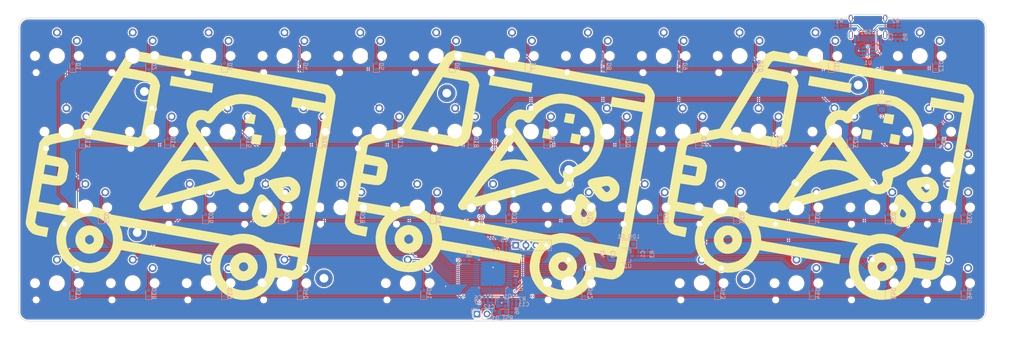
<source format=kicad_pcb>
(kicad_pcb (version 20171130) (host pcbnew "(5.1.5-0-10_14)")
  (layers (0 F.Cu signal) (31 B.Cu signal) (34 B.Paste user) (35 F.Paste user) (36 B.SilkS user) (37 F.SilkS user) (38 B.Mask user) (39 F.Mask user) (44 Edge.Cuts user))
  (net 0 "")
  (net 1 GND)
  (net 2 VBUS)
  (net 3 SWC)
  (net 4 SWD)
  (net 5 ROW0)
  (net 6 "Net-(D3-Pad2)")
  (net 7 "Net-(D4-Pad2)")
  (net 8 "Net-(D5-Pad2)")
  (net 9 "Net-(D6-Pad2)")
  (net 10 "Net-(D7-Pad2)")
  (net 11 "Net-(D8-Pad2)")
  (net 12 ROW1)
  (net 13 "Net-(D9-Pad2)")
  (net 14 "Net-(D10-Pad2)")
  (net 15 "Net-(D11-Pad2)")
  (net 16 "Net-(D12-Pad2)")
  (net 17 "Net-(D13-Pad2)")
  (net 18 "Net-(D14-Pad2)")
  (net 19 ROW2)
  (net 20 "Net-(D15-Pad2)")
  (net 21 "Net-(D16-Pad2)")
  (net 22 "Net-(D17-Pad2)")
  (net 23 "Net-(D18-Pad2)")
  (net 24 "Net-(D19-Pad2)")
  (net 25 "Net-(D20-Pad2)")
  (net 26 ROW3)
  (net 27 "Net-(D21-Pad2)")
  (net 28 "Net-(D22-Pad2)")
  (net 29 "Net-(D24-Pad2)")
  (net 30 "Net-(D25-Pad2)")
  (net 31 "Net-(D26-Pad2)")
  (net 32 COL0)
  (net 33 COL1)
  (net 34 COL2)
  (net 35 COL3)
  (net 36 COL4)
  (net 37 COL5)
  (net 38 COL6)
  (net 39 COL7)
  (net 40 COL8)
  (net 41 COL9)
  (net 42 COLA)
  (net 43 COLB)
  (net 44 +5V)
  (net 45 +3V3)
  (net 46 "Net-(C3-Pad1)")
  (net 47 BOOT0)
  (net 48 NRST)
  (net 49 "Net-(D1-Pad2)")
  (net 50 "Net-(D2-Pad2)")
  (net 51 "Net-(D23-Pad2)")
  (net 52 "Net-(D27-Pad2)")
  (net 53 "Net-(D28-Pad2)")
  (net 54 "Net-(D29-Pad2)")
  (net 55 "Net-(D30-Pad2)")
  (net 56 "Net-(D31-Pad2)")
  (net 57 "Net-(D32-Pad2)")
  (net 58 "Net-(D33-Pad2)")
  (net 59 "Net-(D34-Pad2)")
  (net 60 "Net-(D35-Pad2)")
  (net 61 "Net-(D36-Pad2)")
  (net 62 "Net-(D37-Pad2)")
  (net 63 "Net-(D38-Pad2)")
  (net 64 "Net-(D39-Pad2)")
  (net 65 "Net-(D40-Pad2)")
  (net 66 "Net-(D41-Pad2)")
  (net 67 "Net-(D42-Pad2)")
  (net 68 "Net-(D43-Pad2)")
  (net 69 "Net-(D44-Pad2)")
  (net 70 "Net-(D45-Pad2)")
  (net 71 "Net-(D46-Pad2)")
  (net 72 "Net-(Q1-Pad1)")
  (net 73 "Net-(R1-Pad2)")
  (net 74 "Net-(R2-Pad2)")
  (net 75 "Net-(R6-Pad2)")
  (net 76 D+)
  (net 77 D-)
  (module Art:IceCream_88x88 (layer F.Cu) (at 221.45625 67.5894 350)
    (fp_text reference G*** hide)
    (fp_text value LOGO hide)
  )
  (module Art:IceCream_88x88 (layer F.Cu) (at 141.2875 67.46875 350)
    (fp_text reference G*** hide)
    (fp_text value LOGO hide)
  )
  (module Art:IceCream_88x88 (layer F.Cu) (at 61.11875 67.5894 350)
    (fp_text reference G*** hide)
    (fp_text value LOGO hide)
  )
  (module Kailh_Choc:KailhChoc-1U (layer F.Cu) (at 31.755 31.755)
    (fp_text reference SW1)
    (fp_text value SW_Push)
    (pad 2 thru_hole circle (at 0 -5.9) (size 2 2) (drill 1.2) (layers *.Cu B.Mask) (net 32 COL0))
    (pad "" np_thru_hole circle (at 0 0) (size 3.4 3.4) (drill 3.4) (layers *.Cu *.Mask))
    (pad 1 thru_hole circle (at 5 -3.8) (size 2 2) (drill 1.2) (layers *.Cu B.Mask) (net 49 "Net-(D1-Pad2)"))
    (pad "" np_thru_hole circle (at -5.5 0 48.1) (size 1.9 1.9) (drill 1.9) (layers *.Cu *.Mask))
    (pad "" np_thru_hole circle (at 5.5 0 48.1) (size 1.9 1.9) (drill 1.9) (layers *.Cu *.Mask))
    (pad "" np_thru_hole circle (at -5.22 4.2) (size 1.2 1.2) (drill 1.2) (layers *.Cu *.Mask))
  )
  (module Kailh_Choc:KailhChoc-1U (layer F.Cu) (at 203.205 31.755)
    (fp_text reference SW10)
    (fp_text value SW_Push)
    (pad 2 thru_hole circle (at 0 -5.9) (size 2 2) (drill 1.2) (layers *.Cu B.Mask) (net 41 COL9))
    (pad "" np_thru_hole circle (at 0 0) (size 3.4 3.4) (drill 3.4) (layers *.Cu *.Mask))
    (pad 1 thru_hole circle (at 5 -3.8) (size 2 2) (drill 1.2) (layers *.Cu B.Mask) (net 14 "Net-(D10-Pad2)"))
    (pad "" np_thru_hole circle (at -5.5 0 48.1) (size 1.9 1.9) (drill 1.9) (layers *.Cu *.Mask))
    (pad "" np_thru_hole circle (at 5.5 0 48.1) (size 1.9 1.9) (drill 1.9) (layers *.Cu *.Mask))
    (pad "" np_thru_hole circle (at -5.22 4.2) (size 1.2 1.2) (drill 1.2) (layers *.Cu *.Mask))
  )
  (module Kailh_Choc:KailhChoc-1U (layer F.Cu) (at 222.255 31.755)
    (fp_text reference SW11)
    (fp_text value SW_Push)
    (pad 2 thru_hole circle (at 0 -5.9) (size 2 2) (drill 1.2) (layers *.Cu B.Mask) (net 42 COLA))
    (pad "" np_thru_hole circle (at 0 0) (size 3.4 3.4) (drill 3.4) (layers *.Cu *.Mask))
    (pad 1 thru_hole circle (at 5 -3.8) (size 2 2) (drill 1.2) (layers *.Cu B.Mask) (net 15 "Net-(D11-Pad2)"))
    (pad "" np_thru_hole circle (at -5.5 0 48.1) (size 1.9 1.9) (drill 1.9) (layers *.Cu *.Mask))
    (pad "" np_thru_hole circle (at 5.5 0 48.1) (size 1.9 1.9) (drill 1.9) (layers *.Cu *.Mask))
    (pad "" np_thru_hole circle (at -5.22 4.2) (size 1.2 1.2) (drill 1.2) (layers *.Cu *.Mask))
  )
  (module Kailh_Choc:KailhChoc-1U (layer F.Cu) (at 165.105 31.755)
    (fp_text reference SW8)
    (fp_text value SW_Push)
    (pad 2 thru_hole circle (at 0 -5.9) (size 2 2) (drill 1.2) (layers *.Cu B.Mask) (net 39 COL7))
    (pad "" np_thru_hole circle (at 0 0) (size 3.4 3.4) (drill 3.4) (layers *.Cu *.Mask))
    (pad 1 thru_hole circle (at 5 -3.8) (size 2 2) (drill 1.2) (layers *.Cu B.Mask) (net 11 "Net-(D8-Pad2)"))
    (pad "" np_thru_hole circle (at -5.5 0 48.1) (size 1.9 1.9) (drill 1.9) (layers *.Cu *.Mask))
    (pad "" np_thru_hole circle (at 5.5 0 48.1) (size 1.9 1.9) (drill 1.9) (layers *.Cu *.Mask))
    (pad "" np_thru_hole circle (at -5.22 4.2) (size 1.2 1.2) (drill 1.2) (layers *.Cu *.Mask))
  )
  (module Kailh_Choc:KailhChoc-1U (layer F.Cu) (at 184.155 31.755)
    (fp_text reference SW9)
    (fp_text value SW_Push)
    (pad 2 thru_hole circle (at 0 -5.9) (size 2 2) (drill 1.2) (layers *.Cu B.Mask) (net 40 COL8))
    (pad "" np_thru_hole circle (at 0 0) (size 3.4 3.4) (drill 3.4) (layers *.Cu *.Mask))
    (pad 1 thru_hole circle (at 5 -3.8) (size 2 2) (drill 1.2) (layers *.Cu B.Mask) (net 13 "Net-(D9-Pad2)"))
    (pad "" np_thru_hole circle (at -5.5 0 48.1) (size 1.9 1.9) (drill 1.9) (layers *.Cu *.Mask))
    (pad "" np_thru_hole circle (at 5.5 0 48.1) (size 1.9 1.9) (drill 1.9) (layers *.Cu *.Mask))
    (pad "" np_thru_hole circle (at -5.22 4.2) (size 1.2 1.2) (drill 1.2) (layers *.Cu *.Mask))
  )
  (module Kailh_Choc:KailhChoc-1U (layer F.Cu) (at 50.805 31.755)
    (fp_text reference SW2)
    (fp_text value SW_Push)
    (pad 2 thru_hole circle (at 0 -5.9) (size 2 2) (drill 1.2) (layers *.Cu B.Mask) (net 33 COL1))
    (pad "" np_thru_hole circle (at 0 0) (size 3.4 3.4) (drill 3.4) (layers *.Cu *.Mask))
    (pad 1 thru_hole circle (at 5 -3.8) (size 2 2) (drill 1.2) (layers *.Cu B.Mask) (net 50 "Net-(D2-Pad2)"))
    (pad "" np_thru_hole circle (at -5.5 0 48.1) (size 1.9 1.9) (drill 1.9) (layers *.Cu *.Mask))
    (pad "" np_thru_hole circle (at 5.5 0 48.1) (size 1.9 1.9) (drill 1.9) (layers *.Cu *.Mask))
    (pad "" np_thru_hole circle (at -5.22 4.2) (size 1.2 1.2) (drill 1.2) (layers *.Cu *.Mask))
  )
  (module Kailh_Choc:KailhChoc-1U (layer F.Cu) (at 69.855 31.755)
    (fp_text reference SW3)
    (fp_text value SW_Push)
    (pad 2 thru_hole circle (at 0 -5.9) (size 2 2) (drill 1.2) (layers *.Cu B.Mask) (net 34 COL2))
    (pad "" np_thru_hole circle (at 0 0) (size 3.4 3.4) (drill 3.4) (layers *.Cu *.Mask))
    (pad 1 thru_hole circle (at 5 -3.8) (size 2 2) (drill 1.2) (layers *.Cu B.Mask) (net 6 "Net-(D3-Pad2)"))
    (pad "" np_thru_hole circle (at -5.5 0 48.1) (size 1.9 1.9) (drill 1.9) (layers *.Cu *.Mask))
    (pad "" np_thru_hole circle (at 5.5 0 48.1) (size 1.9 1.9) (drill 1.9) (layers *.Cu *.Mask))
    (pad "" np_thru_hole circle (at -5.22 4.2) (size 1.2 1.2) (drill 1.2) (layers *.Cu *.Mask))
  )
  (module Kailh_Choc:KailhChoc-1U (layer F.Cu) (at 88.905 31.755)
    (fp_text reference SW4)
    (fp_text value SW_Push)
    (pad 2 thru_hole circle (at 0 -5.9) (size 2 2) (drill 1.2) (layers *.Cu B.Mask) (net 35 COL3))
    (pad "" np_thru_hole circle (at 0 0) (size 3.4 3.4) (drill 3.4) (layers *.Cu *.Mask))
    (pad 1 thru_hole circle (at 5 -3.8) (size 2 2) (drill 1.2) (layers *.Cu B.Mask) (net 7 "Net-(D4-Pad2)"))
    (pad "" np_thru_hole circle (at -5.5 0 48.1) (size 1.9 1.9) (drill 1.9) (layers *.Cu *.Mask))
    (pad "" np_thru_hole circle (at 5.5 0 48.1) (size 1.9 1.9) (drill 1.9) (layers *.Cu *.Mask))
    (pad "" np_thru_hole circle (at -5.22 4.2) (size 1.2 1.2) (drill 1.2) (layers *.Cu *.Mask))
  )
  (module Kailh_Choc:KailhChoc-1U (layer F.Cu) (at 107.955 31.755)
    (fp_text reference SW5)
    (fp_text value SW_Push)
    (pad 2 thru_hole circle (at 0 -5.9) (size 2 2) (drill 1.2) (layers *.Cu B.Mask) (net 36 COL4))
    (pad "" np_thru_hole circle (at 0 0) (size 3.4 3.4) (drill 3.4) (layers *.Cu *.Mask))
    (pad 1 thru_hole circle (at 5 -3.8) (size 2 2) (drill 1.2) (layers *.Cu B.Mask) (net 8 "Net-(D5-Pad2)"))
    (pad "" np_thru_hole circle (at -5.5 0 48.1) (size 1.9 1.9) (drill 1.9) (layers *.Cu *.Mask))
    (pad "" np_thru_hole circle (at 5.5 0 48.1) (size 1.9 1.9) (drill 1.9) (layers *.Cu *.Mask))
    (pad "" np_thru_hole circle (at -5.22 4.2) (size 1.2 1.2) (drill 1.2) (layers *.Cu *.Mask))
  )
  (module Kailh_Choc:KailhChoc-1U (layer F.Cu) (at 127.005 31.755)
    (fp_text reference SW6)
    (fp_text value SW_Push)
    (pad 2 thru_hole circle (at 0 -5.9) (size 2 2) (drill 1.2) (layers *.Cu B.Mask) (net 37 COL5))
    (pad "" np_thru_hole circle (at 0 0) (size 3.4 3.4) (drill 3.4) (layers *.Cu *.Mask))
    (pad 1 thru_hole circle (at 5 -3.8) (size 2 2) (drill 1.2) (layers *.Cu B.Mask) (net 9 "Net-(D6-Pad2)"))
    (pad "" np_thru_hole circle (at -5.5 0 48.1) (size 1.9 1.9) (drill 1.9) (layers *.Cu *.Mask))
    (pad "" np_thru_hole circle (at 5.5 0 48.1) (size 1.9 1.9) (drill 1.9) (layers *.Cu *.Mask))
    (pad "" np_thru_hole circle (at -5.22 4.2) (size 1.2 1.2) (drill 1.2) (layers *.Cu *.Mask))
  )
  (module Kailh_Choc:KailhChoc-1U (layer F.Cu) (at 146.055 31.755)
    (fp_text reference SW7)
    (fp_text value SW_Push)
    (pad 2 thru_hole circle (at 0 -5.9) (size 2 2) (drill 1.2) (layers *.Cu B.Mask) (net 38 COL6))
    (pad "" np_thru_hole circle (at 0 0) (size 3.4 3.4) (drill 3.4) (layers *.Cu *.Mask))
    (pad 1 thru_hole circle (at 5 -3.8) (size 2 2) (drill 1.2) (layers *.Cu B.Mask) (net 10 "Net-(D7-Pad2)"))
    (pad "" np_thru_hole circle (at -5.5 0 48.1) (size 1.9 1.9) (drill 1.9) (layers *.Cu *.Mask))
    (pad "" np_thru_hole circle (at 5.5 0 48.1) (size 1.9 1.9) (drill 1.9) (layers *.Cu *.Mask))
    (pad "" np_thru_hole circle (at -5.22 4.2) (size 1.2 1.2) (drill 1.2) (layers *.Cu *.Mask))
  )
  (module Kailh_Choc:KailhChoc-1U (layer F.Cu) (at 169.8675 50.805)
    (fp_text reference SW20)
    (fp_text value SW_Push)
    (pad 2 thru_hole circle (at 0 -5.9) (size 2 2) (drill 1.2) (layers *.Cu B.Mask) (net 39 COL7))
    (pad "" np_thru_hole circle (at 0 0) (size 3.4 3.4) (drill 3.4) (layers *.Cu *.Mask))
    (pad 1 thru_hole circle (at 5 -3.8) (size 2 2) (drill 1.2) (layers *.Cu B.Mask) (net 25 "Net-(D20-Pad2)"))
    (pad "" np_thru_hole circle (at -5.5 0 48.1) (size 1.9 1.9) (drill 1.9) (layers *.Cu *.Mask))
    (pad "" np_thru_hole circle (at 5.5 0 48.1) (size 1.9 1.9) (drill 1.9) (layers *.Cu *.Mask))
    (pad "" np_thru_hole circle (at -5.22 4.2) (size 1.2 1.2) (drill 1.2) (layers *.Cu *.Mask))
  )
  (module Kailh_Choc:KailhChoc-1U (layer F.Cu) (at 188.9175 50.805)
    (fp_text reference SW21)
    (fp_text value SW_Push)
    (pad 2 thru_hole circle (at 0 -5.9) (size 2 2) (drill 1.2) (layers *.Cu B.Mask) (net 40 COL8))
    (pad "" np_thru_hole circle (at 0 0) (size 3.4 3.4) (drill 3.4) (layers *.Cu *.Mask))
    (pad 1 thru_hole circle (at 5 -3.8) (size 2 2) (drill 1.2) (layers *.Cu B.Mask) (net 27 "Net-(D21-Pad2)"))
    (pad "" np_thru_hole circle (at -5.5 0 48.1) (size 1.9 1.9) (drill 1.9) (layers *.Cu *.Mask))
    (pad "" np_thru_hole circle (at 5.5 0 48.1) (size 1.9 1.9) (drill 1.9) (layers *.Cu *.Mask))
    (pad "" np_thru_hole circle (at -5.22 4.2) (size 1.2 1.2) (drill 1.2) (layers *.Cu *.Mask))
  )
  (module Kailh_Choc:KailhChoc-1U (layer F.Cu) (at 207.9675 50.805)
    (fp_text reference SW22)
    (fp_text value SW_Push)
    (pad 2 thru_hole circle (at 0 -5.9) (size 2 2) (drill 1.2) (layers *.Cu B.Mask) (net 41 COL9))
    (pad "" np_thru_hole circle (at 0 0) (size 3.4 3.4) (drill 3.4) (layers *.Cu *.Mask))
    (pad 1 thru_hole circle (at 5 -3.8) (size 2 2) (drill 1.2) (layers *.Cu B.Mask) (net 28 "Net-(D22-Pad2)"))
    (pad "" np_thru_hole circle (at -5.5 0 48.1) (size 1.9 1.9) (drill 1.9) (layers *.Cu *.Mask))
    (pad "" np_thru_hole circle (at 5.5 0 48.1) (size 1.9 1.9) (drill 1.9) (layers *.Cu *.Mask))
    (pad "" np_thru_hole circle (at -5.22 4.2) (size 1.2 1.2) (drill 1.2) (layers *.Cu *.Mask))
  )
  (module Kailh_Choc:KailhChoc-1U (layer F.Cu) (at 227.0175 50.805)
    (fp_text reference SW23)
    (fp_text value SW_Push)
    (pad 2 thru_hole circle (at 0 -5.9) (size 2 2) (drill 1.2) (layers *.Cu B.Mask) (net 42 COLA))
    (pad "" np_thru_hole circle (at 0 0) (size 3.4 3.4) (drill 3.4) (layers *.Cu *.Mask))
    (pad 1 thru_hole circle (at 5 -3.8) (size 2 2) (drill 1.2) (layers *.Cu B.Mask) (net 51 "Net-(D23-Pad2)"))
    (pad "" np_thru_hole circle (at -5.5 0 48.1) (size 1.9 1.9) (drill 1.9) (layers *.Cu *.Mask))
    (pad "" np_thru_hole circle (at 5.5 0 48.1) (size 1.9 1.9) (drill 1.9) (layers *.Cu *.Mask))
    (pad "" np_thru_hole circle (at -5.22 4.2) (size 1.2 1.2) (drill 1.2) (layers *.Cu *.Mask))
  )
  (module Kailh_Choc:KailhChoc-1.25U (layer F.Cu) (at 34.13625 50.805)
    (fp_text reference SW13)
    (fp_text value SW_Push)
    (pad 2 thru_hole circle (at 0 -5.9) (size 2 2) (drill 1.2) (layers *.Cu B.Mask) (net 32 COL0))
    (pad "" np_thru_hole circle (at 0 0) (size 3.4 3.4) (drill 3.4) (layers *.Cu *.Mask))
    (pad 1 thru_hole circle (at 5 -3.8) (size 2 2) (drill 1.2) (layers *.Cu B.Mask) (net 17 "Net-(D13-Pad2)"))
    (pad "" np_thru_hole circle (at -5.5 0 48.1) (size 1.9 1.9) (drill 1.9) (layers *.Cu *.Mask))
    (pad "" np_thru_hole circle (at 5.5 0 48.1) (size 1.9 1.9) (drill 1.9) (layers *.Cu *.Mask))
    (pad "" np_thru_hole circle (at -5.22 4.2) (size 1.2 1.2) (drill 1.2) (layers *.Cu *.Mask))
  )
  (module Kailh_Choc:KailhChoc-1U (layer F.Cu) (at 55.5675 50.805)
    (fp_text reference SW14)
    (fp_text value SW_Push)
    (pad 2 thru_hole circle (at 0 -5.9) (size 2 2) (drill 1.2) (layers *.Cu B.Mask) (net 33 COL1))
    (pad "" np_thru_hole circle (at 0 0) (size 3.4 3.4) (drill 3.4) (layers *.Cu *.Mask))
    (pad 1 thru_hole circle (at 5 -3.8) (size 2 2) (drill 1.2) (layers *.Cu B.Mask) (net 18 "Net-(D14-Pad2)"))
    (pad "" np_thru_hole circle (at -5.5 0 48.1) (size 1.9 1.9) (drill 1.9) (layers *.Cu *.Mask))
    (pad "" np_thru_hole circle (at 5.5 0 48.1) (size 1.9 1.9) (drill 1.9) (layers *.Cu *.Mask))
    (pad "" np_thru_hole circle (at -5.22 4.2) (size 1.2 1.2) (drill 1.2) (layers *.Cu *.Mask))
  )
  (module Kailh_Choc:KailhChoc-1U (layer F.Cu) (at 74.6175 50.805)
    (fp_text reference SW15)
    (fp_text value SW_Push)
    (pad 2 thru_hole circle (at 0 -5.9) (size 2 2) (drill 1.2) (layers *.Cu B.Mask) (net 34 COL2))
    (pad "" np_thru_hole circle (at 0 0) (size 3.4 3.4) (drill 3.4) (layers *.Cu *.Mask))
    (pad 1 thru_hole circle (at 5 -3.8) (size 2 2) (drill 1.2) (layers *.Cu B.Mask) (net 20 "Net-(D15-Pad2)"))
    (pad "" np_thru_hole circle (at -5.5 0 48.1) (size 1.9 1.9) (drill 1.9) (layers *.Cu *.Mask))
    (pad "" np_thru_hole circle (at 5.5 0 48.1) (size 1.9 1.9) (drill 1.9) (layers *.Cu *.Mask))
    (pad "" np_thru_hole circle (at -5.22 4.2) (size 1.2 1.2) (drill 1.2) (layers *.Cu *.Mask))
  )
  (module Kailh_Choc:KailhChoc-1U (layer F.Cu) (at 93.6675 50.805)
    (fp_text reference SW16)
    (fp_text value SW_Push)
    (pad 2 thru_hole circle (at 0 -5.9) (size 2 2) (drill 1.2) (layers *.Cu B.Mask) (net 35 COL3))
    (pad "" np_thru_hole circle (at 0 0) (size 3.4 3.4) (drill 3.4) (layers *.Cu *.Mask))
    (pad 1 thru_hole circle (at 5 -3.8) (size 2 2) (drill 1.2) (layers *.Cu B.Mask) (net 21 "Net-(D16-Pad2)"))
    (pad "" np_thru_hole circle (at -5.5 0 48.1) (size 1.9 1.9) (drill 1.9) (layers *.Cu *.Mask))
    (pad "" np_thru_hole circle (at 5.5 0 48.1) (size 1.9 1.9) (drill 1.9) (layers *.Cu *.Mask))
    (pad "" np_thru_hole circle (at -5.22 4.2) (size 1.2 1.2) (drill 1.2) (layers *.Cu *.Mask))
  )
  (module Kailh_Choc:KailhChoc-1U (layer F.Cu) (at 112.7175 50.805)
    (fp_text reference SW17)
    (fp_text value SW_Push)
    (pad 2 thru_hole circle (at 0 -5.9) (size 2 2) (drill 1.2) (layers *.Cu B.Mask) (net 36 COL4))
    (pad "" np_thru_hole circle (at 0 0) (size 3.4 3.4) (drill 3.4) (layers *.Cu *.Mask))
    (pad 1 thru_hole circle (at 5 -3.8) (size 2 2) (drill 1.2) (layers *.Cu B.Mask) (net 22 "Net-(D17-Pad2)"))
    (pad "" np_thru_hole circle (at -5.5 0 48.1) (size 1.9 1.9) (drill 1.9) (layers *.Cu *.Mask))
    (pad "" np_thru_hole circle (at 5.5 0 48.1) (size 1.9 1.9) (drill 1.9) (layers *.Cu *.Mask))
    (pad "" np_thru_hole circle (at -5.22 4.2) (size 1.2 1.2) (drill 1.2) (layers *.Cu *.Mask))
  )
  (module Kailh_Choc:KailhChoc-1U (layer F.Cu) (at 131.7675 50.805)
    (fp_text reference SW18)
    (fp_text value SW_Push)
    (pad 2 thru_hole circle (at 0 -5.9) (size 2 2) (drill 1.2) (layers *.Cu B.Mask) (net 37 COL5))
    (pad "" np_thru_hole circle (at 0 0) (size 3.4 3.4) (drill 3.4) (layers *.Cu *.Mask))
    (pad 1 thru_hole circle (at 5 -3.8) (size 2 2) (drill 1.2) (layers *.Cu B.Mask) (net 23 "Net-(D18-Pad2)"))
    (pad "" np_thru_hole circle (at -5.5 0 48.1) (size 1.9 1.9) (drill 1.9) (layers *.Cu *.Mask))
    (pad "" np_thru_hole circle (at 5.5 0 48.1) (size 1.9 1.9) (drill 1.9) (layers *.Cu *.Mask))
    (pad "" np_thru_hole circle (at -5.22 4.2) (size 1.2 1.2) (drill 1.2) (layers *.Cu *.Mask))
  )
  (module Kailh_Choc:KailhChoc-1U (layer F.Cu) (at 150.8175 50.805)
    (fp_text reference SW19)
    (fp_text value SW_Push)
    (pad 2 thru_hole circle (at 0 -5.9) (size 2 2) (drill 1.2) (layers *.Cu B.Mask) (net 38 COL6))
    (pad "" np_thru_hole circle (at 0 0) (size 3.4 3.4) (drill 3.4) (layers *.Cu *.Mask))
    (pad 1 thru_hole circle (at 5 -3.8) (size 2 2) (drill 1.2) (layers *.Cu B.Mask) (net 24 "Net-(D19-Pad2)"))
    (pad "" np_thru_hole circle (at -5.5 0 48.1) (size 1.9 1.9) (drill 1.9) (layers *.Cu *.Mask))
    (pad "" np_thru_hole circle (at 5.5 0 48.1) (size 1.9 1.9) (drill 1.9) (layers *.Cu *.Mask))
    (pad "" np_thru_hole circle (at -5.22 4.2) (size 1.2 1.2) (drill 1.2) (layers *.Cu *.Mask))
  )
  (module Kailh_Choc:KailhChoc-1.75U (layer F.Cu) (at 38.89875 69.855)
    (fp_text reference SW25)
    (fp_text value SW_Push)
    (pad "" np_thru_hole circle (at -5.22 4.2) (size 1.2 1.2) (drill 1.2) (layers *.Cu *.Mask))
    (pad "" np_thru_hole circle (at 5.5 0 48.1) (size 1.9 1.9) (drill 1.9) (layers *.Cu *.Mask))
    (pad "" np_thru_hole circle (at -5.5 0 48.1) (size 1.9 1.9) (drill 1.9) (layers *.Cu *.Mask))
    (pad 1 thru_hole circle (at 5 -3.8) (size 2 2) (drill 1.2) (layers *.Cu B.Mask) (net 30 "Net-(D25-Pad2)"))
    (pad "" np_thru_hole circle (at 0 0) (size 3.4 3.4) (drill 3.4) (layers *.Cu *.Mask))
    (pad 2 thru_hole circle (at 0 -5.9) (size 2 2) (drill 1.2) (layers *.Cu B.Mask) (net 32 COL0))
  )
  (module Kailh_Choc:KailhChoc-1U (layer F.Cu) (at 65.0925 69.855)
    (fp_text reference SW26)
    (fp_text value SW_Push)
    (pad "" np_thru_hole circle (at -5.22 4.2) (size 1.2 1.2) (drill 1.2) (layers *.Cu *.Mask))
    (pad "" np_thru_hole circle (at 5.5 0 48.1) (size 1.9 1.9) (drill 1.9) (layers *.Cu *.Mask))
    (pad "" np_thru_hole circle (at -5.5 0 48.1) (size 1.9 1.9) (drill 1.9) (layers *.Cu *.Mask))
    (pad 1 thru_hole circle (at 5 -3.8) (size 2 2) (drill 1.2) (layers *.Cu B.Mask) (net 31 "Net-(D26-Pad2)"))
    (pad "" np_thru_hole circle (at 0 0) (size 3.4 3.4) (drill 3.4) (layers *.Cu *.Mask))
    (pad 2 thru_hole circle (at 0 -5.9) (size 2 2) (drill 1.2) (layers *.Cu B.Mask) (net 33 COL1))
  )
  (module Kailh_Choc:KailhChoc-1U (layer F.Cu) (at 84.1425 69.855)
    (fp_text reference SW27)
    (fp_text value SW_Push)
    (pad "" np_thru_hole circle (at -5.22 4.2) (size 1.2 1.2) (drill 1.2) (layers *.Cu *.Mask))
    (pad "" np_thru_hole circle (at 5.5 0 48.1) (size 1.9 1.9) (drill 1.9) (layers *.Cu *.Mask))
    (pad "" np_thru_hole circle (at -5.5 0 48.1) (size 1.9 1.9) (drill 1.9) (layers *.Cu *.Mask))
    (pad 1 thru_hole circle (at 5 -3.8) (size 2 2) (drill 1.2) (layers *.Cu B.Mask) (net 52 "Net-(D27-Pad2)"))
    (pad "" np_thru_hole circle (at 0 0) (size 3.4 3.4) (drill 3.4) (layers *.Cu *.Mask))
    (pad 2 thru_hole circle (at 0 -5.9) (size 2 2) (drill 1.2) (layers *.Cu B.Mask) (net 34 COL2))
  )
  (module Kailh_Choc:KailhChoc-1U (layer F.Cu) (at 103.1925 69.855)
    (fp_text reference SW28)
    (fp_text value SW_Push)
    (pad "" np_thru_hole circle (at -5.22 4.2) (size 1.2 1.2) (drill 1.2) (layers *.Cu *.Mask))
    (pad "" np_thru_hole circle (at 5.5 0 48.1) (size 1.9 1.9) (drill 1.9) (layers *.Cu *.Mask))
    (pad "" np_thru_hole circle (at -5.5 0 48.1) (size 1.9 1.9) (drill 1.9) (layers *.Cu *.Mask))
    (pad 1 thru_hole circle (at 5 -3.8) (size 2 2) (drill 1.2) (layers *.Cu B.Mask) (net 53 "Net-(D28-Pad2)"))
    (pad "" np_thru_hole circle (at 0 0) (size 3.4 3.4) (drill 3.4) (layers *.Cu *.Mask))
    (pad 2 thru_hole circle (at 0 -5.9) (size 2 2) (drill 1.2) (layers *.Cu B.Mask) (net 35 COL3))
  )
  (module Kailh_Choc:KailhChoc-1U (layer F.Cu) (at 122.2425 69.855)
    (fp_text reference SW29)
    (fp_text value SW_Push)
    (pad "" np_thru_hole circle (at -5.22 4.2) (size 1.2 1.2) (drill 1.2) (layers *.Cu *.Mask))
    (pad "" np_thru_hole circle (at 5.5 0 48.1) (size 1.9 1.9) (drill 1.9) (layers *.Cu *.Mask))
    (pad "" np_thru_hole circle (at -5.5 0 48.1) (size 1.9 1.9) (drill 1.9) (layers *.Cu *.Mask))
    (pad 1 thru_hole circle (at 5 -3.8) (size 2 2) (drill 1.2) (layers *.Cu B.Mask) (net 54 "Net-(D29-Pad2)"))
    (pad "" np_thru_hole circle (at 0 0) (size 3.4 3.4) (drill 3.4) (layers *.Cu *.Mask))
    (pad 2 thru_hole circle (at 0 -5.9) (size 2 2) (drill 1.2) (layers *.Cu B.Mask) (net 36 COL4))
  )
  (module Kailh_Choc:KailhChoc-1U (layer F.Cu) (at 141.2925 69.855)
    (fp_text reference SW30)
    (fp_text value SW_Push)
    (pad "" np_thru_hole circle (at -5.22 4.2) (size 1.2 1.2) (drill 1.2) (layers *.Cu *.Mask))
    (pad "" np_thru_hole circle (at 5.5 0 48.1) (size 1.9 1.9) (drill 1.9) (layers *.Cu *.Mask))
    (pad "" np_thru_hole circle (at -5.5 0 48.1) (size 1.9 1.9) (drill 1.9) (layers *.Cu *.Mask))
    (pad 1 thru_hole circle (at 5 -3.8) (size 2 2) (drill 1.2) (layers *.Cu B.Mask) (net 55 "Net-(D30-Pad2)"))
    (pad "" np_thru_hole circle (at 0 0) (size 3.4 3.4) (drill 3.4) (layers *.Cu *.Mask))
    (pad 2 thru_hole circle (at 0 -5.9) (size 2 2) (drill 1.2) (layers *.Cu B.Mask) (net 37 COL5))
  )
  (module Kailh_Choc:KailhChoc-1U (layer F.Cu) (at 160.3425 69.855)
    (fp_text reference SW31)
    (fp_text value SW_Push)
    (pad "" np_thru_hole circle (at -5.22 4.2) (size 1.2 1.2) (drill 1.2) (layers *.Cu *.Mask))
    (pad "" np_thru_hole circle (at 5.5 0 48.1) (size 1.9 1.9) (drill 1.9) (layers *.Cu *.Mask))
    (pad "" np_thru_hole circle (at -5.5 0 48.1) (size 1.9 1.9) (drill 1.9) (layers *.Cu *.Mask))
    (pad 1 thru_hole circle (at 5 -3.8) (size 2 2) (drill 1.2) (layers *.Cu B.Mask) (net 56 "Net-(D31-Pad2)"))
    (pad "" np_thru_hole circle (at 0 0) (size 3.4 3.4) (drill 3.4) (layers *.Cu *.Mask))
    (pad 2 thru_hole circle (at 0 -5.9) (size 2 2) (drill 1.2) (layers *.Cu B.Mask) (net 38 COL6))
  )
  (module Kailh_Choc:KailhChoc-1U (layer F.Cu) (at 179.3925 69.855)
    (fp_text reference SW32)
    (fp_text value SW_Push)
    (pad "" np_thru_hole circle (at -5.22 4.2) (size 1.2 1.2) (drill 1.2) (layers *.Cu *.Mask))
    (pad "" np_thru_hole circle (at 5.5 0 48.1) (size 1.9 1.9) (drill 1.9) (layers *.Cu *.Mask))
    (pad "" np_thru_hole circle (at -5.5 0 48.1) (size 1.9 1.9) (drill 1.9) (layers *.Cu *.Mask))
    (pad 1 thru_hole circle (at 5 -3.8) (size 2 2) (drill 1.2) (layers *.Cu B.Mask) (net 57 "Net-(D32-Pad2)"))
    (pad "" np_thru_hole circle (at 0 0) (size 3.4 3.4) (drill 3.4) (layers *.Cu *.Mask))
    (pad 2 thru_hole circle (at 0 -5.9) (size 2 2) (drill 1.2) (layers *.Cu B.Mask) (net 39 COL7))
  )
  (module Kailh_Choc:KailhChoc-1U (layer F.Cu) (at 198.4425 69.855)
    (fp_text reference SW33)
    (fp_text value SW_Push)
    (pad "" np_thru_hole circle (at -5.22 4.2) (size 1.2 1.2) (drill 1.2) (layers *.Cu *.Mask))
    (pad "" np_thru_hole circle (at 5.5 0 48.1) (size 1.9 1.9) (drill 1.9) (layers *.Cu *.Mask))
    (pad "" np_thru_hole circle (at -5.5 0 48.1) (size 1.9 1.9) (drill 1.9) (layers *.Cu *.Mask))
    (pad 1 thru_hole circle (at 5 -3.8) (size 2 2) (drill 1.2) (layers *.Cu B.Mask) (net 58 "Net-(D33-Pad2)"))
    (pad "" np_thru_hole circle (at 0 0) (size 3.4 3.4) (drill 3.4) (layers *.Cu *.Mask))
    (pad 2 thru_hole circle (at 0 -5.9) (size 2 2) (drill 1.2) (layers *.Cu B.Mask) (net 40 COL8))
  )
  (module Kailh_Choc:KailhChoc-1U (layer F.Cu) (at 217.4925 69.855)
    (fp_text reference SW34)
    (fp_text value SW_Push)
    (pad "" np_thru_hole circle (at -5.22 4.2) (size 1.2 1.2) (drill 1.2) (layers *.Cu *.Mask))
    (pad "" np_thru_hole circle (at 5.5 0 48.1) (size 1.9 1.9) (drill 1.9) (layers *.Cu *.Mask))
    (pad "" np_thru_hole circle (at -5.5 0 48.1) (size 1.9 1.9) (drill 1.9) (layers *.Cu *.Mask))
    (pad 1 thru_hole circle (at 5 -3.8) (size 2 2) (drill 1.2) (layers *.Cu B.Mask) (net 59 "Net-(D34-Pad2)"))
    (pad "" np_thru_hole circle (at 0 0) (size 3.4 3.4) (drill 3.4) (layers *.Cu *.Mask))
    (pad 2 thru_hole circle (at 0 -5.9) (size 2 2) (drill 1.2) (layers *.Cu B.Mask) (net 41 COL9))
  )
  (module Kailh_Choc:KailhChoc-1U (layer F.Cu) (at 236.5425 69.855)
    (fp_text reference SW35)
    (fp_text value SW_Push)
    (pad "" np_thru_hole circle (at -5.22 4.2) (size 1.2 1.2) (drill 1.2) (layers *.Cu *.Mask))
    (pad "" np_thru_hole circle (at 5.5 0 48.1) (size 1.9 1.9) (drill 1.9) (layers *.Cu *.Mask))
    (pad "" np_thru_hole circle (at -5.5 0 48.1) (size 1.9 1.9) (drill 1.9) (layers *.Cu *.Mask))
    (pad 1 thru_hole circle (at 5 -3.8) (size 2 2) (drill 1.2) (layers *.Cu B.Mask) (net 60 "Net-(D35-Pad2)"))
    (pad "" np_thru_hole circle (at 0 0) (size 3.4 3.4) (drill 3.4) (layers *.Cu *.Mask))
    (pad 2 thru_hole circle (at 0 -5.9) (size 2 2) (drill 1.2) (layers *.Cu B.Mask) (net 42 COLA))
  )
  (module Kailh_Choc:KailhChoc-1U (layer F.Cu) (at 31.755 88.905)
    (fp_text reference SW37)
    (fp_text value SW_Push)
    (pad "" np_thru_hole circle (at -5.22 4.2) (size 1.2 1.2) (drill 1.2) (layers *.Cu *.Mask))
    (pad "" np_thru_hole circle (at 5.5 0 48.1) (size 1.9 1.9) (drill 1.9) (layers *.Cu *.Mask))
    (pad "" np_thru_hole circle (at -5.5 0 48.1) (size 1.9 1.9) (drill 1.9) (layers *.Cu *.Mask))
    (pad 1 thru_hole circle (at 5 -3.8) (size 2 2) (drill 1.2) (layers *.Cu B.Mask) (net 62 "Net-(D37-Pad2)"))
    (pad "" np_thru_hole circle (at 0 0) (size 3.4 3.4) (drill 3.4) (layers *.Cu *.Mask))
    (pad 2 thru_hole circle (at 0 -5.9) (size 2 2) (drill 1.2) (layers *.Cu B.Mask) (net 32 COL0))
  )
  (module Kailh_Choc:KailhChoc-1U (layer F.Cu) (at 50.805 88.905)
    (fp_text reference SW38)
    (fp_text value SW_Push)
    (pad "" np_thru_hole circle (at -5.22 4.2) (size 1.2 1.2) (drill 1.2) (layers *.Cu *.Mask))
    (pad "" np_thru_hole circle (at 5.5 0 48.1) (size 1.9 1.9) (drill 1.9) (layers *.Cu *.Mask))
    (pad "" np_thru_hole circle (at -5.5 0 48.1) (size 1.9 1.9) (drill 1.9) (layers *.Cu *.Mask))
    (pad 1 thru_hole circle (at 5 -3.8) (size 2 2) (drill 1.2) (layers *.Cu B.Mask) (net 63 "Net-(D38-Pad2)"))
    (pad "" np_thru_hole circle (at 0 0) (size 3.4 3.4) (drill 3.4) (layers *.Cu *.Mask))
    (pad 2 thru_hole circle (at 0 -5.9) (size 2 2) (drill 1.2) (layers *.Cu B.Mask) (net 33 COL1))
  )
  (module Kailh_Choc:KailhChoc-1U (layer F.Cu) (at 69.855 88.905)
    (fp_text reference SW39)
    (fp_text value SW_Push)
    (pad "" np_thru_hole circle (at -5.22 4.2) (size 1.2 1.2) (drill 1.2) (layers *.Cu *.Mask))
    (pad "" np_thru_hole circle (at 5.5 0 48.1) (size 1.9 1.9) (drill 1.9) (layers *.Cu *.Mask))
    (pad "" np_thru_hole circle (at -5.5 0 48.1) (size 1.9 1.9) (drill 1.9) (layers *.Cu *.Mask))
    (pad 1 thru_hole circle (at 5 -3.8) (size 2 2) (drill 1.2) (layers *.Cu B.Mask) (net 64 "Net-(D39-Pad2)"))
    (pad "" np_thru_hole circle (at 0 0) (size 3.4 3.4) (drill 3.4) (layers *.Cu *.Mask))
    (pad 2 thru_hole circle (at 0 -5.9) (size 2 2) (drill 1.2) (layers *.Cu B.Mask) (net 34 COL2))
  )
  (module Diode_SMD:D_0603_1608Metric (layer B.Cu) (at 54.805 91.505 90)
    (fp_text reference D38 (at 0 1.43 90) (layer B.SilkS) (effects (justify mirror)))
    (fp_text value 1N4148W)
    (pad 2 smd roundrect (at 0.7875 0 90) (size 0.875 0.95) (layers B.Cu B.Paste B.Mask) (net 63 "Net-(D38-Pad2)"))
    (pad 1 smd roundrect (at -0.7875 0 90) (size 0.875 0.95) (layers B.Cu B.Paste B.Mask) (net 26 ROW3))
  )
  (module Diode_SMD:D_0603_1608Metric (layer B.Cu) (at 73.855 91.505 90)
    (fp_text reference D39 (at 0 1.43 90) (layer B.SilkS) (effects (justify mirror)))
    (fp_text value 1N4148W)
    (pad 2 smd roundrect (at 0.7875 0 90) (size 0.875 0.95) (layers B.Cu B.Paste B.Mask) (net 64 "Net-(D39-Pad2)"))
    (pad 1 smd roundrect (at -0.7875 0 90) (size 0.875 0.95) (layers B.Cu B.Paste B.Mask) (net 26 ROW3))
  )
  (module Diode_SMD:D_0603_1608Metric (layer B.Cu) (at 35.755 91.505 90)
    (fp_text reference D37 (at 0 1.43 90) (layer B.SilkS) (effects (justify mirror)))
    (fp_text value 1N4148W)
    (pad 2 smd roundrect (at 0.7875 0 90) (size 0.875 0.95) (layers B.Cu B.Paste B.Mask) (net 62 "Net-(D37-Pad2)"))
    (pad 1 smd roundrect (at -0.7875 0 90) (size 0.875 0.95) (layers B.Cu B.Paste B.Mask) (net 26 ROW3))
  )
  (module Kailh_Choc:KailhChoc-1U (layer F.Cu) (at 217.4925 88.905)
    (fp_text reference SW44)
    (fp_text value SW_Push)
    (pad "" np_thru_hole circle (at -5.22 4.2) (size 1.2 1.2) (drill 1.2) (layers *.Cu *.Mask))
    (pad "" np_thru_hole circle (at 5.5 0 48.1) (size 1.9 1.9) (drill 1.9) (layers *.Cu *.Mask))
    (pad "" np_thru_hole circle (at -5.5 0 48.1) (size 1.9 1.9) (drill 1.9) (layers *.Cu *.Mask))
    (pad 1 thru_hole circle (at 5 -3.8) (size 2 2) (drill 1.2) (layers *.Cu B.Mask) (net 69 "Net-(D44-Pad2)"))
    (pad "" np_thru_hole circle (at 0 0) (size 3.4 3.4) (drill 3.4) (layers *.Cu *.Mask))
    (pad 2 thru_hole circle (at 0 -5.9) (size 2 2) (drill 1.2) (layers *.Cu B.Mask) (net 41 COL9))
  )
  (module Kailh_Choc:KailhChoc-1U (layer F.Cu) (at 236.5425 88.905)
    (fp_text reference SW45)
    (fp_text value SW_Push)
    (pad "" np_thru_hole circle (at -5.22 4.2) (size 1.2 1.2) (drill 1.2) (layers *.Cu *.Mask))
    (pad "" np_thru_hole circle (at 5.5 0 48.1) (size 1.9 1.9) (drill 1.9) (layers *.Cu *.Mask))
    (pad "" np_thru_hole circle (at -5.5 0 48.1) (size 1.9 1.9) (drill 1.9) (layers *.Cu *.Mask))
    (pad 1 thru_hole circle (at 5 -3.8) (size 2 2) (drill 1.2) (layers *.Cu B.Mask) (net 70 "Net-(D45-Pad2)"))
    (pad "" np_thru_hole circle (at 0 0) (size 3.4 3.4) (drill 3.4) (layers *.Cu *.Mask))
    (pad 2 thru_hole circle (at 0 -5.9) (size 2 2) (drill 1.2) (layers *.Cu B.Mask) (net 42 COLA))
  )
  (module Kailh_Choc:KailhChoc-1U (layer F.Cu) (at 255.5925 88.905)
    (fp_text reference SW46)
    (fp_text value SW_Push)
    (pad "" np_thru_hole circle (at -5.22 4.2) (size 1.2 1.2) (drill 1.2) (layers *.Cu *.Mask))
    (pad "" np_thru_hole circle (at 5.5 0 48.1) (size 1.9 1.9) (drill 1.9) (layers *.Cu *.Mask))
    (pad "" np_thru_hole circle (at -5.5 0 48.1) (size 1.9 1.9) (drill 1.9) (layers *.Cu *.Mask))
    (pad 1 thru_hole circle (at 5 -3.8) (size 2 2) (drill 1.2) (layers *.Cu B.Mask) (net 71 "Net-(D46-Pad2)"))
    (pad "" np_thru_hole circle (at 0 0) (size 3.4 3.4) (drill 3.4) (layers *.Cu *.Mask))
    (pad 2 thru_hole circle (at 0 -5.9) (size 2 2) (drill 1.2) (layers *.Cu B.Mask) (net 43 COLB))
  )
  (module Diode_SMD:D_0603_1608Metric (layer B.Cu) (at 240.5425 91.505 90)
    (fp_text reference D45 (at 0 1.43 90) (layer B.SilkS) (effects (justify mirror)))
    (fp_text value 1N4148W)
    (pad 2 smd roundrect (at 0.7875 0 90) (size 0.875 0.95) (layers B.Cu B.Paste B.Mask) (net 70 "Net-(D45-Pad2)"))
    (pad 1 smd roundrect (at -0.7875 0 90) (size 0.875 0.95) (layers B.Cu B.Paste B.Mask) (net 26 ROW3))
  )
  (module Diode_SMD:D_0603_1608Metric (layer B.Cu) (at 259.5925 91.505 90)
    (fp_text reference D46 (at 0 1.43 90) (layer B.SilkS) (effects (justify mirror)))
    (fp_text value 1N4148W)
    (pad 2 smd roundrect (at 0.7875 0 90) (size 0.875 0.95) (layers B.Cu B.Paste B.Mask) (net 71 "Net-(D46-Pad2)"))
    (pad 1 smd roundrect (at -0.7875 0 90) (size 0.875 0.95) (layers B.Cu B.Paste B.Mask) (net 26 ROW3))
  )
  (module Diode_SMD:D_0603_1608Metric (layer B.Cu) (at 221.4925 91.505 90)
    (fp_text reference D44 (at 0 1.43 90) (layer B.SilkS) (effects (justify mirror)))
    (fp_text value 1N4148W)
    (pad 2 smd roundrect (at 0.7875 0 90) (size 0.875 0.95) (layers B.Cu B.Paste B.Mask) (net 69 "Net-(D44-Pad2)"))
    (pad 1 smd roundrect (at -0.7875 0 90) (size 0.875 0.95) (layers B.Cu B.Paste B.Mask) (net 26 ROW3))
  )
  (module Diode_SMD:D_0603_1608Metric (layer B.Cu) (at 97.6675 53.405 90)
    (fp_text reference D16 (at 0 1.43 90) (layer B.SilkS) (effects (justify mirror)))
    (fp_text value 1N4148W)
    (pad 1 smd roundrect (at -0.7875 0 90) (size 0.875 0.95) (layers B.Cu B.Paste B.Mask) (net 12 ROW1))
    (pad 2 smd roundrect (at 0.7875 0 90) (size 0.875 0.95) (layers B.Cu B.Paste B.Mask) (net 21 "Net-(D16-Pad2)"))
  )
  (module Diode_SMD:D_0603_1608Metric (layer B.Cu) (at 78.6175 53.405 90)
    (fp_text reference D15 (at 0 1.43 90) (layer B.SilkS) (effects (justify mirror)))
    (fp_text value 1N4148W)
    (pad 1 smd roundrect (at -0.7875 0 90) (size 0.875 0.95) (layers B.Cu B.Paste B.Mask) (net 12 ROW1))
    (pad 2 smd roundrect (at 0.7875 0 90) (size 0.875 0.95) (layers B.Cu B.Paste B.Mask) (net 20 "Net-(D15-Pad2)"))
  )
  (module Diode_SMD:D_0603_1608Metric (layer B.Cu) (at 38.13625 53.405 90)
    (fp_text reference D13 (at 0 1.43 90) (layer B.SilkS) (effects (justify mirror)))
    (fp_text value 1N4148W)
    (pad 1 smd roundrect (at -0.7875 0 90) (size 0.875 0.95) (layers B.Cu B.Paste B.Mask) (net 12 ROW1))
    (pad 2 smd roundrect (at 0.7875 0 90) (size 0.875 0.95) (layers B.Cu B.Paste B.Mask) (net 17 "Net-(D13-Pad2)"))
  )
  (module Diode_SMD:D_0603_1608Metric (layer B.Cu) (at 59.5675 53.405 90)
    (fp_text reference D14 (at 0 1.43 90) (layer B.SilkS) (effects (justify mirror)))
    (fp_text value 1N4148W)
    (pad 1 smd roundrect (at -0.7875 0 90) (size 0.875 0.95) (layers B.Cu B.Paste B.Mask) (net 12 ROW1))
    (pad 2 smd roundrect (at 0.7875 0 90) (size 0.875 0.95) (layers B.Cu B.Paste B.Mask) (net 18 "Net-(D14-Pad2)"))
  )
  (module Diode_SMD:D_0603_1608Metric (layer B.Cu) (at 169.105 34.355 90)
    (fp_text reference D8 (at 0 1.43 90) (layer B.SilkS) (effects (justify mirror)))
    (fp_text value 1N4148W)
    (pad 1 smd roundrect (at -0.7875 0 90) (size 0.875 0.95) (layers B.Cu B.Paste B.Mask) (net 5 ROW0))
    (pad 2 smd roundrect (at 0.7875 0 90) (size 0.875 0.95) (layers B.Cu B.Paste B.Mask) (net 11 "Net-(D8-Pad2)"))
  )
  (module Diode_SMD:D_0603_1608Metric (layer B.Cu) (at 131.005 34.355 90)
    (fp_text reference D6 (at 0 1.43 90) (layer B.SilkS) (effects (justify mirror)))
    (fp_text value 1N4148W)
    (pad 1 smd roundrect (at -0.7875 0 90) (size 0.875 0.95) (layers B.Cu B.Paste B.Mask) (net 5 ROW0))
    (pad 2 smd roundrect (at 0.7875 0 90) (size 0.875 0.95) (layers B.Cu B.Paste B.Mask) (net 9 "Net-(D6-Pad2)"))
  )
  (module Diode_SMD:D_0603_1608Metric (layer B.Cu) (at 150.055 34.355 90)
    (fp_text reference D7 (at 0 1.43 90) (layer B.SilkS) (effects (justify mirror)))
    (fp_text value 1N4148W)
    (pad 1 smd roundrect (at -0.7875 0 90) (size 0.875 0.95) (layers B.Cu B.Paste B.Mask) (net 5 ROW0))
    (pad 2 smd roundrect (at 0.7875 0 90) (size 0.875 0.95) (layers B.Cu B.Paste B.Mask) (net 10 "Net-(D7-Pad2)"))
  )
  (module Diode_SMD:D_0603_1608Metric (layer B.Cu) (at 73.855 34.355 90)
    (fp_text reference D3 (at 0 1.43 90) (layer B.SilkS) (effects (justify mirror)))
    (fp_text value 1N4148W)
    (pad 1 smd roundrect (at -0.7875 0 90) (size 0.875 0.95) (layers B.Cu B.Paste B.Mask) (net 5 ROW0))
    (pad 2 smd roundrect (at 0.7875 0 90) (size 0.875 0.95) (layers B.Cu B.Paste B.Mask) (net 6 "Net-(D3-Pad2)"))
  )
  (module Diode_SMD:D_0603_1608Metric (layer B.Cu) (at 92.905 34.355 90)
    (fp_text reference D4 (at 0 1.43 90) (layer B.SilkS) (effects (justify mirror)))
    (fp_text value 1N4148W)
    (pad 1 smd roundrect (at -0.7875 0 90) (size 0.875 0.95) (layers B.Cu B.Paste B.Mask) (net 5 ROW0))
    (pad 2 smd roundrect (at 0.7875 0 90) (size 0.875 0.95) (layers B.Cu B.Paste B.Mask) (net 7 "Net-(D4-Pad2)"))
  )
  (module Diode_SMD:D_0603_1608Metric (layer B.Cu) (at 111.955 34.355 90)
    (fp_text reference D5 (at 0 1.43 90) (layer B.SilkS) (effects (justify mirror)))
    (fp_text value 1N4148W)
    (pad 1 smd roundrect (at -0.7875 0 90) (size 0.875 0.95) (layers B.Cu B.Paste B.Mask) (net 5 ROW0))
    (pad 2 smd roundrect (at 0.7875 0 90) (size 0.875 0.95) (layers B.Cu B.Paste B.Mask) (net 8 "Net-(D5-Pad2)"))
  )
  (module Diode_SMD:D_0603_1608Metric (layer B.Cu) (at 54.805 34.355 90)
    (fp_text reference D2 (at 0 1.43 90) (layer B.SilkS) (effects (justify mirror)))
    (fp_text value 1N4148W)
    (pad 1 smd roundrect (at -0.7875 0 90) (size 0.875 0.95) (layers B.Cu B.Paste B.Mask) (net 5 ROW0))
    (pad 2 smd roundrect (at 0.7875 0 90) (size 0.875 0.95) (layers B.Cu B.Paste B.Mask) (net 50 "Net-(D2-Pad2)"))
  )
  (module MountingHole:MountingHole_2.2mm_M2_Pad (layer F.Cu) (at 160.335 60.325)
    (fp_text reference H4)
    (fp_text value MountingHole)
    (pad 1 thru_hole circle (at 0 0) (size 4.4 4.4) (drill 2.2) (layers *.Cu *.Mask))
  )
  (module MountingHole:MountingHole_2.2mm_M2_Pad (layer F.Cu) (at 129.675 41.125)
    (fp_text reference H3)
    (fp_text value MountingHole)
    (pad 1 thru_hole circle (at 0 0) (size 4.4 4.4) (drill 2.2) (layers *.Cu *.Mask))
  )
  (module MountingHole:MountingHole_2.2mm_M2_Pad (layer F.Cu) (at 51.925 76.175)
    (fp_text reference H2)
    (fp_text value MountingHole)
    (pad 1 thru_hole circle (at 0 0) (size 4.4 4.4) (drill 2.2) (layers *.Cu *.Mask))
  )
  (module MountingHole:MountingHole_2.2mm_M2_Pad (layer F.Cu) (at 53.725 40.705)
    (fp_text reference H1)
    (fp_text value MountingHole)
    (pad 1 thru_hole circle (at 0 0) (size 4.4 4.4) (drill 2.2) (layers *.Cu *.Mask))
  )
  (module Diode_SMD:D_0603_1608Metric (layer B.Cu) (at 116.7175 53.405 90)
    (fp_text reference D17 (at 0 1.43 90) (layer B.SilkS) (effects (justify mirror)))
    (fp_text value 1N4148W)
    (pad 1 smd roundrect (at -0.7875 0 90) (size 0.875 0.95) (layers B.Cu B.Paste B.Mask) (net 12 ROW1))
    (pad 2 smd roundrect (at 0.7875 0 90) (size 0.875 0.95) (layers B.Cu B.Paste B.Mask) (net 22 "Net-(D17-Pad2)"))
  )
  (module Diode_SMD:D_0603_1608Metric (layer B.Cu) (at 135.7675 53.405 90)
    (fp_text reference D18 (at 0 1.43 90) (layer B.SilkS) (effects (justify mirror)))
    (fp_text value 1N4148W)
    (pad 1 smd roundrect (at -0.7875 0 90) (size 0.875 0.95) (layers B.Cu B.Paste B.Mask) (net 12 ROW1))
    (pad 2 smd roundrect (at 0.7875 0 90) (size 0.875 0.95) (layers B.Cu B.Paste B.Mask) (net 23 "Net-(D18-Pad2)"))
  )
  (module Diode_SMD:D_0603_1608Metric (layer B.Cu) (at 154.8175 53.405 90)
    (fp_text reference D19 (at 0 1.43 90) (layer B.SilkS) (effects (justify mirror)))
    (fp_text value 1N4148W)
    (pad 1 smd roundrect (at -0.7875 0 90) (size 0.875 0.95) (layers B.Cu B.Paste B.Mask) (net 12 ROW1))
    (pad 2 smd roundrect (at 0.7875 0 90) (size 0.875 0.95) (layers B.Cu B.Paste B.Mask) (net 24 "Net-(D19-Pad2)"))
  )
  (module Diode_SMD:D_0603_1608Metric (layer B.Cu) (at 173.8675 53.405 90)
    (fp_text reference D20 (at 0 1.43 90) (layer B.SilkS) (effects (justify mirror)))
    (fp_text value 1N4148W)
    (pad 1 smd roundrect (at -0.7875 0 90) (size 0.875 0.95) (layers B.Cu B.Paste B.Mask) (net 12 ROW1))
    (pad 2 smd roundrect (at 0.7875 0 90) (size 0.875 0.95) (layers B.Cu B.Paste B.Mask) (net 25 "Net-(D20-Pad2)"))
  )
  (module Diode_SMD:D_0603_1608Metric (layer B.Cu) (at 42.89875 72.455 90)
    (fp_text reference D25 (at 0 1.43 90) (layer B.SilkS) (effects (justify mirror)))
    (fp_text value 1N4148W)
    (pad 2 smd roundrect (at 0.7875 0 90) (size 0.875 0.95) (layers B.Cu B.Paste B.Mask) (net 30 "Net-(D25-Pad2)"))
    (pad 1 smd roundrect (at -0.7875 0 90) (size 0.875 0.95) (layers B.Cu B.Paste B.Mask) (net 19 ROW2))
  )
  (module Diode_SMD:D_0603_1608Metric (layer B.Cu) (at 69.0925 72.455 90)
    (fp_text reference D26 (at 0 1.43 90) (layer B.SilkS) (effects (justify mirror)))
    (fp_text value 1N4148W)
    (pad 2 smd roundrect (at 0.7875 0 90) (size 0.875 0.95) (layers B.Cu B.Paste B.Mask) (net 31 "Net-(D26-Pad2)"))
    (pad 1 smd roundrect (at -0.7875 0 90) (size 0.875 0.95) (layers B.Cu B.Paste B.Mask) (net 19 ROW2))
  )
  (module Diode_SMD:D_0603_1608Metric (layer B.Cu) (at 88.1425 72.455 90)
    (fp_text reference D27 (at 0 1.43 90) (layer B.SilkS) (effects (justify mirror)))
    (fp_text value 1N4148W)
    (pad 2 smd roundrect (at 0.7875 0 90) (size 0.875 0.95) (layers B.Cu B.Paste B.Mask) (net 52 "Net-(D27-Pad2)"))
    (pad 1 smd roundrect (at -0.7875 0 90) (size 0.875 0.95) (layers B.Cu B.Paste B.Mask) (net 19 ROW2))
  )
  (module Diode_SMD:D_0603_1608Metric (layer B.Cu) (at 107.1925 72.455 90)
    (fp_text reference D28 (at 0 1.43 90) (layer B.SilkS) (effects (justify mirror)))
    (fp_text value 1N4148W)
    (pad 2 smd roundrect (at 0.7875 0 90) (size 0.875 0.95) (layers B.Cu B.Paste B.Mask) (net 53 "Net-(D28-Pad2)"))
    (pad 1 smd roundrect (at -0.7875 0 90) (size 0.875 0.95) (layers B.Cu B.Paste B.Mask) (net 19 ROW2))
  )
  (module Diode_SMD:D_0603_1608Metric (layer B.Cu) (at 126.2425 72.455 90)
    (fp_text reference D29 (at 0 1.43 90) (layer B.SilkS) (effects (justify mirror)))
    (fp_text value 1N4148W)
    (pad 2 smd roundrect (at 0.7875 0 90) (size 0.875 0.95) (layers B.Cu B.Paste B.Mask) (net 54 "Net-(D29-Pad2)"))
    (pad 1 smd roundrect (at -0.7875 0 90) (size 0.875 0.95) (layers B.Cu B.Paste B.Mask) (net 19 ROW2))
  )
  (module Diode_SMD:D_0603_1608Metric (layer B.Cu) (at 145.2925 72.455 90)
    (fp_text reference D30 (at 0 1.43 90) (layer B.SilkS) (effects (justify mirror)))
    (fp_text value 1N4148W)
    (pad 2 smd roundrect (at 0.7875 0 90) (size 0.875 0.95) (layers B.Cu B.Paste B.Mask) (net 55 "Net-(D30-Pad2)"))
    (pad 1 smd roundrect (at -0.7875 0 90) (size 0.875 0.95) (layers B.Cu B.Paste B.Mask) (net 19 ROW2))
  )
  (module Diode_SMD:D_0603_1608Metric (layer B.Cu) (at 164.3425 72.455 90)
    (fp_text reference D31 (at 0 1.43 90) (layer B.SilkS) (effects (justify mirror)))
    (fp_text value 1N4148W)
    (pad 2 smd roundrect (at 0.7875 0 90) (size 0.875 0.95) (layers B.Cu B.Paste B.Mask) (net 56 "Net-(D31-Pad2)"))
    (pad 1 smd roundrect (at -0.7875 0 90) (size 0.875 0.95) (layers B.Cu B.Paste B.Mask) (net 19 ROW2))
  )
  (module Diode_SMD:D_0603_1608Metric (layer B.Cu) (at 183.3925 72.455 90)
    (fp_text reference D32 (at 0 1.43 90) (layer B.SilkS) (effects (justify mirror)))
    (fp_text value 1N4148W)
    (pad 2 smd roundrect (at 0.7875 0 90) (size 0.875 0.95) (layers B.Cu B.Paste B.Mask) (net 57 "Net-(D32-Pad2)"))
    (pad 1 smd roundrect (at -0.7875 0 90) (size 0.875 0.95) (layers B.Cu B.Paste B.Mask) (net 19 ROW2))
  )
  (module MountingHole:MountingHole_2.2mm_M2_Pad (layer F.Cu) (at 98.825 87.675)
    (fp_text reference H5)
    (fp_text value MountingHole)
    (pad 1 thru_hole circle (at 0 0) (size 4.4 4.4) (drill 2.2) (layers *.Cu *.Mask))
  )
  (module MountingHole:MountingHole_2.2mm_M2_Pad (layer F.Cu) (at 204.715 87.925)
    (fp_text reference H6)
    (fp_text value MountingHole)
    (pad 1 thru_hole circle (at 0 0) (size 4.4 4.4) (drill 2.2) (layers *.Cu *.Mask))
  )
  (module MountingHole:MountingHole_2.2mm_M2_Pad (layer F.Cu) (at 233.015 39.055)
    (fp_text reference H7)
    (fp_text value MountingHole)
    (pad 1 thru_hole circle (at 0 0) (size 4.4 4.4) (drill 2.2) (layers *.Cu *.Mask))
  )
  (module Type-C:HRO-TYPE-C-31-M-12 (layer B.Cu) (at 235.458 19.685)
    (fp_text reference USB1 (at 0 6.096) (layer B.SilkS) (effects (justify mirror)))
    (fp_text value HRO-TYPE-C-31-M-12)
    (pad 12 smd rect (at 3.225 7.695) (size 0.6 1.45) (layers B.Cu B.Paste B.Mask) (net 1 GND))
    (pad 1 smd rect (at -3.225 7.695) (size 0.6 1.45) (layers B.Cu B.Paste B.Mask) (net 1 GND))
    (pad 11 smd rect (at 2.45 7.695) (size 0.6 1.45) (layers B.Cu B.Paste B.Mask) (net 2 VBUS))
    (pad 2 smd rect (at -2.45 7.695) (size 0.6 1.45) (layers B.Cu B.Paste B.Mask) (net 2 VBUS))
    (pad 3 smd rect (at -1.75 7.695) (size 0.3 1.45) (layers B.Cu B.Paste B.Mask))
    (pad 10 smd rect (at 1.75 7.695) (size 0.3 1.45) (layers B.Cu B.Paste B.Mask) (net 74 "Net-(R2-Pad2)"))
    (pad 4 smd rect (at -1.25 7.695) (size 0.3 1.45) (layers B.Cu B.Paste B.Mask) (net 73 "Net-(R1-Pad2)"))
    (pad 9 smd rect (at 1.25 7.695) (size 0.3 1.45) (layers B.Cu B.Paste B.Mask))
    (pad 5 smd rect (at -0.75 7.695) (size 0.3 1.45) (layers B.Cu B.Paste B.Mask) (net 77 D-))
    (pad 8 smd rect (at 0.75 7.695) (size 0.3 1.45) (layers B.Cu B.Paste B.Mask) (net 76 D+))
    (pad 7 smd rect (at 0.25 7.695) (size 0.3 1.45) (layers B.Cu B.Paste B.Mask) (net 77 D-))
    (pad 6 smd rect (at -0.25 7.695) (size 0.3 1.45) (layers B.Cu B.Paste B.Mask) (net 76 D+))
    (pad "" np_thru_hole circle (at 2.89 6.25) (size 0.65 0.65) (drill 0.65) (layers *.Cu *.Mask))
    (pad "" np_thru_hole circle (at -2.89 6.25) (size 0.65 0.65) (drill 0.65) (layers *.Cu *.Mask))
    (pad 13 thru_hole oval (at -4.32 6.78) (size 1 2.1) (drill oval 0.6 1.7) (layers *.Cu F.Mask) (net 46 "Net-(C3-Pad1)"))
    (pad 13 thru_hole oval (at 4.32 6.78) (size 1 2.1) (drill oval 0.6 1.7) (layers *.Cu F.Mask) (net 46 "Net-(C3-Pad1)"))
    (pad 13 thru_hole oval (at -4.32 2.6) (size 1 1.6) (drill oval 0.6 1.2) (layers *.Cu F.Mask) (net 46 "Net-(C3-Pad1)"))
    (pad 13 thru_hole oval (at 4.32 2.6) (size 1 1.6) (drill oval 0.6 1.2) (layers *.Cu F.Mask) (net 46 "Net-(C3-Pad1)"))
  )
  (module Package_QFP:LQFP-48_7x7mm_P0.5mm (layer B.Cu) (at 141.2875 86.51875 90)
    (fp_text reference U3 (at 0 5.85 90) (layer B.SilkS) (effects (justify mirror)))
    (fp_text value STM32F072CBTx)
    (pad 1 smd roundrect (at -4.1625 2.75 90) (size 1.475 0.3) (layers B.Cu B.Paste B.Mask) (net 45 +3V3))
    (pad 2 smd roundrect (at -4.1625 2.25 90) (size 1.475 0.3) (layers B.Cu B.Paste B.Mask))
    (pad 3 smd roundrect (at -4.1625 1.75 90) (size 1.475 0.3) (layers B.Cu B.Paste B.Mask))
    (pad 4 smd roundrect (at -4.1625 1.25 90) (size 1.475 0.3) (layers B.Cu B.Paste B.Mask))
    (pad 5 smd roundrect (at -4.1625 0.75 90) (size 1.475 0.3) (layers B.Cu B.Paste B.Mask))
    (pad 6 smd roundrect (at -4.1625 0.25 90) (size 1.475 0.3) (layers B.Cu B.Paste B.Mask))
    (pad 7 smd roundrect (at -4.1625 -0.25 90) (size 1.475 0.3) (layers B.Cu B.Paste B.Mask) (net 48 NRST))
    (pad 8 smd roundrect (at -4.1625 -0.75 90) (size 1.475 0.3) (layers B.Cu B.Paste B.Mask) (net 1 GND))
    (pad 9 smd roundrect (at -4.1625 -1.25 90) (size 1.475 0.3) (layers B.Cu B.Paste B.Mask) (net 45 +3V3))
    (pad 10 smd roundrect (at -4.1625 -1.75 90) (size 1.475 0.3) (layers B.Cu B.Paste B.Mask))
    (pad 11 smd roundrect (at -4.1625 -2.25 90) (size 1.475 0.3) (layers B.Cu B.Paste B.Mask))
    (pad 12 smd roundrect (at -4.1625 -2.75 90) (size 1.475 0.3) (layers B.Cu B.Paste B.Mask))
    (pad 13 smd roundrect (at -2.75 -4.1625 90) (size 0.3 1.475) (layers B.Cu B.Paste B.Mask) (net 26 ROW3))
    (pad 14 smd roundrect (at -2.25 -4.1625 90) (size 0.3 1.475) (layers B.Cu B.Paste B.Mask) (net 37 COL5))
    (pad 15 smd roundrect (at -1.75 -4.1625 90) (size 0.3 1.475) (layers B.Cu B.Paste B.Mask) (net 36 COL4))
    (pad 16 smd roundrect (at -1.25 -4.1625 90) (size 0.3 1.475) (layers B.Cu B.Paste B.Mask) (net 35 COL3))
    (pad 17 smd roundrect (at -0.75 -4.1625 90) (size 0.3 1.475) (layers B.Cu B.Paste B.Mask) (net 34 COL2))
    (pad 18 smd roundrect (at -0.25 -4.1625 90) (size 0.3 1.475) (layers B.Cu B.Paste B.Mask) (net 33 COL1))
    (pad 19 smd roundrect (at 0.25 -4.1625 90) (size 0.3 1.475) (layers B.Cu B.Paste B.Mask) (net 32 COL0))
    (pad 20 smd roundrect (at 0.75 -4.1625 90) (size 0.3 1.475) (layers B.Cu B.Paste B.Mask) (net 5 ROW0))
    (pad 21 smd roundrect (at 1.25 -4.1625 90) (size 0.3 1.475) (layers B.Cu B.Paste B.Mask) (net 12 ROW1))
    (pad 22 smd roundrect (at 1.75 -4.1625 90) (size 0.3 1.475) (layers B.Cu B.Paste B.Mask) (net 19 ROW2))
    (pad 23 smd roundrect (at 2.25 -4.1625 90) (size 0.3 1.475) (layers B.Cu B.Paste B.Mask) (net 1 GND))
    (pad 24 smd roundrect (at 2.75 -4.1625 90) (size 0.3 1.475) (layers B.Cu B.Paste B.Mask) (net 45 +3V3))
    (pad 25 smd roundrect (at 4.1625 -2.75 90) (size 1.475 0.3) (layers B.Cu B.Paste B.Mask))
    (pad 26 smd roundrect (at 4.1625 -2.25 90) (size 1.475 0.3) (layers B.Cu B.Paste B.Mask))
    (pad 27 smd roundrect (at 4.1625 -1.75 90) (size 1.475 0.3) (layers B.Cu B.Paste B.Mask))
    (pad 28 smd roundrect (at 4.1625 -1.25 90) (size 1.475 0.3) (layers B.Cu B.Paste B.Mask))
    (pad 29 smd roundrect (at 4.1625 -0.75 90) (size 1.475 0.3) (layers B.Cu B.Paste B.Mask))
    (pad 30 smd roundrect (at 4.1625 -0.25 90) (size 1.475 0.3) (layers B.Cu B.Paste B.Mask))
    (pad 31 smd roundrect (at 4.1625 0.25 90) (size 1.475 0.3) (layers B.Cu B.Paste B.Mask))
    (pad 32 smd roundrect (at 4.1625 0.75 90) (size 1.475 0.3) (layers B.Cu B.Paste B.Mask) (net 77 D-))
    (pad 33 smd roundrect (at 4.1625 1.25 90) (size 1.475 0.3) (layers B.Cu B.Paste B.Mask) (net 76 D+))
    (pad 34 smd roundrect (at 4.1625 1.75 90) (size 1.475 0.3) (layers B.Cu B.Paste B.Mask) (net 4 SWD))
    (pad 35 smd roundrect (at 4.1625 2.25 90) (size 1.475 0.3) (layers B.Cu B.Paste B.Mask) (net 1 GND))
    (pad 36 smd roundrect (at 4.1625 2.75 90) (size 1.475 0.3) (layers B.Cu B.Paste B.Mask) (net 45 +3V3))
    (pad 37 smd roundrect (at 2.75 4.1625 90) (size 0.3 1.475) (layers B.Cu B.Paste B.Mask) (net 3 SWC))
    (pad 38 smd roundrect (at 2.25 4.1625 90) (size 0.3 1.475) (layers B.Cu B.Paste B.Mask) (net 38 COL6))
    (pad 39 smd roundrect (at 1.75 4.1625 90) (size 0.3 1.475) (layers B.Cu B.Paste B.Mask) (net 39 COL7))
    (pad 40 smd roundrect (at 1.25 4.1625 90) (size 0.3 1.475) (layers B.Cu B.Paste B.Mask) (net 40 COL8))
    (pad 41 smd roundrect (at 0.75 4.1625 90) (size 0.3 1.475) (layers B.Cu B.Paste B.Mask) (net 41 COL9))
    (pad 42 smd roundrect (at 0.25 4.1625 90) (size 0.3 1.475) (layers B.Cu B.Paste B.Mask) (net 42 COLA))
    (pad 43 smd roundrect (at -0.25 4.1625 90) (size 0.3 1.475) (layers B.Cu B.Paste B.Mask) (net 43 COLB))
    (pad 44 smd roundrect (at -0.75 4.1625 90) (size 0.3 1.475) (layers B.Cu B.Paste B.Mask) (net 47 BOOT0))
    (pad 45 smd roundrect (at -1.25 4.1625 90) (size 0.3 1.475) (layers B.Cu B.Paste B.Mask))
    (pad 46 smd roundrect (at -1.75 4.1625 90) (size 0.3 1.475) (layers B.Cu B.Paste B.Mask))
    (pad 47 smd roundrect (at -2.25 4.1625 90) (size 0.3 1.475) (layers B.Cu B.Paste B.Mask) (net 1 GND))
    (pad 48 smd roundrect (at -2.75 4.1625 90) (size 0.3 1.475) (layers B.Cu B.Paste B.Mask) (net 45 +3V3))
  )
  (module Package_TO_SOT_SMD:SOT-23-6 (layer B.Cu) (at 235.458 30.5562)
    (fp_text reference U1 (at 0 2.9) (layer B.SilkS) (effects (justify mirror)))
    (fp_text value SRV05-4)
    (pad 1 smd rect (at -1.1 0.95) (size 1.06 0.65) (layers B.Cu B.Paste B.Mask) (net 77 D-))
    (pad 2 smd rect (at -1.1 0) (size 1.06 0.65) (layers B.Cu B.Paste B.Mask) (net 1 GND))
    (pad 3 smd rect (at -1.1 -0.95) (size 1.06 0.65) (layers B.Cu B.Paste B.Mask) (net 76 D+))
    (pad 4 smd rect (at 1.1 -0.95) (size 1.06 0.65) (layers B.Cu B.Paste B.Mask) (net 77 D-))
    (pad 6 smd rect (at 1.1 0.95) (size 1.06 0.65) (layers B.Cu B.Paste B.Mask) (net 76 D+))
    (pad 5 smd rect (at 1.1 0) (size 1.06 0.65) (layers B.Cu B.Paste B.Mask) (net 2 VBUS))
  )
  (module Package_TO_SOT_SMD:SOT-23 (layer B.Cu) (at 175.133 82.1182)
    (fp_text reference U2 (at 0 2.5) (layer B.SilkS) (effects (justify mirror)))
    (fp_text value MCP1700T-3302E_SOT23)
    (pad 1 smd rect (at -1 0.95) (size 0.9 0.8) (layers B.Cu B.Paste B.Mask) (net 1 GND))
    (pad 2 smd rect (at -1 -0.95) (size 0.9 0.8) (layers B.Cu B.Paste B.Mask) (net 45 +3V3))
    (pad 3 smd rect (at 1 0) (size 0.9 0.8) (layers B.Cu B.Paste B.Mask) (net 44 +5V))
  )
  (module Capacitor_SMD:C_0402_1005Metric (layer B.Cu) (at 139.4714 93.7006)
    (fp_text reference C7 (at -1.9812 0.1016) (layer B.SilkS) (effects (justify mirror)))
    (fp_text value 10u)
    (pad 1 smd roundrect (at -0.485 0) (size 0.59 0.64) (layers B.Cu B.Paste B.Mask) (net 45 +3V3))
    (pad 2 smd roundrect (at 0.485 0) (size 0.59 0.64) (layers B.Cu B.Paste B.Mask) (net 1 GND))
  )
  (module Capacitor_SMD:C_0402_1005Metric (layer B.Cu) (at 177.7238 81.6102 90)
    (fp_text reference C1 (at 0 1.17 90) (layer B.SilkS) (effects (justify mirror)))
    (fp_text value 1u)
    (pad 1 smd roundrect (at -0.485 0 90) (size 0.59 0.64) (layers B.Cu B.Paste B.Mask) (net 44 +5V))
    (pad 2 smd roundrect (at 0.485 0 90) (size 0.59 0.64) (layers B.Cu B.Paste B.Mask) (net 1 GND))
  )
  (module Capacitor_SMD:C_0402_1005Metric (layer B.Cu) (at 172.593 81.6102 270)
    (fp_text reference C2 (at 0 1.17 90) (layer B.SilkS) (effects (justify mirror)))
    (fp_text value 1u)
    (pad 1 smd roundrect (at -0.485 0 270) (size 0.59 0.64) (layers B.Cu B.Paste B.Mask) (net 45 +3V3))
    (pad 2 smd roundrect (at 0.485 0 270) (size 0.59 0.64) (layers B.Cu B.Paste B.Mask) (net 1 GND))
  )
  (module Capacitor_SMD:C_0402_1005Metric (layer B.Cu) (at 242.3922 27.0002 270)
    (fp_text reference C3 (at 0 1.17 90) (layer B.SilkS) (effects (justify mirror)))
    (fp_text value 4.7n)
    (pad 1 smd roundrect (at -0.485 0 270) (size 0.59 0.64) (layers B.Cu B.Paste B.Mask) (net 46 "Net-(C3-Pad1)"))
    (pad 2 smd roundrect (at 0.485 0 270) (size 0.59 0.64) (layers B.Cu B.Paste B.Mask) (net 1 GND))
  )
  (module Capacitor_SMD:C_0402_1005Metric (layer B.Cu) (at 135.255 83.5914 270)
    (fp_text reference C8 (at -2.032 -0.0508 90) (layer B.SilkS) (effects (justify mirror)))
    (fp_text value 100nF)
    (pad 1 smd roundrect (at -0.485 0 270) (size 0.59 0.64) (layers B.Cu B.Paste B.Mask) (net 45 +3V3))
    (pad 2 smd roundrect (at 0.485 0 270) (size 0.59 0.64) (layers B.Cu B.Paste B.Mask) (net 1 GND))
  )
  (module Capacitor_SMD:C_0402_1005Metric (layer B.Cu) (at 144.145 79.2226 180)
    (fp_text reference C5 (at 0 1.17) (layer B.SilkS) (effects (justify mirror)))
    (fp_text value 4.7u)
    (pad 1 smd roundrect (at -0.485 0 180) (size 0.59 0.64) (layers B.Cu B.Paste B.Mask) (net 45 +3V3))
    (pad 2 smd roundrect (at 0.485 0 180) (size 0.59 0.64) (layers B.Cu B.Paste B.Mask) (net 1 GND))
  )
  (module Capacitor_SMD:C_0402_1005Metric (layer B.Cu) (at 139.4714 92.6338)
    (fp_text reference C6 (at -1.9304 -0.0508) (layer B.SilkS) (effects (justify mirror)))
    (fp_text value 1u)
    (pad 1 smd roundrect (at -0.485 0) (size 0.59 0.64) (layers B.Cu B.Paste B.Mask) (net 45 +3V3))
    (pad 2 smd roundrect (at 0.485 0) (size 0.59 0.64) (layers B.Cu B.Paste B.Mask) (net 1 GND))
  )
  (module Capacitor_SMD:C_0402_1005Metric (layer B.Cu) (at 144.145 80.4926 180)
    (fp_text reference C4 (at 1.9812 0) (layer B.SilkS) (effects (justify mirror)))
    (fp_text value 100nF)
    (pad 1 smd roundrect (at -0.485 0 180) (size 0.59 0.64) (layers B.Cu B.Paste B.Mask) (net 45 +3V3))
    (pad 2 smd roundrect (at 0.485 0 180) (size 0.59 0.64) (layers B.Cu B.Paste B.Mask) (net 1 GND))
  )
  (module Capacitor_SMD:C_0402_1005Metric (layer B.Cu) (at 134.0358 83.5914 270)
    (fp_text reference C9 (at 0 1.17 90) (layer B.SilkS) (effects (justify mirror)))
    (fp_text value 100nF)
    (pad 1 smd roundrect (at -0.485 0 270) (size 0.59 0.64) (layers B.Cu B.Paste B.Mask) (net 45 +3V3))
    (pad 2 smd roundrect (at 0.485 0 270) (size 0.59 0.64) (layers B.Cu B.Paste B.Mask) (net 1 GND))
  )
  (module Capacitor_SMD:C_0402_1005Metric (layer B.Cu) (at 147.0914 89.4842 90)
    (fp_text reference C10 (at 0 1.17 90) (layer B.SilkS) (effects (justify mirror)))
    (fp_text value 4.7u)
    (pad 1 smd roundrect (at -0.485 0 90) (size 0.59 0.64) (layers B.Cu B.Paste B.Mask) (net 45 +3V3))
    (pad 2 smd roundrect (at 0.485 0 90) (size 0.59 0.64) (layers B.Cu B.Paste B.Mask) (net 1 GND))
  )
  (module Capacitor_SMD:C_0402_1005Metric (layer B.Cu) (at 146.5834 94.1578)
    (fp_text reference C11 (at 2.3876 0.0508) (layer B.SilkS) (effects (justify mirror)))
    (fp_text value 10u)
    (pad 1 smd roundrect (at -0.485 0) (size 0.59 0.64) (layers B.Cu B.Paste B.Mask) (net 47 BOOT0))
    (pad 2 smd roundrect (at 0.485 0) (size 0.59 0.64) (layers B.Cu B.Paste B.Mask) (net 1 GND))
  )
  (module Capacitor_SMD:C_0402_1005Metric (layer B.Cu) (at 141.0462 93.2942 270)
    (fp_text reference C12 (at 1.524 0.7112 180) (layer B.SilkS) (effects (justify mirror)))
    (fp_text value 100nF)
    (pad 1 smd roundrect (at -0.485 0 270) (size 0.59 0.64) (layers B.Cu B.Paste B.Mask) (net 48 NRST))
    (pad 2 smd roundrect (at 0.485 0 270) (size 0.59 0.64) (layers B.Cu B.Paste B.Mask) (net 1 GND))
  )
  (module Resistor_SMD:R_0402_1005Metric (layer B.Cu) (at 242.3922 24.1554 180)
    (fp_text reference R2 (at 0 1.17) (layer B.SilkS) (effects (justify mirror)))
    (fp_text value 5k1)
    (pad 1 smd roundrect (at -0.485 0 180) (size 0.59 0.64) (layers B.Cu B.Paste B.Mask) (net 1 GND))
    (pad 2 smd roundrect (at 0.485 0 180) (size 0.59 0.64) (layers B.Cu B.Paste B.Mask) (net 74 "Net-(R2-Pad2)"))
  )
  (module Package_TO_SOT_SMD:SOT-23 (layer B.Cu) (at 143.4338 93.6498 90)
    (fp_text reference Q1 (at 1.4224 1.524 180) (layer B.SilkS) (effects (justify mirror)))
    (fp_text value DTC123JKAT146)
    (pad 1 smd rect (at -1 0.95 90) (size 0.9 0.8) (layers B.Cu B.Paste B.Mask) (net 72 "Net-(Q1-Pad1)"))
    (pad 2 smd rect (at -1 -0.95 90) (size 0.9 0.8) (layers B.Cu B.Paste B.Mask) (net 1 GND))
    (pad 3 smd rect (at 1 0 90) (size 0.9 0.8) (layers B.Cu B.Paste B.Mask) (net 48 NRST))
  )
  (module Resistor_SMD:R_0402_1005Metric (layer B.Cu) (at 228.2698 24.1554)
    (fp_text reference R1 (at 0 -1.1684) (layer B.SilkS) (effects (justify mirror)))
    (fp_text value 5k1)
    (pad 1 smd roundrect (at -0.485 0) (size 0.59 0.64) (layers B.Cu B.Paste B.Mask) (net 1 GND))
    (pad 2 smd roundrect (at 0.485 0) (size 0.59 0.64) (layers B.Cu B.Paste B.Mask) (net 73 "Net-(R1-Pad2)"))
  )
  (module Fuse:Fuse_1206_3216Metric (layer B.Cu) (at 238.9886 43.815 90)
    (fp_text reference F1 (at 0 1.82 90) (layer B.SilkS) (effects (justify mirror)))
    (fp_text value 500mA)
    (pad 1 smd roundrect (at -1.4 0 90) (size 1.25 1.75) (layers B.Cu B.Paste B.Mask) (roundrect_rratio 0.2) (net 44 +5V))
    (pad 2 smd roundrect (at 1.4 0 90) (size 1.25 1.75) (layers B.Cu B.Paste B.Mask) (roundrect_rratio 0.2) (net 2 VBUS))
  )
  (module Diode_SMD:D_SOD-123F (layer B.Cu) (at 175.133 79.0702 180)
    (fp_text reference LDO_D1 (at -0.127 1.905) (layer B.SilkS) (effects (justify mirror)))
    (fp_text value RB060MM-60TR)
    (pad 1 smd rect (at -1.4 0 180) (size 1.1 1.1) (layers B.Cu B.Paste B.Mask) (net 44 +5V))
    (pad 2 smd rect (at 1.4 0 180) (size 1.1 1.1) (layers B.Cu B.Paste B.Mask) (net 45 +3V3))
  )
  (module Connector_PinHeader_2.54mm:PinHeader_1x04_P2.54mm_Vertical (layer B.Cu) (at 146.9898 79.375 270)
    (fp_text reference J1)
    (fp_text value Conn_01x04)
    (pad 1 thru_hole rect (at 0 0 270) (size 1.7 1.7) (drill 1) (layers *.Cu *.Mask) (net 45 +3V3))
    (pad 2 thru_hole oval (at 0 -2.54 270) (size 1.7 1.7) (drill 1) (layers *.Cu *.Mask) (net 1 GND))
    (pad 3 thru_hole oval (at 0 -5.08 270) (size 1.7 1.7) (drill 1) (layers *.Cu *.Mask) (net 4 SWD))
    (pad 4 thru_hole oval (at 0 -7.62 270) (size 1.7 1.7) (drill 1) (layers *.Cu *.Mask) (net 3 SWC))
  )
  (module Connector_PinHeader_2.54mm:PinHeader_1x02_P2.54mm_Vertical (layer B.Cu) (at 137.2362 96.647 270)
    (fp_text reference RESET1)
    (fp_text value SW_Push)
    (pad 1 thru_hole rect (at 0 0 270) (size 1.7 1.7) (drill 1) (layers *.Cu *.Mask) (net 45 +3V3))
    (pad 2 thru_hole oval (at 0 -2.54 270) (size 1.7 1.7) (drill 1) (layers *.Cu *.Mask) (net 72 "Net-(Q1-Pad1)"))
  )
  (module Diode_SMD:D_0603_1608Metric (layer B.Cu) (at 143.6878 96.1898 180)
    (fp_text reference RST_D1 (at 0.0508 -1.4732) (layer B.SilkS) (effects (justify mirror)))
    (fp_text value 1N4148W)
    (pad 1 smd roundrect (at -0.7875 0 180) (size 0.875 0.95) (layers B.Cu B.Paste B.Mask) (net 75 "Net-(R6-Pad2)"))
    (pad 2 smd roundrect (at 0.7875 0 180) (size 0.875 0.95) (layers B.Cu B.Paste B.Mask) (net 72 "Net-(Q1-Pad1)"))
  )
  (module Resistor_SMD:R_0402_1005Metric (layer B.Cu) (at 180.0606 81.6102 90)
    (fp_text reference R3 (at 0 1.17 90) (layer B.SilkS) (effects (justify mirror)))
    (fp_text value 100k)
    (pad 1 smd roundrect (at -0.485 0 90) (size 0.59 0.64) (layers B.Cu B.Paste B.Mask) (net 44 +5V))
    (pad 2 smd roundrect (at 0.485 0 90) (size 0.59 0.64) (layers B.Cu B.Paste B.Mask) (net 1 GND))
  )
  (module Resistor_SMD:R_0402_1005Metric (layer B.Cu) (at 146.0246 95.7326 270)
    (fp_text reference R6 (at 0.1016 -1.27 270) (layer B.SilkS) (effects (justify mirror)))
    (fp_text value 330k)
    (pad 1 smd roundrect (at -0.485 0 270) (size 0.59 0.64) (layers B.Cu B.Paste B.Mask) (net 47 BOOT0))
    (pad 2 smd roundrect (at 0.485 0 270) (size 0.59 0.64) (layers B.Cu B.Paste B.Mask) (net 75 "Net-(R6-Pad2)"))
  )
  (module Resistor_SMD:R_0402_1005Metric (layer B.Cu) (at 243.6114 27.0002 270)
    (fp_text reference R5 (at 0 -1.2192 90) (layer B.SilkS) (effects (justify mirror)))
    (fp_text value 1M)
    (pad 1 smd roundrect (at -0.485 0 270) (size 0.59 0.64) (layers B.Cu B.Paste B.Mask) (net 46 "Net-(C3-Pad1)"))
    (pad 2 smd roundrect (at 0.485 0 270) (size 0.59 0.64) (layers B.Cu B.Paste B.Mask) (net 1 GND))
  )
  (module Resistor_SMD:R_0402_1005Metric (layer B.Cu) (at 146.5834 92.9386)
    (fp_text reference R7 (at 2.032 0) (layer B.SilkS) (effects (justify mirror)))
    (fp_text value 1M)
    (pad 1 smd roundrect (at -0.485 0) (size 0.59 0.64) (layers B.Cu B.Paste B.Mask) (net 47 BOOT0))
    (pad 2 smd roundrect (at 0.485 0) (size 0.59 0.64) (layers B.Cu B.Paste B.Mask) (net 1 GND))
  )
  (module Resistor_SMD:R_0402_1005Metric (layer B.Cu) (at 170.1038 81.6102 270)
    (fp_text reference R4 (at 0 1.17 90) (layer B.SilkS) (effects (justify mirror)))
    (fp_text value 100k)
    (pad 1 smd roundrect (at -0.485 0 270) (size 0.59 0.64) (layers B.Cu B.Paste B.Mask) (net 45 +3V3))
    (pad 2 smd roundrect (at 0.485 0 270) (size 0.59 0.64) (layers B.Cu B.Paste B.Mask) (net 1 GND))
  )
  (module Diode_SMD:D_0603_1608Metric (layer B.Cu) (at 207.205 34.355 90)
    (fp_text reference D10 (at 0 1.43 90) (layer B.SilkS) (effects (justify mirror)))
    (fp_text value 1N4148W)
    (pad 1 smd roundrect (at -0.7875 0 90) (size 0.875 0.95) (layers B.Cu B.Paste B.Mask) (net 5 ROW0))
    (pad 2 smd roundrect (at 0.7875 0 90) (size 0.875 0.95) (layers B.Cu B.Paste B.Mask) (net 14 "Net-(D10-Pad2)"))
  )
  (module Diode_SMD:D_0603_1608Metric (layer B.Cu) (at 252.44875 34.355 90)
    (fp_text reference D12 (at 0 1.43 90) (layer B.SilkS) (effects (justify mirror)))
    (fp_text value 1N4148W)
    (pad 1 smd roundrect (at -0.7875 0 90) (size 0.875 0.95) (layers B.Cu B.Paste B.Mask) (net 5 ROW0))
    (pad 2 smd roundrect (at 0.7875 0 90) (size 0.875 0.95) (layers B.Cu B.Paste B.Mask) (net 16 "Net-(D12-Pad2)"))
  )
  (module Diode_SMD:D_0603_1608Metric (layer B.Cu) (at 226.255 34.355 90)
    (fp_text reference D11 (at 0 1.43 90) (layer B.SilkS) (effects (justify mirror)))
    (fp_text value 1N4148W)
    (pad 1 smd roundrect (at -0.7875 0 90) (size 0.875 0.95) (layers B.Cu B.Paste B.Mask) (net 5 ROW0))
    (pad 2 smd roundrect (at 0.7875 0 90) (size 0.875 0.95) (layers B.Cu B.Paste B.Mask) (net 15 "Net-(D11-Pad2)"))
  )
  (module Diode_SMD:D_0603_1608Metric (layer B.Cu) (at 188.155 34.355 90)
    (fp_text reference D9 (at 0 1.43 90) (layer B.SilkS) (effects (justify mirror)))
    (fp_text value 1N4148W)
    (pad 1 smd roundrect (at -0.7875 0 90) (size 0.875 0.95) (layers B.Cu B.Paste B.Mask) (net 5 ROW0))
    (pad 2 smd roundrect (at 0.7875 0 90) (size 0.875 0.95) (layers B.Cu B.Paste B.Mask) (net 13 "Net-(D9-Pad2)"))
  )
  (module Diode_SMD:D_0603_1608Metric (layer B.Cu) (at 35.755 34.355 90)
    (fp_text reference D1 (at 0 1.43 90) (layer B.SilkS) (effects (justify mirror)))
    (fp_text value 1N4148W)
    (pad 1 smd roundrect (at -0.7875 0 90) (size 0.875 0.95) (layers B.Cu B.Paste B.Mask) (net 5 ROW0))
    (pad 2 smd roundrect (at 0.7875 0 90) (size 0.875 0.95) (layers B.Cu B.Paste B.Mask) (net 49 "Net-(D1-Pad2)"))
  )
  (module Diode_SMD:D_0603_1608Metric (layer B.Cu) (at 211.9675 53.405 90)
    (fp_text reference D22 (at 0 1.43 90) (layer B.SilkS) (effects (justify mirror)))
    (fp_text value 1N4148W)
    (pad 1 smd roundrect (at -0.7875 0 90) (size 0.875 0.95) (layers B.Cu B.Paste B.Mask) (net 12 ROW1))
    (pad 2 smd roundrect (at 0.7875 0 90) (size 0.875 0.95) (layers B.Cu B.Paste B.Mask) (net 28 "Net-(D22-Pad2)"))
  )
  (module Diode_SMD:D_0603_1608Metric (layer B.Cu) (at 192.9175 53.405 90)
    (fp_text reference D21 (at 0 1.43 90) (layer B.SilkS) (effects (justify mirror)))
    (fp_text value 1N4148W)
    (pad 1 smd roundrect (at -0.7875 0 90) (size 0.875 0.95) (layers B.Cu B.Paste B.Mask) (net 12 ROW1))
    (pad 2 smd roundrect (at 0.7875 0 90) (size 0.875 0.95) (layers B.Cu B.Paste B.Mask) (net 27 "Net-(D21-Pad2)"))
  )
  (module Diode_SMD:D_0603_1608Metric (layer B.Cu) (at 231.0175 53.405 90)
    (fp_text reference D23 (at 0 1.43 90) (layer B.SilkS) (effects (justify mirror)))
    (fp_text value 1N4148W)
    (pad 1 smd roundrect (at -0.7875 0 90) (size 0.875 0.95) (layers B.Cu B.Paste B.Mask) (net 12 ROW1))
    (pad 2 smd roundrect (at 0.7875 0 90) (size 0.875 0.95) (layers B.Cu B.Paste B.Mask) (net 51 "Net-(D23-Pad2)"))
  )
  (module Diode_SMD:D_0603_1608Metric (layer B.Cu) (at 253.20625 53.405 90)
    (fp_text reference D24 (at 0 1.43 90) (layer B.SilkS) (effects (justify mirror)))
    (fp_text value 1N4148W)
    (pad 2 smd roundrect (at 0.7875 0 90) (size 0.875 0.95) (layers B.Cu B.Paste B.Mask) (net 29 "Net-(D24-Pad2)"))
    (pad 1 smd roundrect (at -0.7875 0 90) (size 0.875 0.95) (layers B.Cu B.Paste B.Mask) (net 12 ROW1))
  )
  (module Diode_SMD:D_0603_1608Metric (layer B.Cu) (at 202.4425 72.455 90)
    (fp_text reference D33 (at 0 1.43 90) (layer B.SilkS) (effects (justify mirror)))
    (fp_text value 1N4148W)
    (pad 2 smd roundrect (at 0.7875 0 90) (size 0.875 0.95) (layers B.Cu B.Paste B.Mask) (net 58 "Net-(D33-Pad2)"))
    (pad 1 smd roundrect (at -0.7875 0 90) (size 0.875 0.95) (layers B.Cu B.Paste B.Mask) (net 19 ROW2))
  )
  (module Diode_SMD:D_0603_1608Metric (layer B.Cu) (at 221.4925 72.455 90)
    (fp_text reference D34 (at 0 1.43 90) (layer B.SilkS) (effects (justify mirror)))
    (fp_text value 1N4148W)
    (pad 2 smd roundrect (at 0.7875 0 90) (size 0.875 0.95) (layers B.Cu B.Paste B.Mask) (net 59 "Net-(D34-Pad2)"))
    (pad 1 smd roundrect (at -0.7875 0 90) (size 0.875 0.95) (layers B.Cu B.Paste B.Mask) (net 19 ROW2))
  )
  (module Diode_SMD:D_0603_1608Metric (layer B.Cu) (at 240.5425 72.455 90)
    (fp_text reference D35 (at 0 1.43 90) (layer B.SilkS) (effects (justify mirror)))
    (fp_text value 1N4148W)
    (pad 2 smd roundrect (at 0.7875 0 90) (size 0.875 0.95) (layers B.Cu B.Paste B.Mask) (net 60 "Net-(D35-Pad2)"))
    (pad 1 smd roundrect (at -0.7875 0 90) (size 0.875 0.95) (layers B.Cu B.Paste B.Mask) (net 19 ROW2))
  )
  (module Diode_SMD:D_0603_1608Metric (layer B.Cu) (at 259.5925 72.455 90)
    (fp_text reference D36 (at 0 1.43 90) (layer B.SilkS) (effects (justify mirror)))
    (fp_text value 1N4148W)
    (pad 2 smd roundrect (at 0.7875 0 90) (size 0.875 0.95) (layers B.Cu B.Paste B.Mask) (net 61 "Net-(D36-Pad2)"))
    (pad 1 smd roundrect (at -0.7875 0 90) (size 0.875 0.95) (layers B.Cu B.Paste B.Mask) (net 19 ROW2))
  )
  (module Diode_SMD:D_0603_1608Metric (layer B.Cu) (at 92.905 91.505 90)
    (fp_text reference D40 (at 0 1.43 90) (layer B.SilkS) (effects (justify mirror)))
    (fp_text value 1N4148W)
    (pad 2 smd roundrect (at 0.7875 0 90) (size 0.875 0.95) (layers B.Cu B.Paste B.Mask) (net 65 "Net-(D40-Pad2)"))
    (pad 1 smd roundrect (at -0.7875 0 90) (size 0.875 0.95) (layers B.Cu B.Paste B.Mask) (net 26 ROW3))
  )
  (module Diode_SMD:D_0603_1608Metric (layer B.Cu) (at 123.86125 91.505 90)
    (fp_text reference D41 (at 0 1.43 90) (layer B.SilkS) (effects (justify mirror)))
    (fp_text value 1N4148W)
    (pad 2 smd roundrect (at 0.7875 0 90) (size 0.875 0.95) (layers B.Cu B.Paste B.Mask) (net 66 "Net-(D41-Pad2)"))
    (pad 1 smd roundrect (at -0.7875 0 90) (size 0.875 0.95) (layers B.Cu B.Paste B.Mask) (net 26 ROW3))
  )
  (module Diode_SMD:D_0603_1608Metric (layer B.Cu) (at 197.68 91.505 90)
    (fp_text reference D43 (at 0 1.43 90) (layer B.SilkS) (effects (justify mirror)))
    (fp_text value 1N4148W)
    (pad 2 smd roundrect (at 0.7875 0 90) (size 0.875 0.95) (layers B.Cu B.Paste B.Mask) (net 68 "Net-(D43-Pad2)"))
    (pad 1 smd roundrect (at -0.7875 0 90) (size 0.875 0.95) (layers B.Cu B.Paste B.Mask) (net 26 ROW3))
  )
  (module Diode_SMD:D_0603_1608Metric (layer B.Cu) (at 164.3425 91.505 90)
    (fp_text reference D42 (at 0 1.43 90) (layer B.SilkS) (effects (justify mirror)))
    (fp_text value 1N4148W)
    (pad 2 smd roundrect (at 0.7875 0 90) (size 0.875 0.95) (layers B.Cu B.Paste B.Mask) (net 67 "Net-(D42-Pad2)"))
    (pad 1 smd roundrect (at -0.7875 0 90) (size 0.875 0.95) (layers B.Cu B.Paste B.Mask) (net 26 ROW3))
  )
  (module Kailh_Choc:KailhChoc-1.5U (layer F.Cu) (at 193.68 88.905)
    (fp_text reference SW43)
    (fp_text value SW_Push)
    (pad "" np_thru_hole circle (at -5.22 4.2) (size 1.2 1.2) (drill 1.2) (layers *.Cu *.Mask))
    (pad "" np_thru_hole circle (at 5.5 0 48.1) (size 1.9 1.9) (drill 1.9) (layers *.Cu *.Mask))
    (pad "" np_thru_hole circle (at -5.5 0 48.1) (size 1.9 1.9) (drill 1.9) (layers *.Cu *.Mask))
    (pad 1 thru_hole circle (at 5 -3.8) (size 2 2) (drill 1.2) (layers *.Cu B.Mask) (net 68 "Net-(D43-Pad2)"))
    (pad "" np_thru_hole circle (at 0 0) (size 3.4 3.4) (drill 3.4) (layers *.Cu *.Mask))
    (pad 2 thru_hole circle (at 0 -5.9) (size 2 2) (drill 1.2) (layers *.Cu B.Mask) (net 40 COL8))
  )
  (module Kailh_Choc:KailhChoc-1U (layer F.Cu) (at 255.5925 60.325)
    (fp_text reference SW47)
    (fp_text value SW_Push)
    (pad "" np_thru_hole circle (at -5.22 4.2) (size 1.2 1.2) (drill 1.2) (layers *.Cu *.Mask))
    (pad "" np_thru_hole circle (at 5.5 0 48.1) (size 1.9 1.9) (drill 1.9) (layers *.Cu *.Mask))
    (pad "" np_thru_hole circle (at -5.5 0 48.1) (size 1.9 1.9) (drill 1.9) (layers *.Cu *.Mask))
    (pad 1 thru_hole circle (at 5 -3.8) (size 2 2) (drill 1.2) (layers *.Cu B.Mask) (net 29 "Net-(D24-Pad2)"))
    (pad "" np_thru_hole circle (at 0 0) (size 3.4 3.4) (drill 3.4) (layers *.Cu *.Mask))
    (pad 2 thru_hole circle (at 0 -5.9) (size 2 2) (drill 1.2) (layers *.Cu B.Mask) (net 43 COLB))
  )
  (module Kailh_Choc:KailhChoc-1U (layer F.Cu) (at 160.3425 88.905)
    (fp_text reference SW42)
    (fp_text value SW_Push)
    (pad "" np_thru_hole circle (at -5.22 4.2) (size 1.2 1.2) (drill 1.2) (layers *.Cu *.Mask))
    (pad "" np_thru_hole circle (at 5.5 0 48.1) (size 1.9 1.9) (drill 1.9) (layers *.Cu *.Mask))
    (pad "" np_thru_hole circle (at -5.5 0 48.1) (size 1.9 1.9) (drill 1.9) (layers *.Cu *.Mask))
    (pad 1 thru_hole circle (at 5 -3.8) (size 2 2) (drill 1.2) (layers *.Cu B.Mask) (net 67 "Net-(D42-Pad2)"))
    (pad "" np_thru_hole circle (at 0 0) (size 3.4 3.4) (drill 3.4) (layers *.Cu *.Mask))
    (pad 2 thru_hole circle (at 0 -5.9) (size 2 2) (drill 1.2) (layers *.Cu B.Mask) (net 38 COL6))
  )
  (module Kailh_Choc:KailhChoc-1U (layer F.Cu) (at 119.86125 88.905)
    (fp_text reference SW41)
    (fp_text value SW_Push)
    (pad "" np_thru_hole circle (at -5.22 4.2) (size 1.2 1.2) (drill 1.2) (layers *.Cu *.Mask))
    (pad "" np_thru_hole circle (at 5.5 0 48.1) (size 1.9 1.9) (drill 1.9) (layers *.Cu *.Mask))
    (pad "" np_thru_hole circle (at -5.5 0 48.1) (size 1.9 1.9) (drill 1.9) (layers *.Cu *.Mask))
    (pad 1 thru_hole circle (at 5 -3.8) (size 2 2) (drill 1.2) (layers *.Cu B.Mask) (net 66 "Net-(D41-Pad2)"))
    (pad "" np_thru_hole circle (at 0 0) (size 3.4 3.4) (drill 3.4) (layers *.Cu *.Mask))
    (pad 2 thru_hole circle (at 0 -5.9) (size 2 2) (drill 1.2) (layers *.Cu B.Mask) (net 37 COL5))
  )
  (module Kailh_Choc:KailhChoc-1U (layer F.Cu) (at 88.905 88.905)
    (fp_text reference SW40)
    (fp_text value SW_Push)
    (pad "" np_thru_hole circle (at -5.22 4.2) (size 1.2 1.2) (drill 1.2) (layers *.Cu *.Mask))
    (pad "" np_thru_hole circle (at 5.5 0 48.1) (size 1.9 1.9) (drill 1.9) (layers *.Cu *.Mask))
    (pad "" np_thru_hole circle (at -5.5 0 48.1) (size 1.9 1.9) (drill 1.9) (layers *.Cu *.Mask))
    (pad 1 thru_hole circle (at 5 -3.8) (size 2 2) (drill 1.2) (layers *.Cu B.Mask) (net 65 "Net-(D40-Pad2)"))
    (pad "" np_thru_hole circle (at 0 0) (size 3.4 3.4) (drill 3.4) (layers *.Cu *.Mask))
    (pad 2 thru_hole circle (at 0 -5.9) (size 2 2) (drill 1.2) (layers *.Cu B.Mask) (net 35 COL3))
  )
  (module Kailh_Choc:KailhChoc-1U (layer F.Cu) (at 255.5925 69.855)
    (fp_text reference SW36)
    (fp_text value SW_Push)
    (pad "" np_thru_hole circle (at -5.22 4.2) (size 1.2 1.2) (drill 1.2) (layers *.Cu *.Mask))
    (pad "" np_thru_hole circle (at 5.5 0 48.1) (size 1.9 1.9) (drill 1.9) (layers *.Cu *.Mask))
    (pad "" np_thru_hole circle (at -5.5 0 48.1) (size 1.9 1.9) (drill 1.9) (layers *.Cu *.Mask))
    (pad 1 thru_hole circle (at 5 -3.8) (size 2 2) (drill 1.2) (layers *.Cu B.Mask) (net 61 "Net-(D36-Pad2)"))
    (pad "" np_thru_hole circle (at 0 0) (size 3.4 3.4) (drill 3.4) (layers *.Cu *.Mask))
    (pad 2 thru_hole circle (at 0 -5.9) (size 2 2) (drill 1.2) (layers *.Cu B.Mask) (net 43 COLB))
  )
  (module Kailh_Choc:KailhChoc-1.5U (layer F.Cu) (at 250.83 50.805)
    (fp_text reference SW24)
    (fp_text value SW_Push)
    (pad 2 thru_hole circle (at 0 -5.9) (size 2 2) (drill 1.2) (layers *.Cu B.Mask) (net 43 COLB))
    (pad "" np_thru_hole circle (at 0 0) (size 3.4 3.4) (drill 3.4) (layers *.Cu *.Mask))
    (pad 1 thru_hole circle (at 5 -3.8) (size 2 2) (drill 1.2) (layers *.Cu B.Mask) (net 29 "Net-(D24-Pad2)"))
    (pad "" np_thru_hole circle (at -5.5 0 48.1) (size 1.9 1.9) (drill 1.9) (layers *.Cu *.Mask))
    (pad "" np_thru_hole circle (at 5.5 0 48.1) (size 1.9 1.9) (drill 1.9) (layers *.Cu *.Mask))
    (pad "" np_thru_hole circle (at -5.22 4.2) (size 1.2 1.2) (drill 1.2) (layers *.Cu *.Mask))
  )
  (module Kailh_Choc:KailhChoc-1.75U (layer F.Cu) (at 248.44875 31.755)
    (fp_text reference SW12)
    (fp_text value SW_Push)
    (pad 2 thru_hole circle (at 0 -5.9) (size 2 2) (drill 1.2) (layers *.Cu B.Mask) (net 43 COLB))
    (pad "" np_thru_hole circle (at 0 0) (size 3.4 3.4) (drill 3.4) (layers *.Cu *.Mask))
    (pad 1 thru_hole circle (at 5 -3.8) (size 2 2) (drill 1.2) (layers *.Cu B.Mask) (net 16 "Net-(D12-Pad2)"))
    (pad "" np_thru_hole circle (at -5.5 0 48.1) (size 1.9 1.9) (drill 1.9) (layers *.Cu *.Mask))
    (pad "" np_thru_hole circle (at 5.5 0 48.1) (size 1.9 1.9) (drill 1.9) (layers *.Cu *.Mask))
    (pad "" np_thru_hole circle (at -5.22 4.2) (size 1.2 1.2) (drill 1.2) (layers *.Cu *.Mask))
  )
  (module GlobalArt:AeternusDecorumLogo18x18 (layer F.Cu) (at 178.59375 88.9)
    (fp_text reference ART1 hide)
    (fp_text value MountingHole hide)
  )
  (gr_line (start 240.03 21.336) (end 231.013 21.336) (layer Edge.Cuts) (width 0.15))
  (gr_line (start 240.919 22.225) (end 262.73125 22.225) (layer Edge.Cuts) (width 0.15))
  (gr_arc (start 240.919 21.717) (end 240.919 22.225) (angle 90) (layer Edge.Cuts) (width 0.15))
  (gr_arc (start 240.03 21.717) (end 240.03 21.336) (angle 90) (layer Edge.Cuts) (width 0.15))
  (gr_arc (start 230.124 21.844) (end 230.124 22.225) (angle -90) (layer Edge.Cuts) (width 0.15))
  (gr_arc (start 231.013 21.844) (end 231.013 21.336) (angle -90) (layer Edge.Cuts) (width 0.15))
  (gr_line (start 230.124 22.225) (end 24.60625 22.225) (layer Edge.Cuts) (width 0.15))
  (gr_line (start 265.1125 96.04375) (end 265.1125 24.60625) (layer Edge.Cuts) (width 0.15))
  (gr_line (start 24.60625 98.425) (end 262.73125 98.425) (layer Edge.Cuts) (width 0.15))
  (gr_line (start 22.225 24.60625) (end 22.225 96.04375) (layer Edge.Cuts) (width 0.15))
  (gr_arc (start 262.73125 24.60625) (end 265.1125 24.60625) (angle -90) (layer Edge.Cuts) (width 0.15))
  (gr_arc (start 262.73125 96.04375) (end 262.73125 98.425) (angle -90) (layer Edge.Cuts) (width 0.15))
  (gr_arc (start 24.60625 96.04375) (end 22.225 96.04375) (angle -90) (layer Edge.Cuts) (width 0.15))
  (gr_arc (start 24.60625 24.60625) (end 24.60625 22.225) (angle -90) (layer Edge.Cuts) (width 0.15))
  (via (at 233.0958 30.4546) (size 0.6) (drill 0.33) (layers F.Cu B.Cu) (net 1))
  (segment (start 233.1974 30.5562) (end 233.0958 30.4546) (width 0.2) (layer B.Cu) (net 1))
  (segment (start 234.358 30.5562) (end 233.1974 30.5562) (width 0.2) (layer B.Cu) (net 1))
  (via (at 232.163535 28.811135) (size 0.6) (drill 0.33) (layers F.Cu B.Cu) (net 1))
  (segment (start 233.0958 29.7434) (end 232.163535 28.811135) (width 0.2) (layer F.Cu) (net 1))
  (segment (start 233.0958 30.4546) (end 233.0958 29.7434) (width 0.2) (layer F.Cu) (net 1))
  (segment (start 232.163535 27.449465) (end 232.233 27.38) (width 0.2) (layer B.Cu) (net 1))
  (segment (start 232.163535 28.811135) (end 232.163535 27.449465) (width 0.2) (layer B.Cu) (net 1))
  (segment (start 143.66 79.2226) (end 143.66 80.4926) (width 0.2) (layer B.Cu) (net 1))
  (segment (start 143.5375 80.6151) (end 143.5375 82.35625) (width 0.2) (layer B.Cu) (net 1))
  (segment (start 143.66 80.4926) (end 143.5375 80.6151) (width 0.2) (layer B.Cu) (net 1))
  (segment (start 146.86095 88.76875) (end 145.45 88.76875) (width 0.2) (layer B.Cu) (net 1))
  (segment (start 147.0914 88.9992) (end 146.86095 88.76875) (width 0.2) (layer B.Cu) (net 1))
  (segment (start 134.0358 84.0764) (end 135.255 84.0764) (width 0.2) (layer B.Cu) (net 1))
  (segment (start 135.44735 84.26875) (end 137.125 84.26875) (width 0.2) (layer B.Cu) (net 1))
  (segment (start 135.255 84.0764) (end 135.44735 84.26875) (width 0.2) (layer B.Cu) (net 1))
  (segment (start 139.9564 93.7006) (end 139.9564 92.6338) (width 0.2) (layer B.Cu) (net 1))
  (segment (start 140.5375 91.41875) (end 140.5375 90.68125) (width 0.2) (layer B.Cu) (net 1))
  (segment (start 139.9564 92.3138) (end 140.5375 91.7327) (width 0.2) (layer B.Cu) (net 1))
  (segment (start 140.5375 91.7327) (end 140.5375 91.41875) (width 0.2) (layer B.Cu) (net 1))
  (segment (start 139.9564 92.6338) (end 139.9564 92.3138) (width 0.2) (layer B.Cu) (net 1))
  (segment (start 140.035 93.7792) (end 139.9564 93.7006) (width 0.2) (layer B.Cu) (net 1))
  (segment (start 141.0462 93.7792) (end 140.035 93.7792) (width 0.2) (layer B.Cu) (net 1))
  (segment (start 142.4838 94.5794) (end 142.4838 94.6498) (width 0.2) (layer B.Cu) (net 1))
  (segment (start 141.6836 93.7792) (end 142.4838 94.5794) (width 0.2) (layer B.Cu) (net 1))
  (segment (start 141.0462 93.7792) (end 141.6836 93.7792) (width 0.2) (layer B.Cu) (net 1))
  (segment (start 147.0684 92.9386) (end 147.0684 94.1578) (width 0.2) (layer B.Cu) (net 1))
  (via (at 143.4338 93.853) (size 0.6) (drill 0.33) (layers F.Cu B.Cu) (net 1))
  (segment (start 142.637 94.6498) (end 143.4338 93.853) (width 0.2) (layer B.Cu) (net 1))
  (segment (start 142.4838 94.6498) (end 142.637 94.6498) (width 0.2) (layer B.Cu) (net 1))
  (segment (start 177.7238 81.1252) (end 180.0606 81.1252) (width 0.2) (layer B.Cu) (net 1))
  (segment (start 172.593 82.0952) (end 170.1038 82.0952) (width 0.2) (layer B.Cu) (net 1))
  (segment (start 173.1796 82.0952) (end 172.913 82.0952) (width 0.2) (layer B.Cu) (net 1))
  (segment (start 172.913 82.0952) (end 172.593 82.0952) (width 0.2) (layer B.Cu) (net 1))
  (segment (start 174.133 83.0486) (end 173.1796 82.0952) (width 0.2) (layer B.Cu) (net 1))
  (segment (start 174.133 83.0682) (end 174.133 83.0486) (width 0.2) (layer B.Cu) (net 1))
  (segment (start 243.6114 27.4852) (end 242.3922 27.4852) (width 0.2) (layer B.Cu) (net 1))
  (segment (start 238.683 27.805) (end 239.0974 28.2194) (width 0.2) (layer B.Cu) (net 1))
  (segment (start 238.683 27.38) (end 238.683 27.805) (width 0.2) (layer B.Cu) (net 1))
  (segment (start 242.3922 27.7802) (end 242.3922 27.4852) (width 0.2) (layer B.Cu) (net 1))
  (segment (start 241.953 28.2194) (end 242.3922 27.7802) (width 0.2) (layer B.Cu) (net 1))
  (segment (start 239.0974 28.2194) (end 241.953 28.2194) (width 0.2) (layer B.Cu) (net 1))
  (segment (start 244.8814 26.5352) (end 243.9314 27.4852) (width 0.2) (layer B.Cu) (net 1))
  (segment (start 244.8814 24.9682) (end 244.8814 26.5352) (width 0.2) (layer B.Cu) (net 1))
  (segment (start 243.9314 27.4852) (end 243.6114 27.4852) (width 0.2) (layer B.Cu) (net 1))
  (segment (start 244.0686 24.1554) (end 244.8814 24.9682) (width 0.2) (layer B.Cu) (net 1))
  (segment (start 242.8772 24.1554) (end 244.0686 24.1554) (width 0.2) (layer B.Cu) (net 1))
  (segment (start 232.163535 28.811135) (end 231.147535 28.811135) (width 0.2) (layer B.Cu) (net 1))
  (segment (start 227.7848 25.4484) (end 227.7848 24.1554) (width 0.2) (layer B.Cu) (net 1))
  (segment (start 231.147535 28.811135) (end 227.7848 25.4484) (width 0.2) (layer B.Cu) (net 1))
  (via (at 129.38125 89.69375) (size 0.6) (drill 0.33) (layers F.Cu B.Cu) (net 1))
  (via (at 112.7125 76.99375) (size 0.6) (drill 0.33) (layers F.Cu B.Cu) (net 1))
  (segment (start 137.125 84.26875) (end 140.625 84.26875) (width 0.2) (layer B.Cu) (net 1))
  (segment (start 141.2875 85.725) (end 141.2875 85.355514) (width 0.2) (layer B.Cu) (net 1))
  (segment (start 141.2875 85.355514) (end 141.2875 84.93125) (width 0.2) (layer B.Cu) (net 1))
  (segment (start 145.45 88.76875) (end 144.33125 88.76875) (width 0.2) (layer B.Cu) (net 1))
  (segment (start 144.33125 88.76875) (end 141.2875 85.725) (width 0.2) (layer B.Cu) (net 1))
  (via (at 141.2875 84.93125) (size 0.6) (drill 0.33) (layers F.Cu B.Cu) (net 1))
  (segment (start 140.625 84.26875) (end 141.2875 84.93125) (width 0.2) (layer B.Cu) (net 1))
  (segment (start 140.5375 85.68125) (end 141.2875 84.93125) (width 0.2) (layer B.Cu) (net 1))
  (segment (start 140.5375 90.68125) (end 140.5375 85.68125) (width 0.2) (layer B.Cu) (net 1))
  (via (at 237.7186 25.3238) (size 0.6) (drill 0.33) (layers F.Cu B.Cu) (net 2))
  (segment (start 237.7186 26.2656) (end 237.7186 25.3238) (width 0.2) (layer B.Cu) (net 2))
  (segment (start 237.908 26.455) (end 237.7186 26.2656) (width 0.2) (layer B.Cu) (net 2))
  (segment (start 237.908 27.38) (end 237.908 26.455) (width 0.2) (layer B.Cu) (net 2))
  (via (at 233.133635 25.334429) (size 0.6) (drill 0.33) (layers F.Cu B.Cu) (net 2))
  (segment (start 233.144264 25.3238) (end 233.133635 25.334429) (width 0.2) (layer F.Cu) (net 2))
  (segment (start 237.7186 25.3238) (end 233.144264 25.3238) (width 0.2) (layer F.Cu) (net 2))
  (segment (start 233.1974 25.398194) (end 233.133635 25.334429) (width 0.2) (layer B.Cu) (net 2))
  (segment (start 233.1974 26.2656) (end 233.1974 25.398194) (width 0.2) (layer B.Cu) (net 2))
  (segment (start 233.008 26.455) (end 233.1974 26.2656) (width 0.2) (layer B.Cu) (net 2))
  (segment (start 233.008 27.38) (end 233.008 26.455) (width 0.2) (layer B.Cu) (net 2))
  (via (at 237.9218 30.607) (size 0.6) (drill 0.33) (layers F.Cu B.Cu) (net 2))
  (segment (start 237.7186 30.4038) (end 237.9218 30.607) (width 0.2) (layer F.Cu) (net 2))
  (segment (start 237.7186 25.3238) (end 237.7186 30.4038) (width 0.2) (layer F.Cu) (net 2))
  (segment (start 236.6088 30.607) (end 236.558 30.5562) (width 0.2) (layer B.Cu) (net 2))
  (segment (start 237.9218 30.607) (end 236.6088 30.607) (width 0.2) (layer B.Cu) (net 2))
  (via (at 238.9378 40.8178) (size 0.6) (drill 0.33) (layers F.Cu B.Cu) (net 2))
  (segment (start 238.9378 31.623) (end 238.9378 40.8178) (width 0.2) (layer F.Cu) (net 2))
  (segment (start 237.9218 30.607) (end 238.9378 31.623) (width 0.2) (layer F.Cu) (net 2))
  (segment (start 238.9378 42.3642) (end 238.9886 42.415) (width 0.2) (layer B.Cu) (net 2))
  (segment (start 238.9378 40.8178) (end 238.9378 42.3642) (width 0.2) (layer B.Cu) (net 2))
  (segment (start 145.45 83.76875) (end 152.95925 83.76875) (width 0.2) (layer B.Cu) (net 3))
  (segment (start 154.6098 82.1182) (end 154.6098 79.375) (width 0.2) (layer B.Cu) (net 3))
  (segment (start 152.95925 83.76875) (end 154.6098 82.1182) (width 0.2) (layer B.Cu) (net 3))
  (segment (start 152.0698 81.153) (end 152.0698 79.375) (width 0.2) (layer B.Cu) (net 4))
  (segment (start 150.9522 82.2706) (end 152.0698 81.153) (width 0.2) (layer B.Cu) (net 4))
  (segment (start 143.0375 83.3475) (end 143.228414 83.538414) (width 0.2) (layer B.Cu) (net 4))
  (segment (start 143.228414 83.538414) (end 144.248786 83.538414) (width 0.2) (layer B.Cu) (net 4))
  (segment (start 145.5166 82.2706) (end 150.9522 82.2706) (width 0.2) (layer B.Cu) (net 4))
  (segment (start 144.248786 83.538414) (end 145.5166 82.2706) (width 0.2) (layer B.Cu) (net 4))
  (segment (start 143.0375 82.35625) (end 143.0375 83.3475) (width 0.2) (layer B.Cu) (net 4))
  (segment (start 54.242499 35.054999) (end 54.33 35.1425) (width 0.2) (layer B.Cu) (net 5))
  (segment (start 54.33 35.1425) (end 54.805 35.1425) (width 0.2) (layer B.Cu) (net 5))
  (segment (start 36.317501 35.054999) (end 54.242499 35.054999) (width 0.2) (layer B.Cu) (net 5))
  (segment (start 36.23 35.1425) (end 36.317501 35.054999) (width 0.2) (layer B.Cu) (net 5))
  (segment (start 35.755 35.1425) (end 36.23 35.1425) (width 0.2) (layer B.Cu) (net 5))
  (segment (start 55.28 35.1425) (end 55.367501 35.054999) (width 0.2) (layer B.Cu) (net 5))
  (segment (start 73.38 35.1425) (end 73.855 35.1425) (width 0.2) (layer B.Cu) (net 5))
  (segment (start 73.292499 35.054999) (end 73.38 35.1425) (width 0.2) (layer B.Cu) (net 5))
  (segment (start 55.367501 35.054999) (end 73.292499 35.054999) (width 0.2) (layer B.Cu) (net 5))
  (segment (start 54.805 35.1425) (end 55.28 35.1425) (width 0.2) (layer B.Cu) (net 5))
  (segment (start 92.342499 35.054999) (end 92.43 35.1425) (width 0.2) (layer B.Cu) (net 5))
  (segment (start 92.43 35.1425) (end 92.905 35.1425) (width 0.2) (layer B.Cu) (net 5))
  (segment (start 74.417501 35.054999) (end 92.342499 35.054999) (width 0.2) (layer B.Cu) (net 5))
  (segment (start 74.33 35.1425) (end 74.417501 35.054999) (width 0.2) (layer B.Cu) (net 5))
  (segment (start 73.855 35.1425) (end 74.33 35.1425) (width 0.2) (layer B.Cu) (net 5))
  (segment (start 111.48 35.1425) (end 111.955 35.1425) (width 0.2) (layer B.Cu) (net 5))
  (segment (start 111.392499 35.054999) (end 111.48 35.1425) (width 0.2) (layer B.Cu) (net 5))
  (segment (start 93.467501 35.054999) (end 111.392499 35.054999) (width 0.2) (layer B.Cu) (net 5))
  (segment (start 93.38 35.1425) (end 93.467501 35.054999) (width 0.2) (layer B.Cu) (net 5))
  (segment (start 92.905 35.1425) (end 93.38 35.1425) (width 0.2) (layer B.Cu) (net 5))
  (segment (start 130.53 35.1425) (end 131.005 35.1425) (width 0.2) (layer B.Cu) (net 5))
  (segment (start 130.442499 35.054999) (end 130.53 35.1425) (width 0.2) (layer B.Cu) (net 5))
  (segment (start 112.517501 35.054999) (end 130.442499 35.054999) (width 0.2) (layer B.Cu) (net 5))
  (segment (start 112.43 35.1425) (end 112.517501 35.054999) (width 0.2) (layer B.Cu) (net 5))
  (segment (start 111.955 35.1425) (end 112.43 35.1425) (width 0.2) (layer B.Cu) (net 5))
  (segment (start 149.58 35.1425) (end 150.055 35.1425) (width 0.2) (layer B.Cu) (net 5))
  (segment (start 149.492499 35.054999) (end 149.58 35.1425) (width 0.2) (layer B.Cu) (net 5))
  (segment (start 131.567501 35.054999) (end 149.492499 35.054999) (width 0.2) (layer B.Cu) (net 5))
  (segment (start 131.48 35.1425) (end 131.567501 35.054999) (width 0.2) (layer B.Cu) (net 5))
  (segment (start 131.005 35.1425) (end 131.48 35.1425) (width 0.2) (layer B.Cu) (net 5))
  (segment (start 168.63 35.1425) (end 169.105 35.1425) (width 0.2) (layer B.Cu) (net 5))
  (segment (start 168.542499 35.054999) (end 168.63 35.1425) (width 0.2) (layer B.Cu) (net 5))
  (segment (start 150.617501 35.054999) (end 168.542499 35.054999) (width 0.2) (layer B.Cu) (net 5))
  (segment (start 150.53 35.1425) (end 150.617501 35.054999) (width 0.2) (layer B.Cu) (net 5))
  (segment (start 150.055 35.1425) (end 150.53 35.1425) (width 0.2) (layer B.Cu) (net 5))
  (segment (start 187.592499 35.054999) (end 187.68 35.1425) (width 0.2) (layer B.Cu) (net 5))
  (segment (start 169.667501 35.054999) (end 187.592499 35.054999) (width 0.2) (layer B.Cu) (net 5))
  (segment (start 169.58 35.1425) (end 169.667501 35.054999) (width 0.2) (layer B.Cu) (net 5))
  (segment (start 187.68 35.1425) (end 188.155 35.1425) (width 0.2) (layer B.Cu) (net 5))
  (segment (start 169.105 35.1425) (end 169.58 35.1425) (width 0.2) (layer B.Cu) (net 5))
  (segment (start 206.73 35.1425) (end 207.205 35.1425) (width 0.2) (layer B.Cu) (net 5))
  (segment (start 206.642499 35.054999) (end 206.73 35.1425) (width 0.2) (layer B.Cu) (net 5))
  (segment (start 188.717501 35.054999) (end 206.642499 35.054999) (width 0.2) (layer B.Cu) (net 5))
  (segment (start 188.63 35.1425) (end 188.717501 35.054999) (width 0.2) (layer B.Cu) (net 5))
  (segment (start 188.155 35.1425) (end 188.63 35.1425) (width 0.2) (layer B.Cu) (net 5))
  (segment (start 225.78 35.1425) (end 226.255 35.1425) (width 0.2) (layer B.Cu) (net 5))
  (segment (start 225.692499 35.054999) (end 225.78 35.1425) (width 0.2) (layer B.Cu) (net 5))
  (segment (start 207.68 35.1425) (end 207.767501 35.054999) (width 0.2) (layer B.Cu) (net 5))
  (segment (start 207.767501 35.054999) (end 225.692499 35.054999) (width 0.2) (layer B.Cu) (net 5))
  (segment (start 207.205 35.1425) (end 207.68 35.1425) (width 0.2) (layer B.Cu) (net 5))
  (via (at 232.6894 35.1282) (size 0.6) (drill 0.33) (layers F.Cu B.Cu) (net 5))
  (segment (start 232.6751 35.1425) (end 232.6894 35.1282) (width 0.2) (layer B.Cu) (net 5))
  (segment (start 226.255 35.1425) (end 232.6751 35.1425) (width 0.2) (layer B.Cu) (net 5))
  (via (at 237.9218 35.1282) (size 0.6) (drill 0.33) (layers F.Cu B.Cu) (net 5))
  (segment (start 232.6894 35.1282) (end 237.9218 35.1282) (width 0.2) (layer F.Cu) (net 5))
  (segment (start 251.97375 35.1425) (end 252.44875 35.1425) (width 0.2) (layer B.Cu) (net 5))
  (segment (start 251.659451 34.828201) (end 251.97375 35.1425) (width 0.2) (layer B.Cu) (net 5))
  (segment (start 238.221799 34.828201) (end 251.659451 34.828201) (width 0.2) (layer B.Cu) (net 5))
  (segment (start 237.9218 35.1282) (end 238.221799 34.828201) (width 0.2) (layer B.Cu) (net 5))
  (segment (start 133.21595 85.76875) (end 137.125 85.76875) (width 0.2) (layer B.Cu) (net 5))
  (segment (start 125.1966 80.0862) (end 130.87915 85.76875) (width 0.2) (layer B.Cu) (net 5))
  (segment (start 32.136249 38.286251) (end 32.136249 66.6182) (width 0.2) (layer B.Cu) (net 5))
  (segment (start 130.87915 85.76875) (end 133.21595 85.76875) (width 0.2) (layer B.Cu) (net 5))
  (segment (start 32.136249 66.6182) (end 45.604249 80.0862) (width 0.2) (layer B.Cu) (net 5))
  (segment (start 35.28 35.1425) (end 32.136249 38.286251) (width 0.2) (layer B.Cu) (net 5))
  (segment (start 45.604249 80.0862) (end 125.1966 80.0862) (width 0.2) (layer B.Cu) (net 5))
  (segment (start 35.755 35.1425) (end 35.28 35.1425) (width 0.2) (layer B.Cu) (net 5))
  (segment (start 73.855 33.13) (end 73.855 33.5675) (width 0.2) (layer B.Cu) (net 6))
  (segment (start 73.855001 28.954999) (end 73.855 33.13) (width 0.2) (layer B.Cu) (net 6))
  (segment (start 74.855 27.955) (end 73.855001 28.954999) (width 0.2) (layer B.Cu) (net 6))
  (segment (start 92.905 28.955) (end 92.905 33.5675) (width 0.2) (layer B.Cu) (net 7))
  (segment (start 93.905 27.955) (end 92.905 28.955) (width 0.2) (layer B.Cu) (net 7))
  (segment (start 111.955 28.955) (end 111.955 33.5675) (width 0.2) (layer B.Cu) (net 8))
  (segment (start 112.955 27.955) (end 111.955 28.955) (width 0.2) (layer B.Cu) (net 8))
  (segment (start 131.005001 28.954999) (end 131.005 33.13) (width 0.2) (layer B.Cu) (net 9))
  (segment (start 131.005 33.13) (end 131.005 33.5675) (width 0.2) (layer B.Cu) (net 9))
  (segment (start 132.005 27.955) (end 131.005001 28.954999) (width 0.2) (layer B.Cu) (net 9))
  (segment (start 150.055 28.955) (end 150.055 33.5675) (width 0.2) (layer B.Cu) (net 10))
  (segment (start 151.055 27.955) (end 150.055 28.955) (width 0.2) (layer B.Cu) (net 10))
  (segment (start 169.105 28.955) (end 169.105 33.5675) (width 0.2) (layer B.Cu) (net 11))
  (segment (start 170.105 27.955) (end 169.105 28.955) (width 0.2) (layer B.Cu) (net 11))
  (segment (start 59.004999 54.104999) (end 59.0925 54.1925) (width 0.2) (layer B.Cu) (net 12))
  (segment (start 59.0925 54.1925) (end 59.5675 54.1925) (width 0.2) (layer B.Cu) (net 12))
  (segment (start 38.61125 54.1925) (end 38.698751 54.104999) (width 0.2) (layer B.Cu) (net 12))
  (segment (start 38.698751 54.104999) (end 59.004999 54.104999) (width 0.2) (layer B.Cu) (net 12))
  (segment (start 38.13625 54.1925) (end 38.61125 54.1925) (width 0.2) (layer B.Cu) (net 12))
  (segment (start 78.1425 54.1925) (end 78.6175 54.1925) (width 0.2) (layer B.Cu) (net 12))
  (segment (start 60.130001 54.104999) (end 78.054999 54.104999) (width 0.2) (layer B.Cu) (net 12))
  (segment (start 78.054999 54.104999) (end 78.1425 54.1925) (width 0.2) (layer B.Cu) (net 12))
  (segment (start 60.0425 54.1925) (end 60.130001 54.104999) (width 0.2) (layer B.Cu) (net 12))
  (segment (start 59.5675 54.1925) (end 60.0425 54.1925) (width 0.2) (layer B.Cu) (net 12))
  (segment (start 97.104999 54.104999) (end 97.1925 54.1925) (width 0.2) (layer B.Cu) (net 12))
  (segment (start 79.180001 54.104999) (end 97.104999 54.104999) (width 0.2) (layer B.Cu) (net 12))
  (segment (start 97.1925 54.1925) (end 97.6675 54.1925) (width 0.2) (layer B.Cu) (net 12))
  (segment (start 79.0925 54.1925) (end 79.180001 54.104999) (width 0.2) (layer B.Cu) (net 12))
  (segment (start 78.6175 54.1925) (end 79.0925 54.1925) (width 0.2) (layer B.Cu) (net 12))
  (segment (start 116.2425 54.1925) (end 116.7175 54.1925) (width 0.2) (layer B.Cu) (net 12))
  (segment (start 98.1425 54.1925) (end 98.230001 54.104999) (width 0.2) (layer B.Cu) (net 12))
  (segment (start 116.154999 54.104999) (end 116.2425 54.1925) (width 0.2) (layer B.Cu) (net 12))
  (segment (start 98.230001 54.104999) (end 116.154999 54.104999) (width 0.2) (layer B.Cu) (net 12))
  (segment (start 97.6675 54.1925) (end 98.1425 54.1925) (width 0.2) (layer B.Cu) (net 12))
  (segment (start 135.2925 54.1925) (end 135.7675 54.1925) (width 0.2) (layer B.Cu) (net 12))
  (segment (start 135.204999 54.104999) (end 135.2925 54.1925) (width 0.2) (layer B.Cu) (net 12))
  (segment (start 117.280001 54.104999) (end 135.204999 54.104999) (width 0.2) (layer B.Cu) (net 12))
  (segment (start 117.1925 54.1925) (end 117.280001 54.104999) (width 0.2) (layer B.Cu) (net 12))
  (segment (start 116.7175 54.1925) (end 117.1925 54.1925) (width 0.2) (layer B.Cu) (net 12))
  (segment (start 154.254999 54.104999) (end 154.3425 54.1925) (width 0.2) (layer B.Cu) (net 12))
  (segment (start 154.3425 54.1925) (end 154.8175 54.1925) (width 0.2) (layer B.Cu) (net 12))
  (segment (start 136.330001 54.104999) (end 154.254999 54.104999) (width 0.2) (layer B.Cu) (net 12))
  (segment (start 136.2425 54.1925) (end 136.330001 54.104999) (width 0.2) (layer B.Cu) (net 12))
  (segment (start 135.7675 54.1925) (end 136.2425 54.1925) (width 0.2) (layer B.Cu) (net 12))
  (segment (start 173.3925 54.1925) (end 173.8675 54.1925) (width 0.2) (layer B.Cu) (net 12))
  (segment (start 173.304999 54.104999) (end 173.3925 54.1925) (width 0.2) (layer B.Cu) (net 12))
  (segment (start 155.380001 54.104999) (end 173.304999 54.104999) (width 0.2) (layer B.Cu) (net 12))
  (segment (start 155.2925 54.1925) (end 155.380001 54.104999) (width 0.2) (layer B.Cu) (net 12))
  (segment (start 154.8175 54.1925) (end 155.2925 54.1925) (width 0.2) (layer B.Cu) (net 12))
  (segment (start 174.430001 54.104999) (end 192.354999 54.104999) (width 0.2) (layer B.Cu) (net 12))
  (segment (start 192.354999 54.104999) (end 192.4425 54.1925) (width 0.2) (layer B.Cu) (net 12))
  (segment (start 174.3425 54.1925) (end 174.430001 54.104999) (width 0.2) (layer B.Cu) (net 12))
  (segment (start 192.4425 54.1925) (end 192.9175 54.1925) (width 0.2) (layer B.Cu) (net 12))
  (segment (start 173.8675 54.1925) (end 174.3425 54.1925) (width 0.2) (layer B.Cu) (net 12))
  (segment (start 211.4925 54.1925) (end 211.9675 54.1925) (width 0.2) (layer B.Cu) (net 12))
  (segment (start 211.404999 54.104999) (end 211.4925 54.1925) (width 0.2) (layer B.Cu) (net 12))
  (segment (start 193.480001 54.104999) (end 211.404999 54.104999) (width 0.2) (layer B.Cu) (net 12))
  (segment (start 193.3925 54.1925) (end 193.480001 54.104999) (width 0.2) (layer B.Cu) (net 12))
  (segment (start 192.9175 54.1925) (end 193.3925 54.1925) (width 0.2) (layer B.Cu) (net 12))
  (segment (start 212.530001 54.104999) (end 230.454999 54.104999) (width 0.2) (layer B.Cu) (net 12))
  (segment (start 212.4425 54.1925) (end 212.530001 54.104999) (width 0.2) (layer B.Cu) (net 12))
  (segment (start 230.5425 54.1925) (end 231.0175 54.1925) (width 0.2) (layer B.Cu) (net 12))
  (segment (start 230.454999 54.104999) (end 230.5425 54.1925) (width 0.2) (layer B.Cu) (net 12))
  (segment (start 211.9675 54.1925) (end 212.4425 54.1925) (width 0.2) (layer B.Cu) (net 12))
  (segment (start 252.73125 54.1925) (end 253.20625 54.1925) (width 0.2) (layer B.Cu) (net 12))
  (segment (start 231.580001 54.104999) (end 252.643749 54.104999) (width 0.2) (layer B.Cu) (net 12))
  (segment (start 252.643749 54.104999) (end 252.73125 54.1925) (width 0.2) (layer B.Cu) (net 12))
  (segment (start 231.4925 54.1925) (end 231.580001 54.104999) (width 0.2) (layer B.Cu) (net 12))
  (segment (start 231.0175 54.1925) (end 231.4925 54.1925) (width 0.2) (layer B.Cu) (net 12))
  (segment (start 131.03955 85.26875) (end 133.68115 85.26875) (width 0.2) (layer B.Cu) (net 12))
  (segment (start 125.4506 79.6798) (end 131.03955 85.26875) (width 0.2) (layer B.Cu) (net 12))
  (segment (start 38.13625 54.1925) (end 38.13625 54.63) (width 0.2) (layer B.Cu) (net 12))
  (segment (start 45.763548 79.6798) (end 125.4506 79.6798) (width 0.2) (layer B.Cu) (net 12))
  (segment (start 36.898749 70.815001) (end 45.763548 79.6798) (width 0.2) (layer B.Cu) (net 12))
  (segment (start 36.898749 55.867501) (end 36.898749 70.815001) (width 0.2) (layer B.Cu) (net 12))
  (segment (start 133.68115 85.26875) (end 137.125 85.26875) (width 0.2) (layer B.Cu) (net 12))
  (segment (start 38.13625 54.63) (end 36.898749 55.867501) (width 0.2) (layer B.Cu) (net 12))
  (segment (start 188.155 28.955) (end 188.155 33.5675) (width 0.2) (layer B.Cu) (net 13))
  (segment (start 189.155 27.955) (end 188.155 28.955) (width 0.2) (layer B.Cu) (net 13))
  (segment (start 207.205 28.955) (end 207.205 33.5675) (width 0.2) (layer B.Cu) (net 14))
  (segment (start 208.205 27.955) (end 207.205 28.955) (width 0.2) (layer B.Cu) (net 14))
  (segment (start 226.255 28.955) (end 226.255 33.5675) (width 0.2) (layer B.Cu) (net 15))
  (segment (start 227.255 27.955) (end 226.255 28.955) (width 0.2) (layer B.Cu) (net 15))
  (segment (start 252.44875 28.955) (end 252.44875 33.5675) (width 0.2) (layer B.Cu) (net 16))
  (segment (start 253.44875 27.955) (end 252.44875 28.955) (width 0.2) (layer B.Cu) (net 16))
  (segment (start 38.13625 48.005) (end 38.13625 52.6175) (width 0.2) (layer B.Cu) (net 17))
  (segment (start 39.13625 47.005) (end 38.13625 48.005) (width 0.2) (layer B.Cu) (net 17))
  (segment (start 59.5675 48.005) (end 59.5675 52.6175) (width 0.2) (layer B.Cu) (net 18))
  (segment (start 60.5675 47.005) (end 59.5675 48.005) (width 0.2) (layer B.Cu) (net 18))
  (segment (start 68.6175 73.2425) (end 69.0925 73.2425) (width 0.2) (layer B.Cu) (net 19))
  (segment (start 68.529999 73.154999) (end 68.6175 73.2425) (width 0.2) (layer B.Cu) (net 19))
  (segment (start 43.461251 73.154999) (end 68.529999 73.154999) (width 0.2) (layer B.Cu) (net 19))
  (segment (start 43.37375 73.2425) (end 43.461251 73.154999) (width 0.2) (layer B.Cu) (net 19))
  (segment (start 42.89875 73.2425) (end 43.37375 73.2425) (width 0.2) (layer B.Cu) (net 19))
  (segment (start 87.6675 73.2425) (end 88.1425 73.2425) (width 0.2) (layer B.Cu) (net 19))
  (segment (start 87.579999 73.154999) (end 87.6675 73.2425) (width 0.2) (layer B.Cu) (net 19))
  (segment (start 69.655001 73.154999) (end 87.579999 73.154999) (width 0.2) (layer B.Cu) (net 19))
  (segment (start 69.5675 73.2425) (end 69.655001 73.154999) (width 0.2) (layer B.Cu) (net 19))
  (segment (start 69.0925 73.2425) (end 69.5675 73.2425) (width 0.2) (layer B.Cu) (net 19))
  (segment (start 88.705001 73.154999) (end 106.629999 73.154999) (width 0.2) (layer B.Cu) (net 19))
  (segment (start 106.7175 73.2425) (end 107.1925 73.2425) (width 0.2) (layer B.Cu) (net 19))
  (segment (start 88.6175 73.2425) (end 88.705001 73.154999) (width 0.2) (layer B.Cu) (net 19))
  (segment (start 106.629999 73.154999) (end 106.7175 73.2425) (width 0.2) (layer B.Cu) (net 19))
  (segment (start 88.1425 73.2425) (end 88.6175 73.2425) (width 0.2) (layer B.Cu) (net 19))
  (segment (start 125.7675 73.2425) (end 126.2425 73.2425) (width 0.2) (layer B.Cu) (net 19))
  (segment (start 125.679999 73.154999) (end 125.7675 73.2425) (width 0.2) (layer B.Cu) (net 19))
  (segment (start 107.755001 73.154999) (end 125.679999 73.154999) (width 0.2) (layer B.Cu) (net 19))
  (segment (start 107.6675 73.2425) (end 107.755001 73.154999) (width 0.2) (layer B.Cu) (net 19))
  (segment (start 107.1925 73.2425) (end 107.6675 73.2425) (width 0.2) (layer B.Cu) (net 19))
  (segment (start 144.8175 73.2425) (end 145.2925 73.2425) (width 0.2) (layer B.Cu) (net 19))
  (segment (start 126.7175 73.2425) (end 126.805001 73.154999) (width 0.2) (layer B.Cu) (net 19))
  (segment (start 144.729999 73.154999) (end 144.8175 73.2425) (width 0.2) (layer B.Cu) (net 19))
  (segment (start 126.805001 73.154999) (end 144.729999 73.154999) (width 0.2) (layer B.Cu) (net 19))
  (segment (start 126.2425 73.2425) (end 126.7175 73.2425) (width 0.2) (layer B.Cu) (net 19))
  (segment (start 163.8675 73.2425) (end 164.3425 73.2425) (width 0.2) (layer B.Cu) (net 19))
  (segment (start 145.855001 73.154999) (end 163.779999 73.154999) (width 0.2) (layer B.Cu) (net 19))
  (segment (start 163.779999 73.154999) (end 163.8675 73.2425) (width 0.2) (layer B.Cu) (net 19))
  (segment (start 145.7675 73.2425) (end 145.855001 73.154999) (width 0.2) (layer B.Cu) (net 19))
  (segment (start 145.2925 73.2425) (end 145.7675 73.2425) (width 0.2) (layer B.Cu) (net 19))
  (segment (start 182.9175 73.2425) (end 183.3925 73.2425) (width 0.2) (layer B.Cu) (net 19))
  (segment (start 182.829999 73.154999) (end 182.9175 73.2425) (width 0.2) (layer B.Cu) (net 19))
  (segment (start 164.8175 73.2425) (end 164.905001 73.154999) (width 0.2) (layer B.Cu) (net 19))
  (segment (start 164.905001 73.154999) (end 182.829999 73.154999) (width 0.2) (layer B.Cu) (net 19))
  (segment (start 164.3425 73.2425) (end 164.8175 73.2425) (width 0.2) (layer B.Cu) (net 19))
  (segment (start 183.955001 73.154999) (end 201.879999 73.154999) (width 0.2) (layer B.Cu) (net 19))
  (segment (start 201.9675 73.2425) (end 202.4425 73.2425) (width 0.2) (layer B.Cu) (net 19))
  (segment (start 183.8675 73.2425) (end 183.955001 73.154999) (width 0.2) (layer B.Cu) (net 19))
  (segment (start 201.879999 73.154999) (end 201.9675 73.2425) (width 0.2) (layer B.Cu) (net 19))
  (segment (start 183.3925 73.2425) (end 183.8675 73.2425) (width 0.2) (layer B.Cu) (net 19))
  (segment (start 221.0175 73.2425) (end 221.4925 73.2425) (width 0.2) (layer B.Cu) (net 19))
  (segment (start 220.929999 73.154999) (end 221.0175 73.2425) (width 0.2) (layer B.Cu) (net 19))
  (segment (start 203.005001 73.154999) (end 220.929999 73.154999) (width 0.2) (layer B.Cu) (net 19))
  (segment (start 202.9175 73.2425) (end 203.005001 73.154999) (width 0.2) (layer B.Cu) (net 19))
  (segment (start 202.4425 73.2425) (end 202.9175 73.2425) (width 0.2) (layer B.Cu) (net 19))
  (segment (start 222.055001 73.154999) (end 239.979999 73.154999) (width 0.2) (layer B.Cu) (net 19))
  (segment (start 221.9675 73.2425) (end 222.055001 73.154999) (width 0.2) (layer B.Cu) (net 19))
  (segment (start 240.0675 73.2425) (end 240.5425 73.2425) (width 0.2) (layer B.Cu) (net 19))
  (segment (start 239.979999 73.154999) (end 240.0675 73.2425) (width 0.2) (layer B.Cu) (net 19))
  (segment (start 221.4925 73.2425) (end 221.9675 73.2425) (width 0.2) (layer B.Cu) (net 19))
  (segment (start 259.1175 73.2425) (end 259.5925 73.2425) (width 0.2) (layer B.Cu) (net 19))
  (segment (start 259.029999 73.154999) (end 259.1175 73.2425) (width 0.2) (layer B.Cu) (net 19))
  (segment (start 241.105001 73.154999) (end 259.029999 73.154999) (width 0.2) (layer B.Cu) (net 19))
  (segment (start 241.0175 73.2425) (end 241.105001 73.154999) (width 0.2) (layer B.Cu) (net 19))
  (segment (start 240.5425 73.2425) (end 241.0175 73.2425) (width 0.2) (layer B.Cu) (net 19))
  (segment (start 131.14915 84.76875) (end 133.87445 84.76875) (width 0.2) (layer B.Cu) (net 19))
  (segment (start 133.87445 84.76875) (end 137.125 84.76875) (width 0.2) (layer B.Cu) (net 19))
  (segment (start 126.2425 79.8621) (end 131.14915 84.76875) (width 0.2) (layer B.Cu) (net 19))
  (segment (start 126.2425 73.2425) (end 126.2425 79.8621) (width 0.2) (layer B.Cu) (net 19))
  (segment (start 78.617501 48.004999) (end 78.6175 52.18) (width 0.2) (layer B.Cu) (net 20))
  (segment (start 78.6175 52.18) (end 78.6175 52.6175) (width 0.2) (layer B.Cu) (net 20))
  (segment (start 79.6175 47.005) (end 78.617501 48.004999) (width 0.2) (layer B.Cu) (net 20))
  (segment (start 97.6675 52.18) (end 97.6675 52.6175) (width 0.2) (layer B.Cu) (net 21))
  (segment (start 97.667501 48.004999) (end 97.6675 52.18) (width 0.2) (layer B.Cu) (net 21))
  (segment (start 98.6675 47.005) (end 97.667501 48.004999) (width 0.2) (layer B.Cu) (net 21))
  (segment (start 116.7175 52.18) (end 116.7175 52.6175) (width 0.2) (layer B.Cu) (net 22))
  (segment (start 116.717501 48.004999) (end 116.7175 52.18) (width 0.2) (layer B.Cu) (net 22))
  (segment (start 117.7175 47.005) (end 116.717501 48.004999) (width 0.2) (layer B.Cu) (net 22))
  (segment (start 135.7675 48.005) (end 135.7675 52.6175) (width 0.2) (layer B.Cu) (net 23))
  (segment (start 136.7675 47.005) (end 135.7675 48.005) (width 0.2) (layer B.Cu) (net 23))
  (segment (start 154.8175 52.18) (end 154.8175 52.6175) (width 0.2) (layer B.Cu) (net 24))
  (segment (start 154.817501 48.004999) (end 154.8175 52.18) (width 0.2) (layer B.Cu) (net 24))
  (segment (start 155.8175 47.005) (end 154.817501 48.004999) (width 0.2) (layer B.Cu) (net 24))
  (segment (start 173.8675 48.005) (end 173.8675 52.6175) (width 0.2) (layer B.Cu) (net 25))
  (segment (start 174.8675 47.005) (end 173.8675 48.005) (width 0.2) (layer B.Cu) (net 25))
  (segment (start 54.33 92.2925) (end 54.805 92.2925) (width 0.2) (layer B.Cu) (net 26))
  (segment (start 54.242499 92.204999) (end 54.33 92.2925) (width 0.2) (layer B.Cu) (net 26))
  (segment (start 36.317501 92.204999) (end 54.242499 92.204999) (width 0.2) (layer B.Cu) (net 26))
  (segment (start 36.23 92.2925) (end 36.317501 92.204999) (width 0.2) (layer B.Cu) (net 26))
  (segment (start 35.755 92.2925) (end 36.23 92.2925) (width 0.2) (layer B.Cu) (net 26))
  (segment (start 73.38 92.2925) (end 73.855 92.2925) (width 0.2) (layer B.Cu) (net 26))
  (segment (start 55.367501 92.204999) (end 73.292499 92.204999) (width 0.2) (layer B.Cu) (net 26))
  (segment (start 55.28 92.2925) (end 55.367501 92.204999) (width 0.2) (layer B.Cu) (net 26))
  (segment (start 73.292499 92.204999) (end 73.38 92.2925) (width 0.2) (layer B.Cu) (net 26))
  (segment (start 54.805 92.2925) (end 55.28 92.2925) (width 0.2) (layer B.Cu) (net 26))
  (segment (start 92.342499 92.204999) (end 92.43 92.2925) (width 0.2) (layer B.Cu) (net 26))
  (segment (start 92.43 92.2925) (end 92.905 92.2925) (width 0.2) (layer B.Cu) (net 26))
  (segment (start 74.417501 92.204999) (end 92.342499 92.204999) (width 0.2) (layer B.Cu) (net 26))
  (segment (start 74.33 92.2925) (end 74.417501 92.204999) (width 0.2) (layer B.Cu) (net 26))
  (segment (start 73.855 92.2925) (end 74.33 92.2925) (width 0.2) (layer B.Cu) (net 26))
  (segment (start 123.38625 92.2925) (end 123.86125 92.2925) (width 0.2) (layer B.Cu) (net 26))
  (segment (start 93.467501 92.204999) (end 123.298749 92.204999) (width 0.2) (layer B.Cu) (net 26))
  (segment (start 123.298749 92.204999) (end 123.38625 92.2925) (width 0.2) (layer B.Cu) (net 26))
  (segment (start 93.38 92.2925) (end 93.467501 92.204999) (width 0.2) (layer B.Cu) (net 26))
  (segment (start 92.905 92.2925) (end 93.38 92.2925) (width 0.2) (layer B.Cu) (net 26))
  (via (at 151.1554 92.1766) (size 0.6) (drill 0.33) (layers F.Cu B.Cu) (net 26))
  (segment (start 164.2266 92.1766) (end 164.3425 92.2925) (width 0.2) (layer B.Cu) (net 26))
  (segment (start 151.1554 92.1766) (end 164.2266 92.1766) (width 0.2) (layer B.Cu) (net 26))
  (segment (start 197.205 92.2925) (end 197.68 92.2925) (width 0.2) (layer B.Cu) (net 26))
  (segment (start 197.117499 92.204999) (end 197.205 92.2925) (width 0.2) (layer B.Cu) (net 26))
  (segment (start 164.8175 92.2925) (end 164.905001 92.204999) (width 0.2) (layer B.Cu) (net 26))
  (segment (start 164.905001 92.204999) (end 197.117499 92.204999) (width 0.2) (layer B.Cu) (net 26))
  (segment (start 164.3425 92.2925) (end 164.8175 92.2925) (width 0.2) (layer B.Cu) (net 26))
  (segment (start 220.929999 92.204999) (end 221.0175 92.2925) (width 0.2) (layer B.Cu) (net 26))
  (segment (start 198.242501 92.204999) (end 220.929999 92.204999) (width 0.2) (layer B.Cu) (net 26))
  (segment (start 198.155 92.2925) (end 198.242501 92.204999) (width 0.2) (layer B.Cu) (net 26))
  (segment (start 221.0175 92.2925) (end 221.4925 92.2925) (width 0.2) (layer B.Cu) (net 26))
  (segment (start 197.68 92.2925) (end 198.155 92.2925) (width 0.2) (layer B.Cu) (net 26))
  (segment (start 240.0675 92.2925) (end 240.5425 92.2925) (width 0.2) (layer B.Cu) (net 26))
  (segment (start 239.979999 92.204999) (end 240.0675 92.2925) (width 0.2) (layer B.Cu) (net 26))
  (segment (start 222.055001 92.204999) (end 239.979999 92.204999) (width 0.2) (layer B.Cu) (net 26))
  (segment (start 221.9675 92.2925) (end 222.055001 92.204999) (width 0.2) (layer B.Cu) (net 26))
  (segment (start 221.4925 92.2925) (end 221.9675 92.2925) (width 0.2) (layer B.Cu) (net 26))
  (segment (start 259.029999 92.204999) (end 259.1175 92.2925) (width 0.2) (layer B.Cu) (net 26))
  (segment (start 241.105001 92.204999) (end 259.029999 92.204999) (width 0.2) (layer B.Cu) (net 26))
  (segment (start 259.1175 92.2925) (end 259.5925 92.2925) (width 0.2) (layer B.Cu) (net 26))
  (segment (start 241.0175 92.2925) (end 241.105001 92.204999) (width 0.2) (layer B.Cu) (net 26))
  (segment (start 240.5425 92.2925) (end 241.0175 92.2925) (width 0.2) (layer B.Cu) (net 26))
  (via (at 133.731 92.176598) (size 0.6) (drill 0.33) (layers F.Cu B.Cu) (net 26))
  (segment (start 133.731002 92.1766) (end 133.731 92.176598) (width 0.2) (layer F.Cu) (net 26))
  (segment (start 151.1554 92.1766) (end 133.731002 92.1766) (width 0.2) (layer F.Cu) (net 26))
  (segment (start 123.86125 92.2925) (end 133.615098 92.2925) (width 0.2) (layer B.Cu) (net 26))
  (segment (start 133.615098 92.2925) (end 133.731 92.176598) (width 0.2) (layer B.Cu) (net 26))
  (segment (start 135.97845 89.26875) (end 137.125 89.26875) (width 0.2) (layer B.Cu) (net 26))
  (segment (start 135.57205 89.26875) (end 135.97845 89.26875) (width 0.2) (layer B.Cu) (net 26))
  (segment (start 133.731 91.1098) (end 135.57205 89.26875) (width 0.2) (layer B.Cu) (net 26))
  (segment (start 133.731 92.176598) (end 133.731 91.1098) (width 0.2) (layer B.Cu) (net 26))
  (segment (start 192.9175 52.18) (end 192.9175 52.6175) (width 0.2) (layer B.Cu) (net 27))
  (segment (start 192.917501 48.004999) (end 192.9175 52.18) (width 0.2) (layer B.Cu) (net 27))
  (segment (start 193.9175 47.005) (end 192.917501 48.004999) (width 0.2) (layer B.Cu) (net 27))
  (segment (start 211.9675 48.005) (end 211.9675 52.6175) (width 0.2) (layer B.Cu) (net 28))
  (segment (start 212.9675 47.005) (end 211.9675 48.005) (width 0.2) (layer B.Cu) (net 28))
  (segment (start 253.20625 49.62875) (end 253.20625 52.6175) (width 0.2) (layer B.Cu) (net 29))
  (segment (start 255.83 47.005) (end 253.20625 49.62875) (width 0.2) (layer B.Cu) (net 29))
  (segment (start 253.68125 52.6175) (end 253.20625 52.6175) (width 0.2) (layer B.Cu) (net 29))
  (segment (start 260.5925 55.110787) (end 258.099213 52.6175) (width 0.2) (layer B.Cu) (net 29))
  (segment (start 258.099213 52.6175) (end 253.68125 52.6175) (width 0.2) (layer B.Cu) (net 29))
  (segment (start 260.5925 56.525) (end 260.5925 55.110787) (width 0.2) (layer B.Cu) (net 29))
  (segment (start 42.89875 67.055) (end 42.89875 71.6675) (width 0.2) (layer B.Cu) (net 30))
  (segment (start 43.89875 66.055) (end 42.89875 67.055) (width 0.2) (layer B.Cu) (net 30))
  (segment (start 69.0925 67.055) (end 69.0925 71.6675) (width 0.2) (layer B.Cu) (net 31))
  (segment (start 70.0925 66.055) (end 69.0925 67.055) (width 0.2) (layer B.Cu) (net 31))
  (segment (start 34.13625 28.23625) (end 34.13625 44.905) (width 0.2) (layer F.Cu) (net 32))
  (segment (start 31.755 25.855) (end 34.13625 28.23625) (width 0.2) (layer F.Cu) (net 32))
  (segment (start 36.136251 61.192501) (end 37.898751 62.955001) (width 0.2) (layer F.Cu) (net 32))
  (segment (start 37.898751 62.955001) (end 38.89875 63.955) (width 0.2) (layer F.Cu) (net 32))
  (segment (start 36.136251 46.905001) (end 36.136251 61.192501) (width 0.2) (layer F.Cu) (net 32))
  (segment (start 34.13625 44.905) (end 36.136251 46.905001) (width 0.2) (layer F.Cu) (net 32))
  (segment (start 32.754999 82.005001) (end 31.755 83.005) (width 0.2) (layer F.Cu) (net 32))
  (segment (start 36.898749 77.861251) (end 32.754999 82.005001) (width 0.2) (layer F.Cu) (net 32))
  (segment (start 36.898749 65.955001) (end 36.898749 77.861251) (width 0.2) (layer F.Cu) (net 32))
  (segment (start 38.89875 63.955) (end 36.898749 65.955001) (width 0.2) (layer F.Cu) (net 32))
  (segment (start 136.3875 86.26875) (end 137.125 86.26875) (width 0.2) (layer B.Cu) (net 32))
  (segment (start 125.349001 80.840256) (end 130.777495 86.26875) (width 0.2) (layer B.Cu) (net 32))
  (segment (start 31.755 83.005) (end 34.255031 80.504969) (width 0.2) (layer B.Cu) (net 32))
  (segment (start 125.013714 80.504969) (end 125.349001 80.840256) (width 0.2) (layer B.Cu) (net 32))
  (segment (start 130.777495 86.26875) (end 136.3875 86.26875) (width 0.2) (layer B.Cu) (net 32))
  (segment (start 34.255031 80.504969) (end 125.013714 80.504969) (width 0.2) (layer B.Cu) (net 32))
  (segment (start 48.804999 39.556712) (end 54.153287 44.905) (width 0.2) (layer F.Cu) (net 33))
  (segment (start 54.153287 44.905) (end 55.5675 44.905) (width 0.2) (layer F.Cu) (net 33))
  (segment (start 48.804999 27.855001) (end 48.804999 39.556712) (width 0.2) (layer F.Cu) (net 33))
  (segment (start 50.805 25.855) (end 48.804999 27.855001) (width 0.2) (layer F.Cu) (net 33))
  (segment (start 57.567501 56.430001) (end 64.092501 62.955001) (width 0.2) (layer F.Cu) (net 33))
  (segment (start 64.092501 62.955001) (end 65.0925 63.955) (width 0.2) (layer F.Cu) (net 33))
  (segment (start 57.567501 46.905001) (end 57.567501 56.430001) (width 0.2) (layer F.Cu) (net 33))
  (segment (start 55.5675 44.905) (end 57.567501 46.905001) (width 0.2) (layer F.Cu) (net 33))
  (segment (start 65.0925 63.955) (end 62.4586 66.5889) (width 0.2) (layer F.Cu) (net 33))
  (segment (start 52.219213 83.005) (end 50.805 83.005) (width 0.2) (layer F.Cu) (net 33))
  (segment (start 52.254502 83.005) (end 52.219213 83.005) (width 0.2) (layer F.Cu) (net 33))
  (segment (start 62.4586 72.800902) (end 52.254502 83.005) (width 0.2) (layer F.Cu) (net 33))
  (segment (start 62.4586 66.5889) (end 62.4586 72.800902) (width 0.2) (layer F.Cu) (net 33))
  (segment (start 136.3875 86.76875) (end 137.125 86.76875) (width 0.2) (layer B.Cu) (net 33))
  (segment (start 50.805 83.005) (end 52.905021 80.904979) (width 0.2) (layer B.Cu) (net 33))
  (segment (start 130.711796 86.76875) (end 136.3875 86.76875) (width 0.2) (layer B.Cu) (net 33))
  (segment (start 124.848025 80.904979) (end 125.501401 81.558355) (width 0.2) (layer B.Cu) (net 33))
  (segment (start 125.501401 81.558355) (end 130.711796 86.76875) (width 0.2) (layer B.Cu) (net 33))
  (segment (start 52.905021 80.904979) (end 124.848025 80.904979) (width 0.2) (layer B.Cu) (net 33))
  (segment (start 71.855001 42.142501) (end 73.617501 43.905001) (width 0.2) (layer F.Cu) (net 34))
  (segment (start 71.855001 27.855001) (end 71.855001 42.142501) (width 0.2) (layer F.Cu) (net 34))
  (segment (start 73.617501 43.905001) (end 74.6175 44.905) (width 0.2) (layer F.Cu) (net 34))
  (segment (start 69.855 25.855) (end 71.855001 27.855001) (width 0.2) (layer F.Cu) (net 34))
  (segment (start 84.1425 62.540787) (end 84.1425 63.955) (width 0.2) (layer F.Cu) (net 34))
  (segment (start 84.1425 56.680002) (end 84.1425 62.540787) (width 0.2) (layer F.Cu) (net 34))
  (segment (start 74.6175 47.155002) (end 84.1425 56.680002) (width 0.2) (layer F.Cu) (net 34))
  (segment (start 74.6175 44.905) (end 74.6175 47.155002) (width 0.2) (layer F.Cu) (net 34))
  (segment (start 71.269213 83.005) (end 69.855 83.005) (width 0.2) (layer F.Cu) (net 34))
  (segment (start 82.142499 72.131714) (end 71.269213 83.005) (width 0.2) (layer F.Cu) (net 34))
  (segment (start 82.142499 65.955001) (end 82.142499 72.131714) (width 0.2) (layer F.Cu) (net 34))
  (segment (start 84.1425 63.955) (end 82.142499 65.955001) (width 0.2) (layer F.Cu) (net 34))
  (segment (start 136.3875 87.26875) (end 137.125 87.26875) (width 0.2) (layer B.Cu) (net 34))
  (segment (start 130.646097 87.26875) (end 136.3875 87.26875) (width 0.2) (layer B.Cu) (net 34))
  (segment (start 126.060201 82.682854) (end 130.646097 87.26875) (width 0.2) (layer B.Cu) (net 34))
  (segment (start 71.555011 81.304989) (end 124.682336 81.304989) (width 0.2) (layer B.Cu) (net 34))
  (segment (start 124.682336 81.304989) (end 126.060201 82.682854) (width 0.2) (layer B.Cu) (net 34))
  (segment (start 69.855 83.005) (end 71.555011 81.304989) (width 0.2) (layer B.Cu) (net 34))
  (segment (start 92.667501 43.905001) (end 93.6675 44.905) (width 0.2) (layer F.Cu) (net 35))
  (segment (start 92.667501 29.617501) (end 92.667501 43.905001) (width 0.2) (layer F.Cu) (net 35))
  (segment (start 88.905 25.855) (end 92.667501 29.617501) (width 0.2) (layer F.Cu) (net 35))
  (segment (start 95.667501 56.430001) (end 102.192501 62.955001) (width 0.2) (layer F.Cu) (net 35))
  (segment (start 95.667501 46.905001) (end 95.667501 56.430001) (width 0.2) (layer F.Cu) (net 35))
  (segment (start 102.192501 62.955001) (end 103.1925 63.955) (width 0.2) (layer F.Cu) (net 35))
  (segment (start 93.6675 44.905) (end 95.667501 46.905001) (width 0.2) (layer F.Cu) (net 35))
  (segment (start 90.319213 83.005) (end 88.905 83.005) (width 0.2) (layer F.Cu) (net 35))
  (segment (start 98.942501 68.204999) (end 98.942501 74.381712) (width 0.2) (layer F.Cu) (net 35))
  (segment (start 98.942501 74.381712) (end 90.319213 83.005) (width 0.2) (layer F.Cu) (net 35))
  (segment (start 103.1925 63.955) (end 98.942501 68.204999) (width 0.2) (layer F.Cu) (net 35))
  (segment (start 130.580398 87.76875) (end 137.125 87.76875) (width 0.2) (layer B.Cu) (net 35))
  (segment (start 124.516647 81.704999) (end 130.580398 87.76875) (width 0.2) (layer B.Cu) (net 35))
  (segment (start 90.405401 81.704999) (end 124.516647 81.704999) (width 0.2) (layer B.Cu) (net 35))
  (segment (start 89.1054 83.005) (end 90.405401 81.704999) (width 0.2) (layer B.Cu) (net 35))
  (segment (start 88.905 83.005) (end 89.1054 83.005) (width 0.2) (layer B.Cu) (net 35))
  (segment (start 111.717501 43.905001) (end 112.7175 44.905) (width 0.2) (layer F.Cu) (net 36))
  (segment (start 109.955001 42.142501) (end 111.717501 43.905001) (width 0.2) (layer F.Cu) (net 36))
  (segment (start 109.955001 27.855001) (end 109.955001 42.142501) (width 0.2) (layer F.Cu) (net 36))
  (segment (start 107.955 25.855) (end 109.955001 27.855001) (width 0.2) (layer F.Cu) (net 36))
  (segment (start 121.242501 62.955001) (end 122.2425 63.955) (width 0.2) (layer F.Cu) (net 36))
  (segment (start 114.717501 56.430001) (end 121.242501 62.955001) (width 0.2) (layer F.Cu) (net 36))
  (segment (start 114.717501 46.905001) (end 114.717501 56.430001) (width 0.2) (layer F.Cu) (net 36))
  (segment (start 112.7175 44.905) (end 114.717501 46.905001) (width 0.2) (layer F.Cu) (net 36))
  (via (at 121.6914 82.3722) (size 0.6) (drill 0.33) (layers F.Cu B.Cu) (net 36))
  (segment (start 120.242499 65.955001) (end 120.242499 80.923299) (width 0.2) (layer F.Cu) (net 36))
  (segment (start 120.242499 80.923299) (end 121.6914 82.3722) (width 0.2) (layer F.Cu) (net 36))
  (segment (start 122.2425 63.955) (end 120.242499 65.955001) (width 0.2) (layer F.Cu) (net 36))
  (segment (start 130.5147 88.26875) (end 135.36035 88.26875) (width 0.2) (layer B.Cu) (net 36))
  (segment (start 124.61815 82.3722) (end 130.5147 88.26875) (width 0.2) (layer B.Cu) (net 36))
  (segment (start 135.36035 88.26875) (end 137.125 88.26875) (width 0.2) (layer B.Cu) (net 36))
  (segment (start 121.6914 82.3722) (end 124.61815 82.3722) (width 0.2) (layer B.Cu) (net 36))
  (segment (start 132.767499 40.517497) (end 132.767499 43.905001) (width 0.2) (layer F.Cu) (net 37))
  (segment (start 132.767499 43.905001) (end 131.7675 44.905) (width 0.2) (layer F.Cu) (net 37))
  (segment (start 129.005001 36.754999) (end 132.767499 40.517497) (width 0.2) (layer F.Cu) (net 37))
  (segment (start 129.005001 27.855001) (end 129.005001 36.754999) (width 0.2) (layer F.Cu) (net 37))
  (segment (start 127.005 25.855) (end 129.005001 27.855001) (width 0.2) (layer F.Cu) (net 37))
  (segment (start 133.767501 56.430001) (end 140.292501 62.955001) (width 0.2) (layer F.Cu) (net 37))
  (segment (start 133.767501 46.905001) (end 133.767501 56.430001) (width 0.2) (layer F.Cu) (net 37))
  (segment (start 140.292501 62.955001) (end 141.2925 63.955) (width 0.2) (layer F.Cu) (net 37))
  (segment (start 131.7675 44.905) (end 133.767501 46.905001) (width 0.2) (layer F.Cu) (net 37))
  (segment (start 121.275463 83.005) (end 119.86125 83.005) (width 0.2) (layer F.Cu) (net 37))
  (segment (start 124.492502 83.005) (end 121.275463 83.005) (width 0.2) (layer F.Cu) (net 37))
  (segment (start 139.292499 68.205003) (end 124.492502 83.005) (width 0.2) (layer F.Cu) (net 37))
  (segment (start 139.292499 65.955001) (end 139.292499 68.205003) (width 0.2) (layer F.Cu) (net 37))
  (segment (start 141.2925 63.955) (end 139.292499 65.955001) (width 0.2) (layer F.Cu) (net 37))
  (segment (start 135.91965 88.76875) (end 137.125 88.76875) (width 0.2) (layer B.Cu) (net 37))
  (segment (start 130.449002 88.76875) (end 135.91965 88.76875) (width 0.2) (layer B.Cu) (net 37))
  (segment (start 124.685252 83.005) (end 130.449002 88.76875) (width 0.2) (layer B.Cu) (net 37))
  (segment (start 119.86125 83.005) (end 124.685252 83.005) (width 0.2) (layer B.Cu) (net 37))
  (segment (start 150.8175 32.867502) (end 150.8175 43.490787) (width 0.2) (layer F.Cu) (net 38))
  (segment (start 150.8175 43.490787) (end 150.8175 44.905) (width 0.2) (layer F.Cu) (net 38))
  (segment (start 146.055 28.105002) (end 150.8175 32.867502) (width 0.2) (layer F.Cu) (net 38))
  (segment (start 146.055 25.855) (end 146.055 28.105002) (width 0.2) (layer F.Cu) (net 38))
  (segment (start 158.342499 81.004999) (end 159.342501 82.005001) (width 0.2) (layer F.Cu) (net 38))
  (segment (start 158.342499 65.939501) (end 158.342499 81.004999) (width 0.2) (layer F.Cu) (net 38))
  (segment (start 160.327 63.955) (end 158.342499 65.939501) (width 0.2) (layer F.Cu) (net 38))
  (segment (start 159.342501 82.005001) (end 160.3425 83.005) (width 0.2) (layer F.Cu) (net 38))
  (segment (start 160.3425 63.955) (end 160.327 63.955) (width 0.2) (layer F.Cu) (net 38))
  (segment (start 159.342501 62.955001) (end 160.3425 63.955) (width 0.2) (layer F.Cu) (net 38))
  (segment (start 156.5402 52.877702) (end 156.5402 60.1527) (width 0.2) (layer F.Cu) (net 38))
  (segment (start 150.8175 47.155002) (end 156.5402 52.877702) (width 0.2) (layer F.Cu) (net 38))
  (segment (start 156.5402 60.1527) (end 159.342501 62.955001) (width 0.2) (layer F.Cu) (net 38))
  (segment (start 150.8175 44.905) (end 150.8175 47.155002) (width 0.2) (layer F.Cu) (net 38))
  (segment (start 159.07875 84.26875) (end 145.45 84.26875) (width 0.2) (layer B.Cu) (net 38))
  (segment (start 160.3425 83.005) (end 159.07875 84.26875) (width 0.2) (layer B.Cu) (net 38))
  (segment (start 168.867501 43.905001) (end 169.8675 44.905) (width 0.2) (layer F.Cu) (net 39))
  (segment (start 168.867501 31.031714) (end 168.867501 43.905001) (width 0.2) (layer F.Cu) (net 39))
  (segment (start 165.105 27.269213) (end 168.867501 31.031714) (width 0.2) (layer F.Cu) (net 39))
  (segment (start 165.105 25.855) (end 165.105 27.269213) (width 0.2) (layer F.Cu) (net 39))
  (segment (start 171.867501 56.430001) (end 178.392501 62.955001) (width 0.2) (layer F.Cu) (net 39))
  (segment (start 171.867501 46.905001) (end 171.867501 56.430001) (width 0.2) (layer F.Cu) (net 39))
  (segment (start 178.392501 62.955001) (end 179.3925 63.955) (width 0.2) (layer F.Cu) (net 39))
  (segment (start 169.8675 44.905) (end 171.867501 46.905001) (width 0.2) (layer F.Cu) (net 39))
  (via (at 168.8338 81.3054) (size 0.6) (drill 0.33) (layers F.Cu B.Cu) (net 39))
  (segment (start 145.45 84.76875) (end 160.59525 84.76875) (width 0.2) (layer B.Cu) (net 39))
  (segment (start 164.0586 81.3054) (end 168.409536 81.3054) (width 0.2) (layer B.Cu) (net 39))
  (segment (start 160.59525 84.76875) (end 164.0586 81.3054) (width 0.2) (layer B.Cu) (net 39))
  (segment (start 168.409536 81.3054) (end 168.8338 81.3054) (width 0.2) (layer B.Cu) (net 39))
  (segment (start 175.9458 67.183) (end 175.9458 77.2414) (width 0.2) (layer F.Cu) (net 39))
  (segment (start 179.1738 63.955) (end 175.9458 67.183) (width 0.2) (layer F.Cu) (net 39))
  (segment (start 171.8818 81.3054) (end 168.8338 81.3054) (width 0.2) (layer F.Cu) (net 39))
  (segment (start 175.9458 77.2414) (end 171.8818 81.3054) (width 0.2) (layer F.Cu) (net 39))
  (segment (start 179.3925 63.955) (end 179.1738 63.955) (width 0.2) (layer F.Cu) (net 39))
  (segment (start 187.917501 43.905001) (end 188.9175 44.905) (width 0.2) (layer F.Cu) (net 40))
  (segment (start 184.155 27.269213) (end 187.917501 31.031714) (width 0.2) (layer F.Cu) (net 40))
  (segment (start 187.917501 31.031714) (end 187.917501 43.905001) (width 0.2) (layer F.Cu) (net 40))
  (segment (start 184.155 25.855) (end 184.155 27.269213) (width 0.2) (layer F.Cu) (net 40))
  (segment (start 198.4425 62.540787) (end 198.4425 63.955) (width 0.2) (layer F.Cu) (net 40))
  (segment (start 188.9175 47.844998) (end 198.4425 57.369998) (width 0.2) (layer F.Cu) (net 40))
  (segment (start 198.4425 57.369998) (end 198.4425 62.540787) (width 0.2) (layer F.Cu) (net 40))
  (segment (start 188.9175 44.905) (end 188.9175 47.844998) (width 0.2) (layer F.Cu) (net 40))
  (segment (start 194.679999 82.005001) (end 193.68 83.005) (width 0.2) (layer F.Cu) (net 40))
  (segment (start 194.679999 67.717501) (end 194.679999 82.005001) (width 0.2) (layer F.Cu) (net 40))
  (segment (start 198.4425 63.955) (end 194.679999 67.717501) (width 0.2) (layer F.Cu) (net 40))
  (segment (start 192.680001 84.004999) (end 170.314199 84.004999) (width 0.2) (layer B.Cu) (net 40))
  (segment (start 193.68 83.005) (end 192.680001 84.004999) (width 0.2) (layer B.Cu) (net 40))
  (segment (start 168.021 81.7118) (end 164.217898 81.7118) (width 0.2) (layer B.Cu) (net 40))
  (segment (start 170.314199 84.004999) (end 168.021 81.7118) (width 0.2) (layer B.Cu) (net 40))
  (segment (start 160.660948 85.26875) (end 145.45 85.26875) (width 0.2) (layer B.Cu) (net 40))
  (segment (start 164.217898 81.7118) (end 160.660948 85.26875) (width 0.2) (layer B.Cu) (net 40))
  (segment (start 207.9675 43.490787) (end 207.9675 44.905) (width 0.2) (layer F.Cu) (net 41))
  (segment (start 207.9675 33.557498) (end 207.9675 43.490787) (width 0.2) (layer F.Cu) (net 41))
  (segment (start 203.205 28.794998) (end 207.9675 33.557498) (width 0.2) (layer F.Cu) (net 41))
  (segment (start 203.205 25.855) (end 203.205 28.794998) (width 0.2) (layer F.Cu) (net 41))
  (segment (start 217.4925 62.540787) (end 217.4925 63.955) (width 0.2) (layer F.Cu) (net 41))
  (segment (start 217.4925 57.369998) (end 217.4925 62.540787) (width 0.2) (layer F.Cu) (net 41))
  (segment (start 208.967499 48.844997) (end 217.4925 57.369998) (width 0.2) (layer F.Cu) (net 41))
  (segment (start 208.967499 45.904999) (end 208.967499 48.844997) (width 0.2) (layer F.Cu) (net 41))
  (segment (start 207.9675 44.905) (end 208.967499 45.904999) (width 0.2) (layer F.Cu) (net 41))
  (segment (start 216.492501 82.005001) (end 217.4925 83.005) (width 0.2) (layer F.Cu) (net 41))
  (segment (start 215.492499 65.955001) (end 215.492499 81.004999) (width 0.2) (layer F.Cu) (net 41))
  (segment (start 215.492499 81.004999) (end 216.492501 82.005001) (width 0.2) (layer F.Cu) (net 41))
  (segment (start 217.4925 63.955) (end 215.492499 65.955001) (width 0.2) (layer F.Cu) (net 41))
  (segment (start 160.726646 85.76875) (end 145.45 85.76875) (width 0.2) (layer B.Cu) (net 41))
  (segment (start 170.148511 84.405009) (end 167.855312 82.11181) (width 0.2) (layer B.Cu) (net 41))
  (segment (start 194.944191 84.405009) (end 170.148511 84.405009) (width 0.2) (layer B.Cu) (net 41))
  (segment (start 216.492501 82.005001) (end 197.344199 82.005001) (width 0.2) (layer B.Cu) (net 41))
  (segment (start 217.4925 83.005) (end 216.492501 82.005001) (width 0.2) (layer B.Cu) (net 41))
  (segment (start 167.855312 82.11181) (end 164.383586 82.11181) (width 0.2) (layer B.Cu) (net 41))
  (segment (start 197.344199 82.005001) (end 194.944191 84.405009) (width 0.2) (layer B.Cu) (net 41))
  (segment (start 164.383586 82.11181) (end 160.726646 85.76875) (width 0.2) (layer B.Cu) (net 41))
  (segment (start 226.017501 43.905001) (end 227.0175 44.905) (width 0.2) (layer F.Cu) (net 42))
  (segment (start 224.255001 42.142501) (end 226.017501 43.905001) (width 0.2) (layer F.Cu) (net 42))
  (segment (start 224.255001 27.855001) (end 224.255001 42.142501) (width 0.2) (layer F.Cu) (net 42))
  (segment (start 222.255 25.855) (end 224.255001 27.855001) (width 0.2) (layer F.Cu) (net 42))
  (segment (start 235.542501 62.955001) (end 236.5425 63.955) (width 0.2) (layer F.Cu) (net 42))
  (segment (start 229.017501 56.430001) (end 235.542501 62.955001) (width 0.2) (layer F.Cu) (net 42))
  (segment (start 229.017501 46.905001) (end 229.017501 56.430001) (width 0.2) (layer F.Cu) (net 42))
  (segment (start 227.0175 44.905) (end 229.017501 46.905001) (width 0.2) (layer F.Cu) (net 42))
  (segment (start 234.542499 81.004999) (end 235.542501 82.005001) (width 0.2) (layer F.Cu) (net 42))
  (segment (start 234.542499 64.540788) (end 234.542499 81.004999) (width 0.2) (layer F.Cu) (net 42))
  (segment (start 235.542501 82.005001) (end 236.5425 83.005) (width 0.2) (layer F.Cu) (net 42))
  (segment (start 235.128287 63.955) (end 234.542499 64.540788) (width 0.2) (layer F.Cu) (net 42))
  (segment (start 236.5425 63.955) (end 235.128287 63.955) (width 0.2) (layer F.Cu) (net 42))
  (segment (start 146.1875 86.26875) (end 145.45 86.26875) (width 0.2) (layer B.Cu) (net 42))
  (segment (start 160.82245 86.26875) (end 146.1875 86.26875) (width 0.2) (layer B.Cu) (net 42))
  (segment (start 167.658503 82.511821) (end 164.579379 82.511821) (width 0.2) (layer B.Cu) (net 42))
  (segment (start 220.6774 83.005) (end 219.075 84.6074) (width 0.2) (layer B.Cu) (net 42))
  (segment (start 195.10988 84.80502) (end 169.951701 84.805019) (width 0.2) (layer B.Cu) (net 42))
  (segment (start 216.1794 84.6074) (end 214.0966 82.5246) (width 0.2) (layer B.Cu) (net 42))
  (segment (start 236.5425 83.005) (end 220.6774 83.005) (width 0.2) (layer B.Cu) (net 42))
  (segment (start 164.579379 82.511821) (end 160.82245 86.26875) (width 0.2) (layer B.Cu) (net 42))
  (segment (start 197.3903 82.5246) (end 195.10988 84.80502) (width 0.2) (layer B.Cu) (net 42))
  (segment (start 219.075 84.6074) (end 216.1794 84.6074) (width 0.2) (layer B.Cu) (net 42))
  (segment (start 214.0966 82.5246) (end 197.3903 82.5246) (width 0.2) (layer B.Cu) (net 42))
  (segment (start 169.951701 84.805019) (end 167.658503 82.511821) (width 0.2) (layer B.Cu) (net 42))
  (segment (start 250.83 43.490787) (end 250.83 44.905) (width 0.2) (layer F.Cu) (net 43))
  (segment (start 250.83 29.650463) (end 250.83 43.490787) (width 0.2) (layer F.Cu) (net 43))
  (segment (start 248.44875 27.269213) (end 250.83 29.650463) (width 0.2) (layer F.Cu) (net 43))
  (segment (start 248.44875 25.855) (end 248.44875 27.269213) (width 0.2) (layer F.Cu) (net 43))
  (segment (start 254.592501 53.425001) (end 255.5925 54.425) (width 0.2) (layer F.Cu) (net 43))
  (segment (start 254.592501 48.667501) (end 254.592501 53.425001) (width 0.2) (layer F.Cu) (net 43))
  (segment (start 250.83 44.905) (end 254.592501 48.667501) (width 0.2) (layer F.Cu) (net 43))
  (segment (start 254.592501 62.955001) (end 255.5925 63.955) (width 0.2) (layer F.Cu) (net 43))
  (segment (start 253.592499 61.954999) (end 254.592501 62.955001) (width 0.2) (layer F.Cu) (net 43))
  (segment (start 253.592499 55.010788) (end 253.592499 61.954999) (width 0.2) (layer F.Cu) (net 43))
  (segment (start 254.178287 54.425) (end 253.592499 55.010788) (width 0.2) (layer F.Cu) (net 43))
  (segment (start 255.5925 54.425) (end 254.178287 54.425) (width 0.2) (layer F.Cu) (net 43))
  (segment (start 254.592501 82.005001) (end 255.5925 83.005) (width 0.2) (layer F.Cu) (net 43))
  (segment (start 253.592499 81.004999) (end 254.592501 82.005001) (width 0.2) (layer F.Cu) (net 43))
  (segment (start 253.592499 64.540788) (end 253.592499 81.004999) (width 0.2) (layer F.Cu) (net 43))
  (segment (start 254.178287 63.955) (end 253.592499 64.540788) (width 0.2) (layer F.Cu) (net 43))
  (segment (start 255.5925 63.955) (end 254.178287 63.955) (width 0.2) (layer F.Cu) (net 43))
  (segment (start 146.1875 86.76875) (end 145.45 86.76875) (width 0.2) (layer B.Cu) (net 43))
  (segment (start 160.88815 86.76875) (end 146.1875 86.76875) (width 0.2) (layer B.Cu) (net 43))
  (segment (start 167.511982 82.931) (end 164.7259 82.931) (width 0.2) (layer B.Cu) (net 43))
  (segment (start 213.930911 82.924611) (end 197.555989 82.924611) (width 0.2) (layer B.Cu) (net 43))
  (segment (start 197.555989 82.924611) (end 195.275568 85.20503) (width 0.2) (layer B.Cu) (net 43))
  (segment (start 233.6546 83.439) (end 220.8091 83.439) (width 0.2) (layer B.Cu) (net 43))
  (segment (start 219.240689 85.007411) (end 216.013711 85.007411) (width 0.2) (layer B.Cu) (net 43))
  (segment (start 220.8091 83.439) (end 219.240689 85.007411) (width 0.2) (layer B.Cu) (net 43))
  (segment (start 240.083 83.005) (end 238.0742 85.0138) (width 0.2) (layer B.Cu) (net 43))
  (segment (start 255.5925 83.005) (end 240.083 83.005) (width 0.2) (layer B.Cu) (net 43))
  (segment (start 164.7259 82.931) (end 160.88815 86.76875) (width 0.2) (layer B.Cu) (net 43))
  (segment (start 216.013711 85.007411) (end 213.930911 82.924611) (width 0.2) (layer B.Cu) (net 43))
  (segment (start 169.78601 85.205028) (end 167.511982 82.931) (width 0.2) (layer B.Cu) (net 43))
  (segment (start 238.0742 85.0138) (end 235.2294 85.0138) (width 0.2) (layer B.Cu) (net 43))
  (segment (start 235.2294 85.0138) (end 233.6546 83.439) (width 0.2) (layer B.Cu) (net 43))
  (segment (start 195.275568 85.20503) (end 169.78601 85.205028) (width 0.2) (layer B.Cu) (net 43))
  (segment (start 180.0606 82.0952) (end 177.7238 82.0952) (width 0.2) (layer B.Cu) (net 44))
  (segment (start 176.156 82.0952) (end 176.133 82.1182) (width 0.2) (layer B.Cu) (net 44))
  (segment (start 177.7238 82.0952) (end 176.156 82.0952) (width 0.2) (layer B.Cu) (net 44))
  (segment (start 176.533 81.7182) (end 176.133 82.1182) (width 0.2) (layer B.Cu) (net 44))
  (segment (start 176.533 79.0702) (end 176.533 81.7182) (width 0.2) (layer B.Cu) (net 44))
  (segment (start 180.0606 82.0952) (end 191.412 82.0952) (width 0.2) (layer B.Cu) (net 44))
  (segment (start 191.412 82.0952) (end 195.4022 78.105) (width 0.2) (layer B.Cu) (net 44))
  (via (at 245.4402 74.4982) (size 0.6) (drill 0.33) (layers F.Cu B.Cu) (net 44))
  (segment (start 241.8334 78.105) (end 245.4402 74.4982) (width 0.2) (layer B.Cu) (net 44))
  (segment (start 195.4022 78.105) (end 241.8334 78.105) (width 0.2) (layer B.Cu) (net 44))
  (segment (start 245.4402 74.4982) (end 245.4402 59.9694) (width 0.2) (layer F.Cu) (net 44))
  (segment (start 238.9378 53.467) (end 238.9378 46.9646) (width 0.2) (layer F.Cu) (net 44))
  (via (at 238.9378 46.9646) (size 0.6) (drill 0.33) (layers F.Cu B.Cu) (net 44))
  (segment (start 245.4402 59.9694) (end 238.9378 53.467) (width 0.2) (layer F.Cu) (net 44))
  (segment (start 238.9378 45.2658) (end 238.9886 45.215) (width 0.2) (layer B.Cu) (net 44))
  (segment (start 238.9378 46.9646) (end 238.9378 45.2658) (width 0.2) (layer B.Cu) (net 44))
  (segment (start 134.0358 83.1064) (end 135.255 83.1064) (width 0.2) (layer B.Cu) (net 45))
  (segment (start 136.46265 83.1064) (end 137.125 83.76875) (width 0.2) (layer B.Cu) (net 45))
  (segment (start 135.255 83.1064) (end 136.46265 83.1064) (width 0.2) (layer B.Cu) (net 45))
  (segment (start 144.63 81.76375) (end 144.63 80.4926) (width 0.2) (layer B.Cu) (net 45))
  (segment (start 144.0375 82.35625) (end 144.63 81.76375) (width 0.2) (layer B.Cu) (net 45))
  (segment (start 144.63 80.4926) (end 144.63 79.2226) (width 0.2) (layer B.Cu) (net 45))
  (segment (start 146.15045 89.9692) (end 145.45 89.26875) (width 0.2) (layer B.Cu) (net 45))
  (segment (start 147.0914 89.9692) (end 146.15045 89.9692) (width 0.2) (layer B.Cu) (net 45))
  (segment (start 144.0375 89.7949) (end 144.0375 90.68125) (width 0.2) (layer B.Cu) (net 45))
  (segment (start 144.56365 89.26875) (end 144.0375 89.7949) (width 0.2) (layer B.Cu) (net 45))
  (segment (start 145.45 89.26875) (end 144.56365 89.26875) (width 0.2) (layer B.Cu) (net 45))
  (segment (start 138.9864 92.6338) (end 138.9864 93.7006) (width 0.2) (layer B.Cu) (net 45))
  (segment (start 140.0375 91.41875) (end 140.0375 90.68125) (width 0.2) (layer B.Cu) (net 45))
  (segment (start 140.0375 91.599824) (end 140.0375 91.41875) (width 0.2) (layer B.Cu) (net 45))
  (segment (start 139.003524 92.6338) (end 140.0375 91.599824) (width 0.2) (layer B.Cu) (net 45))
  (segment (start 138.9864 92.6338) (end 139.003524 92.6338) (width 0.2) (layer B.Cu) (net 45))
  (segment (start 138.9864 94.8968) (end 137.2362 96.647) (width 0.2) (layer B.Cu) (net 45))
  (segment (start 138.9864 93.7006) (end 138.9864 94.8968) (width 0.2) (layer B.Cu) (net 45))
  (segment (start 144.7824 79.375) (end 144.63 79.2226) (width 0.2) (layer B.Cu) (net 45))
  (segment (start 146.9898 79.375) (end 144.7824 79.375) (width 0.2) (layer B.Cu) (net 45))
  (segment (start 174.133 79.4702) (end 173.733 79.0702) (width 0.2) (layer B.Cu) (net 45))
  (segment (start 174.133 81.1682) (end 174.133 79.4702) (width 0.2) (layer B.Cu) (net 45))
  (segment (start 174.09 81.1252) (end 174.133 81.1682) (width 0.2) (layer B.Cu) (net 45))
  (segment (start 172.593 81.1252) (end 174.09 81.1252) (width 0.2) (layer B.Cu) (net 45))
  (segment (start 172.593 81.1252) (end 170.1038 81.1252) (width 0.2) (layer B.Cu) (net 45))
  (segment (start 169.7838 81.1252) (end 165.392 76.7334) (width 0.2) (layer B.Cu) (net 45))
  (segment (start 170.1038 81.1252) (end 169.7838 81.1252) (width 0.2) (layer B.Cu) (net 45))
  (via (at 144.6022 77.5462) (size 0.6) (drill 0.33) (layers F.Cu B.Cu) (net 45))
  (segment (start 145.415 76.7334) (end 144.6022 77.5462) (width 0.2) (layer B.Cu) (net 45))
  (segment (start 165.392 76.7334) (end 145.415 76.7334) (width 0.2) (layer B.Cu) (net 45))
  (segment (start 144.6022 79.1948) (end 144.63 79.2226) (width 0.2) (layer B.Cu) (net 45))
  (segment (start 144.6022 77.5462) (end 144.6022 79.1948) (width 0.2) (layer B.Cu) (net 45))
  (segment (start 144.6022 77.5462) (end 136.017 77.5462) (width 0.2) (layer F.Cu) (net 45))
  (via (at 132.5118 83.0834) (size 0.6) (drill 0.33) (layers F.Cu B.Cu) (net 45))
  (segment (start 132.5118 81.0514) (end 132.5118 83.0834) (width 0.2) (layer F.Cu) (net 45))
  (segment (start 136.017 77.5462) (end 132.5118 81.0514) (width 0.2) (layer F.Cu) (net 45))
  (segment (start 134.0128 83.0834) (end 134.0358 83.1064) (width 0.2) (layer B.Cu) (net 45))
  (segment (start 132.5118 83.0834) (end 134.0128 83.0834) (width 0.2) (layer B.Cu) (net 45))
  (via (at 137.8458 93.853) (size 0.6) (drill 0.33) (layers F.Cu B.Cu) (net 45))
  (segment (start 134.5194 93.853) (end 137.8458 93.853) (width 0.2) (layer F.Cu) (net 45))
  (segment (start 132.5118 91.8454) (end 134.5194 93.853) (width 0.2) (layer F.Cu) (net 45))
  (segment (start 132.5118 83.0834) (end 132.5118 91.8454) (width 0.2) (layer F.Cu) (net 45))
  (segment (start 138.834 93.853) (end 138.9864 93.7006) (width 0.2) (layer B.Cu) (net 45))
  (segment (start 137.8458 93.853) (end 138.834 93.853) (width 0.2) (layer B.Cu) (net 45))
  (via (at 146.8882 90.9066) (size 0.6) (drill 0.33) (layers F.Cu B.Cu) (net 45))
  (segment (start 147.0914 90.7034) (end 147.0914 89.9692) (width 0.2) (layer B.Cu) (net 45))
  (segment (start 146.8882 90.9066) (end 147.0914 90.7034) (width 0.2) (layer B.Cu) (net 45))
  (segment (start 148.717 89.0778) (end 146.8882 90.9066) (width 0.2) (layer F.Cu) (net 45))
  (segment (start 148.717 81.1022) (end 148.717 89.0778) (width 0.2) (layer F.Cu) (net 45))
  (segment (start 146.9898 79.375) (end 148.717 81.1022) (width 0.2) (layer F.Cu) (net 45))
  (segment (start 239.778 26.465) (end 239.778 22.285) (width 0.2) (layer F.Cu) (net 46))
  (segment (start 239.778 22.285) (end 231.138 22.285) (width 0.2) (layer F.Cu) (net 46))
  (segment (start 231.138 23.285) (end 231.138 26.465) (width 0.2) (layer F.Cu) (net 46))
  (segment (start 231.138 22.285) (end 231.138 23.285) (width 0.2) (layer F.Cu) (net 46))
  (segment (start 242.342 26.465) (end 242.3922 26.5152) (width 0.2) (layer B.Cu) (net 46))
  (segment (start 239.778 26.465) (end 242.342 26.465) (width 0.2) (layer B.Cu) (net 46))
  (segment (start 242.3922 26.5152) (end 243.6114 26.5152) (width 0.2) (layer B.Cu) (net 46))
  (segment (start 146.0246 94.2316) (end 146.0984 94.1578) (width 0.2) (layer B.Cu) (net 47))
  (segment (start 146.0246 95.2476) (end 146.0246 94.2316) (width 0.2) (layer B.Cu) (net 47))
  (segment (start 146.0984 94.1578) (end 146.0984 92.9386) (width 0.2) (layer B.Cu) (net 47))
  (segment (start 146.0984 92.6186) (end 148.209 90.508) (width 0.2) (layer B.Cu) (net 47))
  (segment (start 146.0984 92.9386) (end 146.0984 92.6186) (width 0.2) (layer B.Cu) (net 47))
  (segment (start 148.209 90.508) (end 148.209 88.1126) (width 0.2) (layer B.Cu) (net 47))
  (segment (start 147.36515 87.26875) (end 145.45 87.26875) (width 0.2) (layer B.Cu) (net 47))
  (segment (start 148.209 88.1126) (end 147.36515 87.26875) (width 0.2) (layer B.Cu) (net 47))
  (segment (start 141.2056 92.6498) (end 141.0462 92.8092) (width 0.2) (layer B.Cu) (net 48))
  (segment (start 143.4338 92.6498) (end 141.2056 92.6498) (width 0.2) (layer B.Cu) (net 48))
  (segment (start 141.0462 90.68995) (end 141.0375 90.68125) (width 0.2) (layer B.Cu) (net 48))
  (segment (start 141.0462 92.8092) (end 141.0462 90.68995) (width 0.2) (layer B.Cu) (net 48))
  (segment (start 35.755 28.955) (end 35.755 33.5675) (width 0.2) (layer B.Cu) (net 49))
  (segment (start 36.755 27.955) (end 35.755 28.955) (width 0.2) (layer B.Cu) (net 49))
  (segment (start 54.805 33.13) (end 54.805 33.5675) (width 0.2) (layer B.Cu) (net 50))
  (segment (start 54.805001 28.954999) (end 54.805 33.13) (width 0.2) (layer B.Cu) (net 50))
  (segment (start 55.805 27.955) (end 54.805001 28.954999) (width 0.2) (layer B.Cu) (net 50))
  (segment (start 231.0175 52.18) (end 231.0175 52.6175) (width 0.2) (layer B.Cu) (net 51))
  (segment (start 231.017501 48.004999) (end 231.0175 52.18) (width 0.2) (layer B.Cu) (net 51))
  (segment (start 232.0175 47.005) (end 231.017501 48.004999) (width 0.2) (layer B.Cu) (net 51))
  (segment (start 88.142501 67.054999) (end 88.1425 71.23) (width 0.2) (layer B.Cu) (net 52))
  (segment (start 88.1425 71.23) (end 88.1425 71.6675) (width 0.2) (layer B.Cu) (net 52))
  (segment (start 89.1425 66.055) (end 88.142501 67.054999) (width 0.2) (layer B.Cu) (net 52))
  (segment (start 107.1925 71.23) (end 107.1925 71.6675) (width 0.2) (layer B.Cu) (net 53))
  (segment (start 107.192501 67.054999) (end 107.1925 71.23) (width 0.2) (layer B.Cu) (net 53))
  (segment (start 108.1925 66.055) (end 107.192501 67.054999) (width 0.2) (layer B.Cu) (net 53))
  (segment (start 126.2425 67.055) (end 126.2425 71.6675) (width 0.2) (layer B.Cu) (net 54))
  (segment (start 127.2425 66.055) (end 126.2425 67.055) (width 0.2) (layer B.Cu) (net 54))
  (segment (start 145.2925 71.23) (end 145.2925 71.6675) (width 0.2) (layer B.Cu) (net 55))
  (segment (start 145.292501 67.054999) (end 145.2925 71.23) (width 0.2) (layer B.Cu) (net 55))
  (segment (start 146.2925 66.055) (end 145.292501 67.054999) (width 0.2) (layer B.Cu) (net 55))
  (segment (start 164.3425 71.23) (end 164.3425 71.6675) (width 0.2) (layer B.Cu) (net 56))
  (segment (start 164.342501 67.054999) (end 164.3425 71.23) (width 0.2) (layer B.Cu) (net 56))
  (segment (start 165.3425 66.055) (end 164.342501 67.054999) (width 0.2) (layer B.Cu) (net 56))
  (segment (start 183.3925 71.23) (end 183.3925 71.6675) (width 0.2) (layer B.Cu) (net 57))
  (segment (start 183.392501 67.054999) (end 183.3925 71.23) (width 0.2) (layer B.Cu) (net 57))
  (segment (start 184.3925 66.055) (end 183.392501 67.054999) (width 0.2) (layer B.Cu) (net 57))
  (segment (start 202.4425 67.055) (end 202.4425 71.6675) (width 0.2) (layer B.Cu) (net 58))
  (segment (start 203.4425 66.055) (end 202.4425 67.055) (width 0.2) (layer B.Cu) (net 58))
  (segment (start 221.4925 71.23) (end 221.4925 71.6675) (width 0.2) (layer B.Cu) (net 59))
  (segment (start 221.492501 67.054999) (end 221.4925 71.23) (width 0.2) (layer B.Cu) (net 59))
  (segment (start 222.4925 66.055) (end 221.492501 67.054999) (width 0.2) (layer B.Cu) (net 59))
  (segment (start 240.542501 67.054999) (end 240.5425 71.23) (width 0.2) (layer B.Cu) (net 60))
  (segment (start 240.5425 71.23) (end 240.5425 71.6675) (width 0.2) (layer B.Cu) (net 60))
  (segment (start 241.5425 66.055) (end 240.542501 67.054999) (width 0.2) (layer B.Cu) (net 60))
  (segment (start 259.5925 71.23) (end 259.5925 71.6675) (width 0.2) (layer B.Cu) (net 61))
  (segment (start 259.592501 67.054999) (end 259.5925 71.23) (width 0.2) (layer B.Cu) (net 61))
  (segment (start 260.5925 66.055) (end 259.592501 67.054999) (width 0.2) (layer B.Cu) (net 61))
  (segment (start 35.755001 86.104999) (end 35.755 90.28) (width 0.2) (layer B.Cu) (net 62))
  (segment (start 35.755 90.28) (end 35.755 90.7175) (width 0.2) (layer B.Cu) (net 62))
  (segment (start 36.755 85.105) (end 35.755001 86.104999) (width 0.2) (layer B.Cu) (net 62))
  (segment (start 54.805 86.105) (end 54.805 90.7175) (width 0.2) (layer B.Cu) (net 63))
  (segment (start 55.805 85.105) (end 54.805 86.105) (width 0.2) (layer B.Cu) (net 63))
  (segment (start 73.855 90.28) (end 73.855 90.7175) (width 0.2) (layer B.Cu) (net 64))
  (segment (start 73.855001 86.104999) (end 73.855 90.28) (width 0.2) (layer B.Cu) (net 64))
  (segment (start 74.855 85.105) (end 73.855001 86.104999) (width 0.2) (layer B.Cu) (net 64))
  (segment (start 92.905 86.105) (end 92.905 90.7175) (width 0.2) (layer B.Cu) (net 65))
  (segment (start 93.905 85.105) (end 92.905 86.105) (width 0.2) (layer B.Cu) (net 65))
  (segment (start 123.86125 90.28) (end 123.86125 90.7175) (width 0.2) (layer B.Cu) (net 66))
  (segment (start 123.861251 86.104999) (end 123.86125 90.28) (width 0.2) (layer B.Cu) (net 66))
  (segment (start 124.86125 85.105) (end 123.861251 86.104999) (width 0.2) (layer B.Cu) (net 66))
  (segment (start 164.3425 90.28) (end 164.3425 90.7175) (width 0.2) (layer B.Cu) (net 67))
  (segment (start 164.342501 86.104999) (end 164.3425 90.28) (width 0.2) (layer B.Cu) (net 67))
  (segment (start 165.3425 85.105) (end 164.342501 86.104999) (width 0.2) (layer B.Cu) (net 67))
  (segment (start 197.68 86.105) (end 197.68 90.7175) (width 0.2) (layer B.Cu) (net 68))
  (segment (start 198.68 85.105) (end 197.68 86.105) (width 0.2) (layer B.Cu) (net 68))
  (segment (start 221.4925 90.28) (end 221.4925 90.7175) (width 0.2) (layer B.Cu) (net 69))
  (segment (start 221.492501 86.104999) (end 221.4925 90.28) (width 0.2) (layer B.Cu) (net 69))
  (segment (start 222.4925 85.105) (end 221.492501 86.104999) (width 0.2) (layer B.Cu) (net 69))
  (segment (start 240.5425 86.105) (end 240.5425 90.7175) (width 0.2) (layer B.Cu) (net 70))
  (segment (start 241.5425 85.105) (end 240.5425 86.105) (width 0.2) (layer B.Cu) (net 70))
  (segment (start 259.5925 86.105) (end 259.5925 90.7175) (width 0.2) (layer B.Cu) (net 71))
  (segment (start 260.5925 85.105) (end 259.5925 86.105) (width 0.2) (layer B.Cu) (net 71))
  (segment (start 144.3642 94.6498) (end 144.3838 94.6498) (width 0.2) (layer B.Cu) (net 72))
  (segment (start 142.9003 96.1137) (end 144.3642 94.6498) (width 0.2) (layer B.Cu) (net 72))
  (segment (start 142.9003 96.1898) (end 142.9003 96.1137) (width 0.2) (layer B.Cu) (net 72))
  (segment (start 142.4431 96.647) (end 142.9003 96.1898) (width 0.2) (layer B.Cu) (net 72))
  (segment (start 139.7762 96.647) (end 142.4431 96.647) (width 0.2) (layer B.Cu) (net 72))
  (segment (start 229.0498 24.1554) (end 228.7548 24.1554) (width 0.2) (layer B.Cu) (net 73))
  (segment (start 232.842608 24.1554) (end 229.0498 24.1554) (width 0.2) (layer B.Cu) (net 73))
  (segment (start 234.208 25.520792) (end 232.842608 24.1554) (width 0.2) (layer B.Cu) (net 73))
  (segment (start 234.208 27.38) (end 234.208 25.520792) (width 0.2) (layer B.Cu) (net 73))
  (segment (start 241.6122 24.1554) (end 241.9072 24.1554) (width 0.2) (layer B.Cu) (net 74))
  (segment (start 237.998998 24.1554) (end 241.6122 24.1554) (width 0.2) (layer B.Cu) (net 74))
  (segment (start 237.118599 25.035799) (end 237.998998 24.1554) (width 0.2) (layer B.Cu) (net 74))
  (segment (start 237.208 25.701202) (end 237.118599 25.611801) (width 0.2) (layer B.Cu) (net 74))
  (segment (start 237.118599 25.611801) (end 237.118599 25.035799) (width 0.2) (layer B.Cu) (net 74))
  (segment (start 237.208 27.38) (end 237.208 25.701202) (width 0.2) (layer B.Cu) (net 74))
  (segment (start 145.9968 96.1898) (end 146.0246 96.2176) (width 0.2) (layer B.Cu) (net 75))
  (segment (start 144.4753 96.1898) (end 145.9968 96.1898) (width 0.2) (layer B.Cu) (net 75))
  (segment (start 238.5822 30.9626) (end 238.0386 31.5062) (width 0.2) (layer B.Cu) (net 76))
  (segment (start 236.5796 28.6766) (end 237.617 28.6766) (width 0.2) (layer B.Cu) (net 76))
  (segment (start 238.5822 29.6418) (end 238.5822 30.9626) (width 0.2) (layer B.Cu) (net 76))
  (segment (start 238.0386 31.5062) (end 236.558 31.5062) (width 0.2) (layer B.Cu) (net 76))
  (segment (start 237.617 28.6766) (end 238.5822 29.6418) (width 0.2) (layer B.Cu) (net 76))
  (segment (start 236.208 28.305) (end 236.5796 28.6766) (width 0.2) (layer B.Cu) (net 76))
  (segment (start 236.208 27.38) (end 236.208 28.305) (width 0.2) (layer B.Cu) (net 76))
  (segment (start 234.5538 29.6062) (end 234.358 29.6062) (width 0.2) (layer B.Cu) (net 76))
  (segment (start 235.208 28.952) (end 234.5538 29.6062) (width 0.2) (layer B.Cu) (net 76))
  (segment (start 235.208 27.38) (end 235.208 28.952) (width 0.2) (layer B.Cu) (net 76))
  (segment (start 235.9254 31.5062) (end 236.558 31.5062) (width 0.2) (layer B.Cu) (net 76))
  (segment (start 235.2802 30.099) (end 235.2802 30.861) (width 0.2) (layer B.Cu) (net 76))
  (segment (start 235.2802 30.861) (end 235.9254 31.5062) (width 0.2) (layer B.Cu) (net 76))
  (segment (start 234.7874 29.6062) (end 235.2802 30.099) (width 0.2) (layer B.Cu) (net 76))
  (segment (start 234.358 29.6062) (end 234.7874 29.6062) (width 0.2) (layer B.Cu) (net 76))
  (segment (start 236.558 31.5062) (end 236.558 32.3772) (width 0.2) (layer B.Cu) (net 76))
  (segment (start 235.9406 36.588) (end 236.572 37.2194) (width 0.2) (layer B.Cu) (net 76))
  (segment (start 235.9406 32.9946) (end 235.9406 36.588) (width 0.2) (layer B.Cu) (net 76))
  (segment (start 236.558 32.3772) (end 235.9406 32.9946) (width 0.2) (layer B.Cu) (net 76))
  (segment (start 236.572 37.2194) (end 236.572 41.927) (width 0.2) (layer B.Cu) (net 76))
  (segment (start 236.572 41.927) (end 235.5766 42.9224) (width 0.2) (layer B.Cu) (net 76))
  (segment (start 235.5766 42.9224) (end 146.8798 42.9224) (width 0.2) (layer B.Cu) (net 76))
  (segment (start 141.83 52.879999) (end 142.03 53.079999) (width 0.2) (layer B.Cu) (net 76))
  (segment (start 146.8798 42.9224) (end 141.83 47.9722) (width 0.2) (layer B.Cu) (net 76))
  (segment (start 141.83 47.9722) (end 141.83 52.879999) (width 0.2) (layer B.Cu) (net 76))
  (via (at 142.03 53.079999) (size 0.6) (drill 0.33) (layers F.Cu B.Cu) (net 76))
  (segment (start 141.83 54.929999) (end 142.03 55.129999) (width 0.2) (layer F.Cu) (net 76))
  (segment (start 141.83 53.279999) (end 141.83 54.929999) (width 0.2) (layer F.Cu) (net 76))
  (segment (start 142.03 53.079999) (end 141.83 53.279999) (width 0.2) (layer F.Cu) (net 76))
  (via (at 142.03 55.129999) (size 0.6) (drill 0.33) (layers F.Cu B.Cu) (net 76))
  (segment (start 141.83 55.329999) (end 141.83 59.2498) (width 0.2) (layer B.Cu) (net 76))
  (segment (start 142.03 55.129999) (end 141.83 55.329999) (width 0.2) (layer B.Cu) (net 76))
  (segment (start 138.528 71.929999) (end 138.728 72.129999) (width 0.2) (layer B.Cu) (net 76))
  (via (at 138.728 72.129999) (size 0.6) (drill 0.33) (layers F.Cu B.Cu) (net 76))
  (segment (start 141.83 59.2498) (end 138.528 62.5518) (width 0.2) (layer B.Cu) (net 76))
  (segment (start 138.528 62.5518) (end 138.528 71.929999) (width 0.2) (layer B.Cu) (net 76))
  (segment (start 138.728 72.129999) (end 138.528 72.329999) (width 0.2) (layer F.Cu) (net 76))
  (via (at 138.728 74.179999) (size 0.6) (drill 0.33) (layers F.Cu B.Cu) (net 76))
  (segment (start 138.528 73.979999) (end 138.728 74.179999) (width 0.2) (layer F.Cu) (net 76))
  (segment (start 138.528 72.329999) (end 138.528 73.979999) (width 0.2) (layer F.Cu) (net 76))
  (segment (start 138.528 74.379999) (end 138.528 74.8114) (width 0.2) (layer B.Cu) (net 76))
  (segment (start 138.728 74.179999) (end 138.528 74.379999) (width 0.2) (layer B.Cu) (net 76))
  (segment (start 142.5125 82.33125) (end 142.5375 82.35625) (width 0.2) (layer B.Cu) (net 76))
  (segment (start 142.5125 78.7959) (end 142.5125 82.33125) (width 0.2) (layer B.Cu) (net 76))
  (segment (start 138.528 74.8114) (end 142.5125 78.7959) (width 0.2) (layer B.Cu) (net 76))
  (segment (start 233.1822 31.5062) (end 234.358 31.5062) (width 0.2) (layer B.Cu) (net 77))
  (segment (start 232.4862 30.8102) (end 233.1822 31.5062) (width 0.2) (layer B.Cu) (net 77))
  (segment (start 234.326402 28.6766) (end 233.553 28.6766) (width 0.2) (layer B.Cu) (net 77))
  (segment (start 232.4862 29.7434) (end 232.4862 30.8102) (width 0.2) (layer B.Cu) (net 77))
  (segment (start 233.553 28.6766) (end 232.4862 29.7434) (width 0.2) (layer B.Cu) (net 77))
  (segment (start 234.708 28.295002) (end 234.326402 28.6766) (width 0.2) (layer B.Cu) (net 77))
  (segment (start 234.708 27.38) (end 234.708 28.295002) (width 0.2) (layer B.Cu) (net 77))
  (segment (start 236.3114 29.6062) (end 236.558 29.6062) (width 0.2) (layer B.Cu) (net 77))
  (segment (start 235.708 29.0028) (end 236.3114 29.6062) (width 0.2) (layer B.Cu) (net 77))
  (segment (start 235.708 27.38) (end 235.708 29.0028) (width 0.2) (layer B.Cu) (net 77))
  (via (at 235.519129 29.4894) (size 0.6) (drill 0.33) (layers F.Cu B.Cu) (net 77))
  (segment (start 235.635929 29.6062) (end 235.519129 29.4894) (width 0.2) (layer B.Cu) (net 77))
  (segment (start 236.558 29.6062) (end 235.635929 29.6062) (width 0.2) (layer B.Cu) (net 77))
  (via (at 235.421008 31.850338) (size 0.6) (drill 0.33) (layers F.Cu B.Cu) (net 77))
  (segment (start 235.519129 31.752217) (end 235.421008 31.850338) (width 0.2) (layer F.Cu) (net 77))
  (segment (start 235.519129 29.4894) (end 235.519129 31.752217) (width 0.2) (layer F.Cu) (net 77))
  (segment (start 234.3732 31.5214) (end 234.358 31.5062) (width 0.2) (layer B.Cu) (net 77))
  (segment (start 235.09207 31.5214) (end 234.3732 31.5214) (width 0.2) (layer B.Cu) (net 77))
  (segment (start 235.421008 31.850338) (end 235.09207 31.5214) (width 0.2) (layer B.Cu) (net 77))
  (segment (start 235.1278 32.9438) (end 235.1278 36.4116) (width 0.2) (layer B.Cu) (net 77))
  (segment (start 234.358 31.5062) (end 234.358 32.174) (width 0.2) (layer B.Cu) (net 77))
  (segment (start 234.358 32.174) (end 235.1278 32.9438) (width 0.2) (layer B.Cu) (net 77))
  (segment (start 235.1278 36.4116) (end 236.122 37.4058) (width 0.2) (layer B.Cu) (net 77))
  (segment (start 236.122 37.4058) (end 236.122 41.7406) (width 0.2) (layer B.Cu) (net 77))
  (segment (start 236.122 41.7406) (end 235.3902 42.4724) (width 0.2) (layer B.Cu) (net 77))
  (segment (start 235.3902 42.4724) (end 146.6934 42.4724) (width 0.2) (layer B.Cu) (net 77))
  (segment (start 141.38 52.879999) (end 141.18 53.079999) (width 0.2) (layer B.Cu) (net 77))
  (segment (start 146.6934 42.4724) (end 141.38 47.7858) (width 0.2) (layer B.Cu) (net 77))
  (via (at 141.18 53.079999) (size 0.6) (drill 0.33) (layers F.Cu B.Cu) (net 77))
  (segment (start 141.38 47.7858) (end 141.38 52.879999) (width 0.2) (layer B.Cu) (net 77))
  (segment (start 141.38 53.279999) (end 141.38 54.929999) (width 0.2) (layer F.Cu) (net 77))
  (segment (start 141.38 54.929999) (end 141.18 55.129999) (width 0.2) (layer F.Cu) (net 77))
  (segment (start 141.18 53.079999) (end 141.38 53.279999) (width 0.2) (layer F.Cu) (net 77))
  (via (at 141.18 55.129999) (size 0.6) (drill 0.33) (layers F.Cu B.Cu) (net 77))
  (segment (start 141.38 55.329999) (end 141.38 59.0634) (width 0.2) (layer B.Cu) (net 77))
  (segment (start 141.18 55.129999) (end 141.38 55.329999) (width 0.2) (layer B.Cu) (net 77))
  (segment (start 138.078 62.3654) (end 138.078 71.929999) (width 0.2) (layer B.Cu) (net 77))
  (segment (start 138.078 71.929999) (end 137.878 72.129999) (width 0.2) (layer B.Cu) (net 77))
  (segment (start 141.38 59.0634) (end 138.078 62.3654) (width 0.2) (layer B.Cu) (net 77))
  (via (at 137.878 72.129999) (size 0.6) (drill 0.33) (layers F.Cu B.Cu) (net 77))
  (segment (start 138.078 72.329999) (end 138.078 73.979999) (width 0.2) (layer F.Cu) (net 77))
  (segment (start 138.078 73.979999) (end 137.878 74.179999) (width 0.2) (layer F.Cu) (net 77))
  (via (at 137.878 74.179999) (size 0.6) (drill 0.33) (layers F.Cu B.Cu) (net 77))
  (segment (start 137.878 72.129999) (end 138.078 72.329999) (width 0.2) (layer F.Cu) (net 77))
  (segment (start 138.078 74.379999) (end 138.078 74.9978) (width 0.2) (layer B.Cu) (net 77))
  (segment (start 137.878 74.179999) (end 138.078 74.379999) (width 0.2) (layer B.Cu) (net 77))
  (segment (start 142.0625 82.33125) (end 142.0375 82.35625) (width 0.2) (layer B.Cu) (net 77))
  (segment (start 142.0625 78.9823) (end 142.0625 82.33125) (width 0.2) (layer B.Cu) (net 77))
  (segment (start 138.078 74.9978) (end 142.0625 78.9823) (width 0.2) (layer B.Cu) (net 77))
  (zone (net 1) (net_name GND) (layer B.Cu) (connect_pads (clearance 0.3)) (min_thickness 0.254) (fill yes (arc_segments 32) (thermal_gap 0.508) (thermal_bridge_width 0.508))
    (polygon (pts (xy 274.6375 104.775) (xy 17.4625 104.775) (xy 17.4625 19.05) (xy 274.6375 19.05)))
  )
  (zone (net 1) (net_name GND) (layer F.Cu) (connect_pads (clearance 0.3)) (min_thickness 0.254) (fill yes (arc_segments 32) (thermal_gap 0.508) (thermal_bridge_width 0.508))
    (polygon (pts (xy 274.6375 104.775) (xy 17.4625 104.775) (xy 17.4625 19.05) (xy 274.6375 19.05)))
  )
)
</source>
